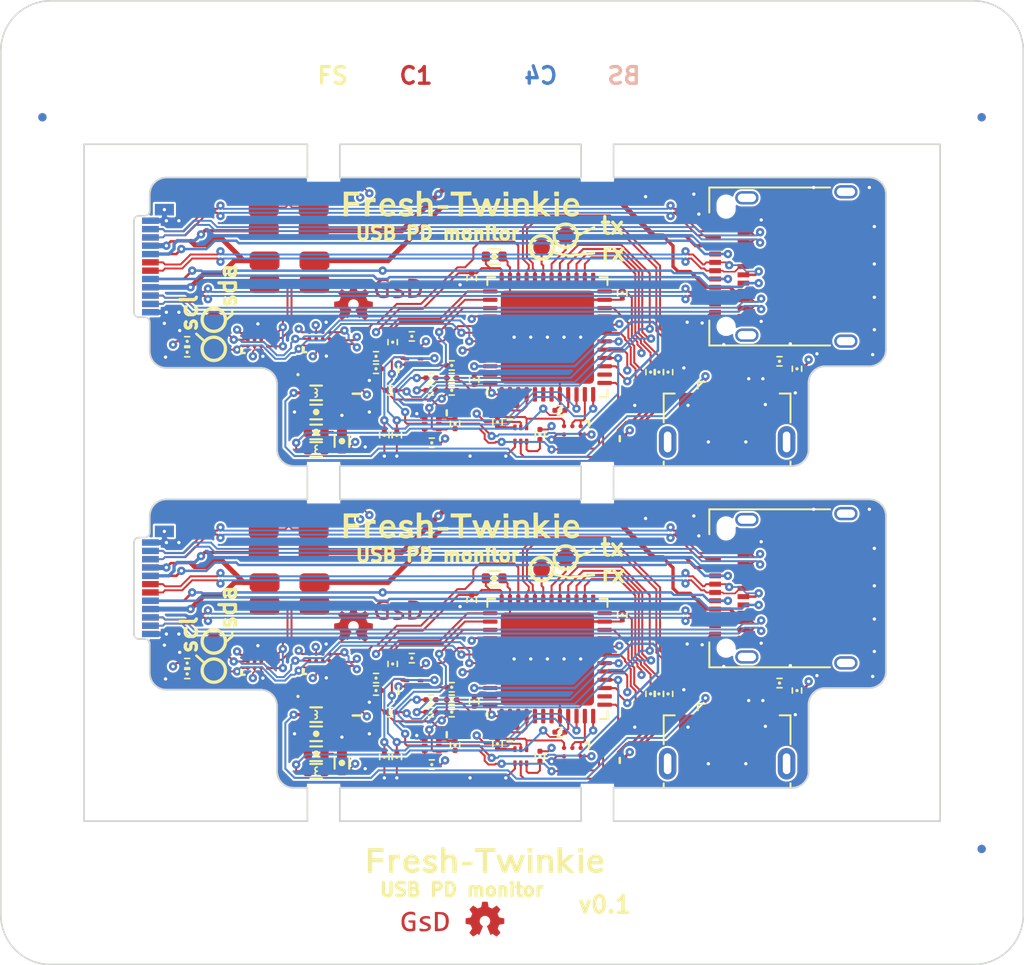
<source format=kicad_pcb>
(kicad_pcb (version 20221018) (generator pcbnew)
  (title_block (date "sam. 04 avril 2015"))
  (layers (0 "F.Cu" signal) (1 "In1.Cu" signal) (2 "In2.Cu" signal) (31 "B.Cu" signal) (34 "B.Paste" user) (35 "F.Paste" user) (36 "B.SilkS" user "B.Silkscreen") (37 "F.SilkS" user "F.Silkscreen") (38 "B.Mask" user) (39 "F.Mask" user) (44 "Edge.Cuts" user))
  (net 0 "")
  (net 1 "GND")
  (net 2 "+3V3")
  (net 3 "Net-(D2-Pad2)")
  (net 4 "Net-(C1-Pad1)")
  (net 5 "Net-(D1-Pad1)")
  (net 6 "/USB_B_D_P")
  (net 7 "/USB_B_D_N")
  (net 8 "/USB_C_SSRX1_P")
  (net 9 "/USB_C_SSRX1_N")
  (net 10 "Net-(J2-PadA4)")
  (net 11 "/USB_C_SBU2")
  (net 12 "/USB_C_D_N")
  (net 13 "/USB_C_D_P")
  (net 14 "/USB_C_SSTX2_N")
  (net 15 "/USB_C_SSTX2_P")
  (net 16 "/USB_C_SSRX2_P")
  (net 17 "/USB_C_SBU1")
  (net 18 "/USB_C_SSRX2_N")
  (net 19 "/USB_C_CC1")
  (net 20 "/USB_C_SSTX1_N")
  (net 21 "/USB_C_SSTX1_P")
  (net 22 "Net-(P1-PadA4)")
  (net 23 "Net-(P1-PadB5)")
  (net 24 "/CC2_EN")
  (net 25 "Net-(Q1-Pad4)")
  (net 26 "Net-(Q1-Pad1)")
  (net 27 "/CC1_EN")
  (net 28 "/USB_C_CC2")
  (net 29 "Net-(Q2-Pad6)")
  (net 30 "/CC1_TX_EN")
  (net 31 "/CC1_TX_DATA")
  (net 32 "Net-(Q2-Pad3)")
  (net 33 "Net-(Q3-Pad6)")
  (net 34 "/CC2_TX_EN")
  (net 35 "/CC2_TX_DATA")
  (net 36 "Net-(Q3-Pad3)")
  (net 37 "/BOOT")
  (net 38 "/USB_B_ID")
  (net 39 "/USB_C_VBUS_N")
  (net 40 "/USB_C_VBUS_P")
  (net 41 "/USB_C_CC2_N")
  (net 42 "/USB_C_CC2_P")
  (net 43 "/CC1_RP3A0")
  (net 44 "/CC2_RP3A0")
  (net 45 "/CC1_RA")
  (net 46 "/CC2_RA")
  (net 47 "/CC1_RP1A5")
  (net 48 "/CC2_RP1A5")
  (net 49 "/CC1_RD")
  (net 50 "/CC2_RD")
  (net 51 "/CC1_RPUSB")
  (net 52 "/CC2_RPUSB")
  (net 53 "/USB_B_VBUS")
  (net 54 "/VBUS_ALERT_L")
  (net 55 "Net-(U1-PadC2)")
  (net 56 "Net-(U1-PadB2)")
  (net 57 "/SDA")
  (net 58 "/SCL")
  (net 59 "/CC2_ALERT_L")
  (net 60 "Net-(U2-PadC2)")
  (net 61 "Net-(U2-PadB2)")
  (net 62 "/CC2_BUF")
  (net 63 "/CC1_BUF")
  (net 64 "/TX_CLKOUT")
  (net 65 "/UART_RX")
  (net 66 "/UART_TX")
  (net 67 "/LED_B_L")
  (net 68 "/LED_R_L")
  (net 69 "Net-(U5-Pad25)")
  (net 70 "/LED_G_L")
  (net 71 "Net-(U5-Pad21)")
  (net 72 "/TX_CLKIN")
  (net 73 "/DAC")
  (net 74 "/NRST")
  (net 75 "/OSC_OUT")
  (net 76 "/OSC_IN")
  (net 77 "Net-(U5-Pad2)")
  (net 78 "Net-(D2-Pad3)")
  (net 79 "Net-(D2-Pad4)")
  (net 80 "Net-(C5-Pad1)")
  (footprint "Diode_SMD:D_0402_1005Metric" (layer "F.Cu") (at 133.65 102.4)
    (fp_text reference "D1" hide)
    (fp_text value "5.6V" hide)
  )
  (footprint "pkl_dipol:L_0402" (layer "F.Cu") (at 133.65 103.5 180)
    (fp_text reference "FB1" hide)
    (fp_text value "600R" hide)
  )
  (footprint "Connector_USB:USB_Micro-B_GCT_USB3076-30-A" (layer "F.Cu") (at 158.35 105.25)
    (fp_text reference "J1" hide)
    (fp_text value "USB_B_Micro" hide)
  )
  (footprint "Connector_USB:USB_C_Receptacle_Amphenol_12401610E4-2A" (layer "F.Cu") (at 162.65 95.9 90)
    (fp_text reference "J2" hide)
    (fp_text value "USB_C_Receptacle" hide)
  )
  (footprint "Connector_USB:USB_C_Plug_Molex_105444" (layer "F.Cu") (at 123.65 95.9 90)
    (fp_text reference "P1" hide)
    (fp_text value "USB_C_Plug" hide)
  )
  (footprint "gkl_housings_qfn:MOSFET_1.0x0.6mm" (layer "F.Cu") (at 161.49 102.445 -90)
    (fp_text reference "Q4" hide)
    (fp_text value "Q_NMOS_DGS" hide)
  )
  (footprint "gkl_dipol:4W_R_1206" (layer "F.Cu") (at 132.05 96.25 180)
    (fp_text reference "R1" hide)
    (fp_text value "0.015" hide)
  )
  (footprint "gkl_dipol:4W_R_1206" (layer "F.Cu") (at 132 93.05)
    (fp_text reference "R2" hide)
    (fp_text value "0.015" hide)
  )
  (footprint "gkl_dipol:R_0201" (layer "F.Cu") (at 161.5 101.6 180)
    (fp_text reference "R19" hide)
    (fp_text value "51.1K" hide)
  )
  (footprint "gkl_dipol:R_0201" (layer "F.Cu") (at 162.55 102.05 -90)
    (fp_text reference "R20" hide)
    (fp_text value "51.1K" hide)
  )
  (footprint "gkl_housings_bga:DSBGA-12_1.56x1.39mm_Layout3x4_P0.4mm" (layer "F.Cu") (at 130.15 100.3 90)
    (fp_text reference "U1" hide)
    (fp_text value "INA231" hide)
  )
  (footprint "gkl_housings_bga:DSBGA-12_1.56x1.39mm_Layout3x4_P0.4mm" (layer "F.Cu") (at 133.85 100.25 90)
    (fp_text reference "U2" hide)
    (fp_text value "INA231" hide)
  )
  (footprint "Package_DFN_QFN:QFN-48-1EP_7x7mm_P0.5mm_EP5.6x5.6mm" (layer "F.Cu") (at 147.55 100.15 90)
    (fp_text reference "U5" hide)
    (fp_text value "STM32F072CBUx" hide)
  )
  (footprint "gkl_dipol:R_0201" (layer "F.Cu") (at 141.8 102.6 180)
    (fp_text reference "R10" hide)
    (fp_text value "12.1K" hide)
  )
  (footprint "gkl_dipol:R_0201" (layer "F.Cu") (at 138.5 106.05 -90)
    (fp_text reference "R3" hide)
    (fp_text value "381K" hide)
  )
  (footprint "gkl_dipol:R_0201" (layer "F.Cu") (at 141.8 103.35 180)
    (fp_text reference "R6" hide)
    (fp_text value "4.75K" hide)
  )
  (footprint "gkl_dipol:R_0201" (layer "F.Cu") (at 140.55 103.35)
    (fp_text reference "R14" hide)
    (fp_text value "35.7K" hide)
  )
  (footprint "gkl_dipol:R_0201" (layer "F.Cu") (at 142 105.35 90)
    (fp_text reference "R18" hide)
    (fp_text value "100R" hide)
  )
  (footprint "gkl_dipol:R_0201" (layer "F.Cu") (at 140.6 106.5 180)
    (fp_text reference "R17" hide)
    (fp_text value "200R" hide)
  )
  (footprint "gkl_dipol:R_0201" (layer "F.Cu") (at 137.75 106.05 -90)
    (fp_text reference "R4" hide)
    (fp_text value "381K" hide)
  )
  (footprint "gkl_dipol:R_0201" (layer "F.Cu") (at 141.8 101.85 180)
    (fp_text reference "R12" hide)
    (fp_text value "5.11K" hide)
  )
  (footprint "gkl_housings_bga:WLCSP-8 3X3_0.5" (layer "F.Cu") (at 149.05 106 -90)
    (fp_text reference "U4" hide)
    (fp_text value "AD8606ACB" hide)
  )
  (footprint "gkl_dipol:R_0201" (layer "F.Cu") (at 144.55 105.25 -90)
    (fp_text reference "R16" hide)
    (fp_text value "100R" hide)
  )
  (footprint "gkl_dipol:R_0201" (layer "F.Cu") (at 140.55 102.6)
    (fp_text reference "R8" hide)
    (fp_text value "1K" hide)
  )
  (footprint "gkl_housings_qfn:DFN1010B-6 (SOT1216)" (layer "F.Cu") (at 145.95 106)
    (fp_text reference "Q2" hide)
    (fp_text value "PMDXB600UNE" hide)
  )
  (footprint "gkl_housings_qfn:DFN1010B-6 (SOT1216)" (layer "F.Cu") (at 140.6 105.35 -90)
    (fp_text reference "Q3" hide)
    (fp_text value "PMDXB600UNE" hide)
  )
  (footprint "gkl_dipol:R_0201" (layer "F.Cu") (at 147.1 106 -90)
    (fp_text reference "R15" hide)
    (fp_text value "200R" hide)
  )
  (footprint "gkl_housings_qfn:DFN1010B-6 (SOT1216)" (layer "F.Cu") (at 139.5 101.45 90)
    (fp_text reference "Q1" hide)
    (fp_text value "PMDXB600UNE" hide)
  )
  (footprint "gkl_led:0404LED_RGB" (layer "F.Cu") (at 152.6 106.7)
    (fp_text reference "D2" hide)
    (fp_text value "LED_ARGB" hide)
  )
  (footprint "gkl_dipol:R_0201" (layer "F.Cu") (at 154.25 102.25 90)
    (fp_text reference "R21" hide)
    (fp_text value "576R" hide)
  )
  (footprint "gkl_dipol:R_0201" (layer "F.Cu") (at 154.8 102.25 90)
    (fp_text reference "R23" hide)
    (fp_text value "604R" hide)
  )
  (footprint "gkl_dipol:R_0201" (layer "F.Cu") (at 153.75 102.25 90)
    (fp_text reference "R25" hide)
    (fp_text value "806R" hide)
  )
  (footprint "gkl_dipol:R_0201" (layer "F.Cu") (at 138.25 100.45 -90)
    (fp_text reference "R5" hide)
    (fp_text value "4.75K" hide)
  )
  (footprint "gkl_dipol:R_0201" (layer "F.Cu") (at 138.1 103.35 180)
    (fp_text reference "R7" hide)
    (fp_text value "1K" hide)
  )
  (footprint "gkl_dipol:R_0201" (layer "F.Cu") (at 137.25 102.05)
    (fp_text reference "R13" hide)
    (fp_text value "35.7K" hide)
  )
  (footprint "gkl_dipol:R_0201" (layer "F.Cu") (at 139.4 100.1 180)
    (fp_text reference "R11" hide)
    (fp_text value "5.11K" hide)
  )
  (footprint "gkl_dipol:R_0201" (layer "F.Cu") (at 137.25 101.3)
    (fp_text reference "R9" hide)
    (fp_text value "12.1K" hide)
  )
  (footprint "gkl_logos:gsd_logo_small" (layer "F.Cu") (at 138.6 97.3)
    (fp_text reference "G***" hide)
    (fp_text value "LOGO" hide)
  )
  (footprint "gkl_logos:oshw_small" (layer "F.Cu") (at 135.9 98.1)
    (fp_text reference "G***" hide)
    (fp_text value "LOGO" hide)
  )
  (footprint "TestPoint:TestPoint_Pad_D1.0mm" (layer "F.Cu") (at 148.65 94.05)
    (fp_text reference "REF**" hide)
    (fp_text value "TestPoint_Pad_D1.0mm" hide)
  )
  (footprint "gkl_housings_son:X2SON_4_1.0x1.0mm" (layer "F.Cu") (at 135.6 103 180)
    (fp_text reference "U3" hide)
    (fp_text value "NCP167" hide)
  )
  (footprint "pkl_dipol:C_0402" (layer "F.Cu") (at 133.65 104.65 180)
    (fp_text reference "C1" hide)
    (fp_text value "1uF" hide)
  )
  (footprint "pkl_dipol:C_0201" (layer "F.Cu") (at 143.15 102.7 90)
    (fp_text reference "C2" hide)
    (fp_text value "100nF" hide)
  )
  (footprint "pkl_dipol:C_0201" (layer "F.Cu") (at 143 96.6 -90)
    (fp_text reference "C3" hide)
    (fp_text value "100nF" hide)
  )
  (footprint "pkl_dipol:C_0402" (layer "F.Cu") (at 135.2 106.4 90)
    (fp_text reference "C4" hide)
    (fp_text value "4.7uF" hide)
  )
  (footprint "pkl_dipol:C_0201" (layer "F.Cu") (at 148.3 104.55 180)
    (fp_text reference "C5" hide)
    (fp_text value "10nF" hide)
  )
  (footprint "pkl_dipol:C_0402" (layer "F.Cu") (at 144.35 95.3)
    (fp_text reference "C7" hide)
    (fp_text value "4.7uF" hide)
  )
  (footprint "pkl_dipol:C_0201" (layer "F.Cu") (at 152.05 97.5 -90)
    (fp_text reference "C8" hide)
    (fp_text value "100nF" hide)
  )
  (footprint "pkl_dipol:L_0402" (layer "F.Cu") (at 133.65 106.9)
    (fp_text reference "FB2" hide)
    (fp_text value "600R" hide)
  )
  (footprint "pkl_dipol:C_0402" (layer "F.Cu") (at 133.65 105.85)
    (fp_text reference "C6" hide)
    (fp_text value "1uF" hide)
  )
  (footprint "TestPoint:TestPoint_Pad_D1.0mm" (layer "F.Cu") (at 147.2 94.75)
    (fp_text reference "REF**" hide)
    (fp_text value "TestPoint_Pad_D1.0mm" hide)
  )
  (footprint "gkl_dipol:R_0201" (layer "F.Cu") (at 125.9 101.05)
    (fp_text reference "R22" hide)
    (fp_text value "2.12K" hide)
  )
  (footprint "gkl_dipol:R_0201" (layer "F.Cu") (at 125.9 100.4)
    (fp_text reference "R24" hide)
    (fp_text value "2.12K" hide)
  )
  (footprint "TestPoint:TestPoint_Pad_D1.0mm" (layer "F.Cu") (at 127.5 99.1)
    (fp_text reference "REF**" hide)
    (fp_text value "TestPoint_Pad_D1.0mm" hide)
  )
  (footprint "TestPoint:TestPoint_Pad_D1.0mm" (layer "F.Cu") (at 127.5 100.85)
    (fp_text reference "REF**" hide)
    (fp_text value "TestPoint_Pad_D1.0mm" hide)
  )
  (footprint "MountingHole:MountingHole_2.1mm" (layer "F.Cu") (at 117.7 82.925)
    (fp_text reference "REF**" hide)
    (fp_text value "MountingHole_2.1mm" hide)
  )
  (footprint "MountingHole:MountingHole_2.1mm" (layer "F.Cu") (at 117.7 134.925)
    (fp_text reference "REF**" hide)
    (fp_text value "MountingHole_2.1mm" hide)
  )
  (footprint "MountingHole:MountingHole_2.1mm" (layer "F.Cu") (at 173.15 134.925)
    (fp_text reference "REF**" hide)
    (fp_text value "MountingHole_2.1mm" hide)
  )
  (footprint "MountingHole:MountingHole_2.1mm" (layer "F.Cu") (at 173.15 82.925)
    (fp_text reference "REF**" hide)
    (fp_text value "MountingHole_2.1mm" hide)
  )
  (footprint "MountingHole:MountingHole_2.1mm" (layer "F.Cu") (at 133.425 90.2)
    (fp_text reference "REF**" hide)
    (fp_text value "tab" hide)
  )
  (footprint "MountingHole:MountingHole_2.1mm" (layer "F.Cu") (at 133.875 90.2)
    (fp_text reference "REF**" hide)
    (fp_text value "tab" hide)
  )
  (footprint "MountingHole:MountingHole_2.1mm" (layer "F.Cu") (at 134.375 90.2)
    (fp_text reference "REF**" hide)
    (fp_text value "tab" hide)
  )
  (footprint "MountingHole:MountingHole_2.1mm" (layer "F.Cu") (at 134.775 90.2)
    (fp_text reference "REF**" hide)
    (fp_text value "tab" hide)
  )
  (footprint "MountingHole:MountingHole_2.1mm" (layer "F.Cu") (at 134.375 88.95)
    (fp_text reference "REF**" hide)
    (fp_text value "tab" hide)
  )
  (footprint "MountingHole:MountingHole_2.1mm" (layer "F.Cu") (at 133.875 88.95)
    (fp_text reference "REF**" hide)
    (fp_text value "tab" hide)
  )
  (footprint "MountingHole:MountingHole_2.1mm" (layer "F.Cu") (at 134.775 88.95)
    (fp_text reference "REF**" hide)
    (fp_text value "tab" hide)
  )
  (footprint "MountingHole:MountingHole_2.1mm" (layer "F.Cu") (at 133.425 88.95)
    (fp_text reference "REF**" hide)
    (fp_text value "tab" hide)
  )
  (footprint "MountingHole:MountingHole_2.1mm" (layer "F.Cu") (at 150.825 90.2)
    (fp_text reference "REF**" hide)
    (fp_text value "tab" hide)
  )
  (footprint "MountingHole:MountingHole_2.1mm" (layer "F.Cu") (at 149.875 88.95)
    (fp_text reference "REF**" hide)
    (fp_text value "tab" hide)
  )
  (footprint "MountingHole:MountingHole_2.1mm" (layer "F.Cu") (at 151.225 88.95)
    (fp_text reference "REF**" hide)
    (fp_text value "tab" hide)
  )
  (footprint "MountingHole:MountingHole_2.1mm" (layer "F.Cu") (at 150.325 90.2)
    (fp_text reference "REF**" hide)
    (fp_text value "tab" hide)
  )
  (footprint "MountingHole:MountingHole_2.1mm" (layer "F.Cu") (at 151.225 90.2)
    (fp_text reference "REF**" hide)
    (fp_text value "tab" hide)
  )
  (footprint "MountingHole:MountingHole_2.1mm" (layer "F.Cu") (at 150.825 88.95)
    (fp_text reference "REF**" hide)
    (fp_text value "tab" hide)
  )
  (footprint "MountingHole:MountingHole_2.1mm" (layer "F.Cu") (at 150.325 88.95)
    (fp_text reference "REF**" hide)
    (fp_text value "tab" hide)
  )
  (footprint "MountingHole:MountingHole_2.1mm" (layer "F.Cu") (at 149.875 90.2)
    (fp_text reference "REF**" hide)
    (fp_text value "tab" hide)
  )
  (footprint "Fiducial:Fiducial_0.5mm_Mask1.5mm" (layer "F.Cu") (at 117.2 86.925)
    (fp_text reference "REF**" hide)
    (fp_text value "Fiducial_0.5mm_Mask1.5mm" hide)
  )
  (footprint "Fiducial:Fiducial_0.5mm_Mask1.5mm" (layer "F.Cu") (at 173.65 86.925)
    (fp_text reference "REF**" hide)
    (fp_text value "Fiducial_0.5mm_Mask1.5mm" hide)
  )
  (footprint "Fiducial:Fiducial_0.5mm_Mask1.5mm" (layer "F.Cu") (at 173.65 130.925)
    (fp_text reference "REF**" hide)
    (fp_text value "Fiducial_0.5mm_Mask1.5mm" hide)
  )
  (footprint "logo" (layer "F.Cu") (at 142.35 94.3)
    (fp_text reference "G***" hide)
    (fp_text value "LOGO" hide)
  )
  (footprint "Package_DFN_QFN:QFN-48-1EP_7x7mm_P0.5mm_EP5.6x5.6mm" (layer "F.Cu") (at 147.55 119.5 90)
    (fp_text reference "U5" hide)
    (fp_text value "STM32F072CBUx" hide)
  )
  (footprint "MountingHole:MountingHole_2.1mm" (layer "F.Cu") (at 149.875 108.3)
    (fp_text reference "REF**" hide)
    (fp_text value "tab" hide)
  )
  (footprint "gkl_dipol:R_0201" (layer "F.Cu") (at 140.55 122.7)
    (fp_text reference "R14" hide)
    (fp_text value "35.7K" hide)
  )
  (footprint "MountingHole:MountingHole_2.1mm" (layer "F.Cu") (at 149.875 109.55)
    (fp_text reference "REF**" hide)
    (fp_text value "tab" hide)
  )
  (footprint "MountingHole:MountingHole_2.1mm" (layer "F.Cu") (at 134.775 109.55)
    (fp_text reference "REF**" hide)
    (fp_text value "tab" hide)
  )
  (footprint "MountingHole:MountingHole_2.1mm" (layer "F.Cu") (at 151.225 108.3)
    (fp_text reference "REF**" hide)
    (fp_text value "tab" hide)
  )
  (footprint "gkl_housings_qfn:DFN1010B-6 (SOT1216)" (layer "F.Cu") (at 145.95 125.35)
    (fp_text reference "Q2" hide)
    (fp_text value "PMDXB600UNE" hide)
  )
  (footprint "gkl_housings_bga:DSBGA-12_1.56x1.39mm_Layout3x4_P0.4mm" (layer "F.Cu") (at 130.15 119.65 90)
    (fp_text reference "U1" hide)
    (fp_text value "INA231" hide)
  )
  (footprint "gkl_housings_qfn:DFN1010B-6 (SOT1216)" (layer "F.Cu") (at 139.5 120.8 90)
    (fp_text reference "Q1" hide)
    (fp_text value "PMDXB600UNE" hide)
  )
  (footprint "pkl_dipol:C_0402" (layer "F.Cu") (at 135.2 125.75 90)
    (fp_text reference "C4" hide)
    (fp_text value "4.7uF" hide)
  )
  (footprint "TestPoint:TestPoint_Pad_D1.0mm" (layer "F.Cu") (at 148.65 113.4)
    (fp_text reference "REF**" hide)
    (fp_text value "TestPoint_Pad_D1.0mm" hide)
  )
  (footprint "Diode_SMD:D_0402_1005Metric" (layer "F.Cu") (at 133.65 121.75)
    (fp_text reference "D1" hide)
    (fp_text value "5.6V" hide)
  )
  (footprint "pkl_dipol:C_0402" (layer "F.Cu") (at 133.65 124 180)
    (fp_text reference "C1" hide)
    (fp_text value "1uF" hide)
  )
  (footprint "gkl_dipol:R_0201" (layer "F.Cu") (at 142 124.7 90)
    (fp_text reference "R18" hide)
    (fp_text value "100R" hide)
  )
  (footprint "Connector_USB:USB_Micro-B_GCT_USB3076-30-A" (layer "F.Cu") (at 158.35 124.6)
    (fp_text reference "J1" hide)
    (fp_text value "USB_B_Micro" hide)
  )
  (footprint "gkl_dipol:R_0201" (layer "F.Cu") (at 138.25 119.8 -90)
    (fp_text reference "R5" hide)
    (fp_text value "4.75K" hide)
  )
  (footprint "gkl_dipol:R_0201" (layer "F.Cu") (at 161.5 120.95 180)
    (fp_text reference "R19" hide)
    (fp_text value "51.1K" hide)
  )
  (footprint "gkl_led:0404LED_RGB" (layer "F.Cu") (at 152.6 126.05)
    (fp_text reference "D2" hide)
    (fp_text value "LED_ARGB" hide)
  )
  (footprint "gkl_dipol:R_0201" (layer "F.Cu") (at 144.55 124.6 -90)
    (fp_text reference "R16" hide)
    (fp_text value "100R" hide)
  )
  (footprint "gkl_dipol:R_0201" (layer "F.Cu") (at 140.6 125.85 180)
    (fp_text reference "R17" hide)
    (fp_text value "200R" hide)
  )
  (footprint "TestPoint:TestPoint_Pad_D1.0mm" (layer "F.Cu") (at 127.5 118.45)
    (fp_text reference "REF**" hide)
    (fp_text value "TestPoint_Pad_D1.0mm" hide)
  )
  (footprint "gkl_dipol:R_0201" (layer "F.Cu") (at 154.25 121.6 90)
    (fp_text reference "R21" hide)
    (fp_text value "576R" hide)
  )
  (footprint "pkl_dipol:L_0402" (layer "F.Cu") (at 133.65 126.25)
    (fp_text reference "FB2" hide)
    (fp_text value "600R" hide)
  )
  (footprint "gkl_logos:oshw_small" (layer "F.Cu") (at 135.9 117.45)
    (fp_text reference "G***" hide)
    (fp_text value "LOGO" hide)
  )
  (footprint "gkl_dipol:R_0201" (layer "F.Cu") (at 137.25 120.65)
    (fp_text reference "R9" hide)
    (fp_text value "12.1K" hide)
  )
  (footprint "gkl_dipol:R_0201" (layer "F.Cu") (at 153.75 121.6 90)
    (fp_text reference "R25" hide)
    (fp_text value "806R" hide)
  )
  (footprint "pkl_dipol:C_0402" (layer "F.Cu") (at 133.65 125.2)
    (fp_text reference "C6" hide)
    (fp_text value "1uF" hide)
  )
  (footprint "gkl_dipol:R_0201" (layer "F.Cu") (at 141.8 121.95 180)
    (fp_text reference "R10" hide)
    (fp_text value "12.1K" hide)
  )
  (footprint "pkl_dipol:C_0201" (layer "F.Cu") (at 148.3 123.9 180)
    (fp_text reference "C5" hide)
    (fp_text value "10nF" hide)
  )
  (footprint "gkl_dipol:R_0201" (layer "F.Cu") (at 125.9 119.75)
    (fp_text reference "R24" hide)
    (fp_text value "2.12K" hide)
  )
  (footprint "TestPoint:TestPoint_Pad_D1.0mm" (layer "F.Cu") (at 147.2 114.1)
    (fp_text reference "REF**" hide)
    (fp_text value "TestPoint_Pad_D1.0mm" hide)
  )
  (footprint "gkl_housings_son:X2SON_4_1.0x1.0mm" (layer "F.Cu") (at 135.6 122.35 180)
    (fp_text reference "U3" hide)
    (fp_text value "NCP167" hide)
  )
  (footprint "gkl_dipol:R_0201" (layer "F.Cu") (at 138.5 125.4 -90)
    (fp_text reference "R3" hide)
    (fp_text value "381K" hide)
  )
  (footprint "gkl_housings_bga:DSBGA-12_1.56x1.39mm_Layout3x4_P0.4mm" (layer "F.Cu") (at 133.85 119.6 90)
    (fp_text reference "U2" hide)
    (fp_text value "INA231" hide)
  )
  (footprint "gkl_dipol:R_0201" (layer "F.Cu") (at 138.1 122.7 180)
    (fp_text reference "R7" hide)
    (fp_text value "1K" hide)
  )
  (footprint "gkl_housings_qfn:DFN1010B-6 (SOT1216)" (layer "F.Cu") (at 140.6 124.7 -90)
    (fp_text reference "Q3" hide)
    (fp_text value "PMDXB600UNE" hide)
  )
  (footprint "gkl_dipol:R_0201" (layer "F.Cu") (at 139.4 119.45 180)
    (fp_text reference "R11" hide)
    (fp_text value "5.11K" hide)
  )
  (footprint "gkl_dipol:R_0201" (layer "F.Cu") (at 140.55 121.95)
    (fp_text reference "R8" hide)
    (fp_text value "1K" hide)
  )
  (footprint "pkl_dipol:C_0201" (layer "F.Cu") (at 143.15 122.05 90)
    (fp_text reference "C2" hide)
    (fp_text value "100nF" hide)
  )
  (footprint "gkl_dipol:R_0201" (layer "F.Cu") (at 154.8 121.6 90)
    (fp_text reference "R23" hide)
    (fp_text value "604R" hide)
  )
  (footprint "gkl_dipol:R_0201" (layer "F.Cu") (at 162.55 121.4 -90)
    (fp_text reference "R20" hide)
    (fp_text value "51.1K" hide)
  )
  (footprint "gkl_dipol:4W_R_1206" (layer "F.Cu") (at 132 112.4)
    (fp_text reference "R2" hide)
    (fp_text value "0.015" hide)
  )
  (footprint "pkl_dipol:C_0201" (layer "F.Cu") (at 152.05 116.85 -90)
    (fp_text reference "C8" hide)
    (fp_text value "100nF" hide)
  )
  (footprint "pkl_dipol:C_0402" (layer "F.Cu") (at 144.35 114.65)
    (fp_text reference "C7" hide)
    (fp_text value "4.7uF" hide)
  )
  (footprint "gkl_dipol:R_0201" (layer "F.Cu") (at 141.8 121.2 180)
    (fp_text reference "R12" hide)
    (fp_text value "5.11K" hide)
  )
  (footprint "pkl_dipol:L_0402" (layer "F.Cu") (at 133.65 122.85 180)
    (fp_text reference "FB1" hide)
    (fp_text value "600R" hide)
  )
  (footprint "pkl_dipol:C_0201" (layer "F.Cu") (at 143 115.95 -90)
    (fp_text reference "C3" hide)
    (fp_text value "100nF" hide)
  )
  (footprint "gkl_housings_bga:WLCSP-8 3X3_0.5" (layer "F.Cu") (at 149.05 125.35 -90)
    (fp_text reference "U4" hide)
    (fp_text value "AD8606ACB" hide)
  )
  (footprint "gkl_logos:gsd_logo_small" (layer "F.Cu") (at 138.6 116.65)
    (fp_text reference "G***" hide)
    (fp_text value "LOGO" hide)
  )
  (footprint "Connector_USB:USB_C_Receptacle_Amphenol_12401610E4-2A" (layer "F.Cu") (at 162.65 115.25 90)
    (fp_text reference "J2" hide)
    (fp_text value "USB_C_Receptacle" hide)
  )
  (footprint "Connector_USB:USB_C_Plug_Molex_105444" (layer "F.Cu") (at 123.65 115.25 90)
    (fp_text reference "P1" hide)
    (fp_text value "USB_C_Plug" hide)
  )
  (footprint "gkl_dipol:R_0201" (layer "F.Cu") (at 125.9 120.4)
    (fp_text reference "R22" hide)
    (fp_text value "2.12K" hide)
  )
  (footprint "gkl_dipol:R_0201" (layer "F.Cu") (at 137.25 121.4)
    (fp_text reference "R13" hide)
    (fp_text value "35.7K" hide)
  )
  (footprint "TestPoint:TestPoint_Pad_D1.0mm" (layer "F.Cu") (at 127.5 120.2)
    (fp_text reference "REF**" hide)
    (fp_text value "TestPoint_Pad_D1.0mm" hide)
  )
  (footprint "gkl_housings_qfn:MOSFET_1.0x0.6mm" (layer "F.Cu") (at 161.49 121.795 -90)
    (fp_text reference "Q4" hide)
    (fp_text value "Q_NMOS_DGS" hide)
  )
  (footprint "gkl_dipol:R_0201" (layer "F.Cu") (at 137.75 125.4 -90)
    (fp_text reference "R4" hide)
    (fp_text value "381K" hide)
  )
  (footprint "gkl_dipol:R_0201" (layer "F.Cu") (at 141.8 122.7 180)
    (fp_text reference "R6" hide)
    (fp_text value "4.75K" hide)
  )
  (footprint "gkl_dipol:R_0201" (layer "F.Cu") (at 147.1 125.35 -90)
    (fp_text reference "R15" hide)
    (fp_text value "200R" hide)
  )
  (footprint "gkl_dipol:4W_R_1206" (layer "F.Cu") (at 132.05 115.6 180)
    (fp_text reference "R1" hide)
    (fp_text value "0.015" hide)
  )
  (footprint "logo" (layer "F.Cu") (at 142.35 113.65)
    (fp_text reference "G***" hide)
    (fp_text value "LOGO" hide)
  )
  (footprint "MountingHole:MountingHole_2.1mm" (layer "F.Cu") (at 150.825 108.3)
    (fp_text reference "REF**" hide)
    (fp_text value "tab" hide)
  )
  (footprint "MountingHole:MountingHole_2.1mm" (layer "F.Cu") (at 150.825 109.55)
    (fp_text reference "REF**" hide)
    (fp_text value "tab" hide)
  )
  (footprint "MountingHole:MountingHole_2.1mm" (layer "F.Cu") (at 134.375 109.55)
    (fp_text reference "REF**" hide)
    (fp_text value "tab" hide)
  )
  (footprint "MountingHole:MountingHole_2.1mm" (layer "F.Cu") (at 133.425 108.3)
    (fp_text reference "REF**" hide)
    (fp_text value "tab" hide)
  )
  (footprint "MountingHole:MountingHole_2.1mm" (layer "F.Cu") (at 134.375 108.3)
    (fp_text reference "REF**" hide)
    (fp_text value "tab" hide)
  )
  (footprint "MountingHole:MountingHole_2.1mm" (layer "F.Cu") (at 150.325 108.3)
    (fp_text reference "REF**" hide)
    (fp_text value "tab" hide)
  )
  (footprint "MountingHole:MountingHole_2.1mm" (layer "F.Cu") (at 150.325 109.55)
    (fp_text reference "REF**" hide)
    (fp_text value "tab" hide)
  )
  (footprint "MountingHole:MountingHole_2.1mm" (layer "F.Cu") (at 133.875 108.3)
    (fp_text reference "REF**" hide)
    (fp_text value "tab" hide)
  )
  (footprint "MountingHole:MountingHole_2.1mm" (layer "F.Cu") (at 134.775 108.3)
    (fp_text reference "REF**" hide)
    (fp_text value "tab" hide)
  )
  (footprint "MountingHole:MountingHole_2.1mm" (layer "F.Cu") (at 133.425 109.55)
    (fp_text reference "REF**" hide)
    (fp_text value "tab" hide)
  )
  (footprint "MountingHole:MountingHole_2.1mm" (layer "F.Cu") (at 151.225 109.55)
    (fp_text reference "REF**" hide)
    (fp_text value "tab" hide)
  )
  (footprint "MountingHole:MountingHole_2.1mm" (layer "F.Cu") (at 133.875 109.55)
    (fp_text reference "REF**" hide)
    (fp_text value "tab" hide)
  )
  (footprint "MountingHole:MountingHole_2.1mm" (layer "F.Cu") (at 134.775 128.9)
    (fp_text reference "REF**" hide)
    (fp_text value "tab" hide)
  )
  (footprint "MountingHole:MountingHole_2.1mm" (layer "F.Cu") (at 150.825 128.9)
    (fp_text reference "REF**" hide)
    (fp_text value "tab" hide)
  )
  (footprint "MountingHole:MountingHole_2.1mm" (layer "F.Cu") (at 133.425 128.9)
    (fp_text reference "REF**" hide)
    (fp_text value "tab" hide)
  )
  (footprint "MountingHole:MountingHole_2.1mm" (layer "F.Cu") (at 133.875 127.65)
    (fp_text reference "REF**" hide)
    (fp_text value "tab" hide)
  )
  (footprint "MountingHole:MountingHole_2.1mm" (layer "F.Cu") (at 133.875 128.9)
    (fp_text reference "REF**" hide)
    (fp_text value "tab" hide)
  )
  (footprint "MountingHole:MountingHole_2.1mm" (layer "F.Cu") (at 134.375 128.9)
    (fp_text reference "REF**" hide)
    (fp_text value "tab" hide)
  )
  (footprint "MountingHole:MountingHole_2.1mm" (layer "F.Cu") (at 149.875 128.9)
    (fp_text reference "REF**" hide)
    (fp_text value "tab" hide)
  )
  (footprint "MountingHole:MountingHole_2.1mm" (layer "F.Cu") (at 150.325 128.9)
    (fp_text reference "REF**" hide)
    (fp_text value "tab" hide)
  )
  (footprint "MountingHole:MountingHole_2.1mm" (layer "F.Cu") (at 133.425 127.65)
    (fp_text reference "REF**" hide)
    (fp_text value "tab" hide)
  )
  (footprint "MountingHole:MountingHole_2.1mm" (layer "F.Cu") (at 149.875 127.65)
    (fp_text reference "REF**" hide)
    (fp_text value "tab" hide)
  )
  (footprint "MountingHole:MountingHole_2.1mm" (layer "F.Cu") (at 150.825 127.65)
    (fp_text reference "REF**" hide)
    (fp_text value "tab" hide)
  )
  (footprint "MountingHole:MountingHole_2.1mm" (layer "F.Cu") (at 150.325 127.65)
    (fp_text reference "REF**" hide)
    (fp_text value "tab" hide)
  )
  (footprint "MountingHole:MountingHole_2.1mm" (layer "F.Cu") (at 134.375 127.65)
    (fp_text reference "REF**" hide)
    (fp_text value "tab" hide)
  )
  (footprint "MountingHole:MountingHole_2.1mm" (layer "F.Cu") (at 151.225 128.9)
    (fp_text reference "REF**" hide)
    (fp_text value "tab" hide)
  )
  (footprint "MountingHole:MountingHole_2.1mm" (layer "F.Cu") (at 151.225 127.65)
    (fp_text reference "REF**" hide)
    (fp_text value "tab" hide)
  )
  (footprint "MountingHole:MountingHole_2.1mm" (layer "F.Cu") (at 134.775 127.65)
    (fp_text reference "REF**" hide)
    (fp_text value "tab" hide)
  )
  (footprint "logo" (layer "F.Cu") (at 143.8 133.775)
    (fp_text reference "G***" hide)
    (fp_text value "LOGO" hide)
  )
  (footprint "gkl_logos:oshw_small" (layer "F.Cu") (at 143.8 135.175)
    (fp_text reference "G***" hide)
    (fp_text value "LOGO" hide)
  )
  (footprint "gkl_logos:gsd_logo_small" (layer "F.Cu") (at 140.2 135.375)
    (fp_text reference "G***" hide)
    (fp_text value "LOGO" hide)
  )
  (footprint "NetTie:NetTie-2_SMD_Pad0.5mm" (layer "B.Cu") (at 144.15 101.9 180)
    (fp_text reference "NT1" hide)
    (fp_text value "Net-Tie_2" hide)
  )
  (footprint "Fiducial:Fiducial_0.5mm_Mask1.5mm" (layer "B.Cu") (at 173.65 130.925 180)
    (fp_text reference "REF**" hide)
    (fp_text value "Fiducial_0.5mm_Mask1.5mm" hide)
  )
  (footprint "Fiducial:Fiducial_0.5mm_Mask1.5mm" (layer "B.Cu") (at 117.2 86.925 180)
    (fp_text reference "REF**" hide)
    (fp_text value "Fiducial_0.5mm_Mask1.5mm" hide)
  )
  (footprint "Fiducial:Fiducial_0.5mm_Mask1.5mm" (layer "B.Cu") (at 173.65 86.925 180)
    (fp_text reference "REF**" hide)
    (fp_text value "Fiducial_0.5mm_Mask1.5mm" hide)
  )
  (footprint "NetTie:NetTie-2_SMD_Pad0.5mm" (layer "B.Cu") (at 144.15 121.25 180)
    (fp_text reference "NT1" hide)
    (fp_text value "Net-Tie_2" hide)
  )
  (gr_line (start 147.85 114.4) (end 148.8 114.6) (stroke (width 0.15)) (layer "F.SilkS"))
  (gr_line (start 149.35 113.4) (end 150.35 112.9) (stroke (width 0.15)) (layer "F.SilkS"))
  (gr_line (start 148.8 114.6) (end 150.35 114.45) (stroke (width 0.15)) (layer "F.SilkS"))
  (gr_line (start 126.95 119.75) (end 126.45 119.3) (stroke (width 0.15)) (layer "F.SilkS"))
  (gr_line (start 128.6 118.15) (end 128.6 117.9) (stroke (width 0.15)) (layer "F.SilkS"))
  (gr_line (start 128.25 118.45) (end 128.6 118.15) (stroke (width 0.15)) (layer "F.SilkS"))
  (gr_line (start 128.25 99.1) (end 128.6 98.8) (stroke (width 0.15)) (layer "F.SilkS"))
  (gr_line (start 126.95 100.4) (end 126.45 99.95) (stroke (width 0.15)) (layer "F.SilkS"))
  (gr_line (start 128.6 98.8) (end 128.6 98.55) (stroke (width 0.15)) (layer "F.SilkS"))
  (gr_line (start 147.85 95.05) (end 148.8 95.25) (stroke (width 0.15)) (layer "F.SilkS"))
  (gr_line (start 149.35 94.05) (end 150.35 93.55) (stroke (width 0.15)) (layer "F.SilkS"))
  (gr_line (start 148.8 95.25) (end 150.35 95.1) (stroke (width 0.15)) (layer "F.SilkS"))
  (gr_arc (start 122.7 93.15) (mid 122.787868 92.937868) (end 123 92.85) (stroke (width 0.1)) (layer "Edge.Cuts"))
  (gr_line (start 123 92.85) (end 123.35 92.85) (stroke (width 0.1)) (layer "Edge.Cuts"))
  (gr_arc (start 123 98.95) (mid 122.787868 98.862132) (end 122.7 98.65) (stroke (width 0.1)) (layer "Edge.Cuts"))
  (gr_arc (start 123.35 98.95) (mid 123.562132 99.037868) (end 123.65 99.25) (stroke (width 0.1)) (layer "Edge.Cuts"))
  (gr_arc (start 124.65 102) (mid 123.942893 101.707107) (end 123.65 101) (stroke (width 0.1)) (layer "Edge.Cuts"))
  (gr_line (start 123.65 101) (end 123.65 99.25) (stroke (width 0.1)) (layer "Edge.Cuts"))
  (gr_line (start 123 98.95) (end 123.35 98.95) (stroke (width 0.1)) (layer "Edge.Cuts"))
  (gr_line (start 122.7 98.65) (end 122.7 93.15) (stroke (width 0.1)) (layer "Edge.Cuts"))
  (gr_line (start 131.3 106.9) (end 131.3 103) (stroke (width 0.1)) (layer "Edge.Cuts"))
  (gr_line (start 130.3 102) (end 124.65 102) (stroke (width 0.1)) (layer "Edge.Cuts"))
  (gr_arc (start 130.3 102) (mid 131.007107 102.292893) (end 131.3 103) (stroke (width 0.1)) (layer "Edge.Cuts"))
  (gr_arc (start 132.3 107.9) (mid 131.592893 107.607107) (end 131.3 106.9) (stroke (width 0.1)) (layer "Edge.Cuts"))
  (gr_arc (start 163.25 106.9) (mid 162.957107 107.607107) (end 162.25 107.9) (stroke (width 0.1)) (layer "Edge.Cuts"))
  (gr_arc (start 166.9 90.55) (mid 167.607107 90.842893) (end 167.9 91.55) (stroke (width 0.1)) (layer "Edge.Cuts"))
  (gr_arc (start 123.65 91.55) (mid 123.942893 90.842893) (end 124.65 90.55) (stroke (width 0.1)) (layer "Edge.Cuts"))
  (gr_arc (start 163.25 102.9) (mid 163.542893 102.192893) (end 164.25 101.9) (stroke (width 0.1)) (layer "Edge.Cuts"))
  (gr_arc (start 167.9 100.9) (mid 167.607107 101.607107) (end 166.9 101.9) (stroke (width 0.1)) (layer "Edge.Cuts"))
  (gr_line (start 164.25 101.9) (end 166.9 101.9) (stroke (width 0.1)) (layer "Edge.Cuts"))
  (gr_line (start 163.25 106.9) (end 163.25 102.9) (stroke (width 0.1)) (layer "Edge.Cuts"))
  (gr_line (start 119.7 129.25) (end 119.7 88.55) (stroke (width 0.1)) (layer "Edge.Cuts"))
  (gr_line (start 117.7 79.925) (end 173.15 79.925) (stroke (width 0.1)) (layer "Edge.Cuts"))
  (gr_line (start 176.15 82.925) (end 176.15 134.875) (stroke (width 0.1)) (layer "Edge.Cuts"))
  (gr_line (start 173.1494 137.875) (end 117.7 137.875) (stroke (width 0.1)) (layer "Edge.Cuts"))
  (gr_line (start 114.7 134.8744) (end 114.7006 82.86501) (stroke (width 0.1)) (layer "Edge.Cuts"))
  (gr_arc (start 173.15 79.9244) (mid 175.271532 80.803292) (end 176.15 82.925) (stroke (width 0.1)) (layer "Edge.Cuts"))
  (gr_arc (start 176.15 134.875) (mid 175.271108 136.996532) (end 173.1494 137.875) (stroke (width 0.1)) (layer "Edge.Cuts"))
  (gr_arc (start 117.7 137.875) (mid 115.578468 136.996108) (end 114.7 134.8744) (stroke (width 0.1)) (layer "Edge.Cuts"))
  (gr_line (start 135.075 90.55) (end 135.075 88.55) (stroke (width 0.1)) (layer "Edge.Cuts"))
  (gr_line (start 151.525 90.55) (end 151.525 88.55) (stroke (width 0.1)) (layer "Edge.Cuts"))
  (gr_line (start 149.575 90.55) (end 149.575 88.55) (stroke (width 0.1)) (layer "Edge.Cuts"))
  (gr_line (start 119.7 88.55) (end 133.125 88.55) (stroke (width 0.1)) (layer "Edge.Cuts"))
  (gr_line (start 135.075 88.55) (end 149.575 88.55) (stroke (width 0.1)) (layer "Edge.Cuts"))
  (gr_line (start 151.525 88.55) (end 171.15 88.55) (stroke (width 0.1)) (layer "Edge.Cuts"))
  (gr_line (start 119.7 129.25) (end 133.125 129.25) (stroke (width 0.1)) (layer "Edge.Cuts"))
  (gr_line (start 151.525 129.25) (end 171.15 129.25) (stroke (width 0.1)) (layer "Edge.Cuts"))
  (gr_line (start 135.075 90.55) (end 149.575 90.55) (stroke (width 0.1)) (layer "Edge.Cuts"))
  (gr_line (start 151.525 90.55) (end 166.9 90.55) (stroke (width 0.1)) (layer "Edge.Cuts"))
  (gr_line (start 151.525 109.9) (end 166.9 109.9) (stroke (width 0.1)) (layer "Edge.Cuts"))
  (gr_line (start 135.075 107.9) (end 149.575 107.9) (stroke (width 0.1)) (layer "Edge.Cuts"))
  (gr_line (start 149.575 109.9) (end 149.575 107.9) (stroke (width 0.1)) (layer "Edge.Cuts"))
  (gr_line (start 151.525 109.9) (end 151.525 107.9) (stroke (width 0.1)) (layer "Edge.Cuts"))
  (gr_line (start 135.075 109.9) (end 135.075 107.9) (stroke (width 0.1)) (layer "Edge.Cuts"))
  (gr_line (start 133.125 109.9) (end 133.125 107.9) (stroke (width 0.1)) (layer "Edge.Cuts"))
  (gr_line (start 131.3 126.25) (end 131.3 122.35) (stroke (width 0.1)) (layer "Edge.Cuts"))
  (gr_arc (start 167.9 120.25) (mid 167.607107 120.957107) (end 166.9 121.25) (stroke (width 0.1)) (layer "Edge.Cuts"))
  (gr_arc (start 124.65 121.35) (mid 123.942893 121.057107) (end 123.65 120.35) (stroke (width 0.1)) (layer "Edge.Cuts"))
  (gr_line (start 164.25 121.25) (end 166.9 121.25) (stroke (width 0.1)) (layer "Edge.Cuts"))
  (gr_arc (start 132.3 127.25) (mid 131.592893 126.957107) (end 131.3 126.25) (stroke (width 0.1)) (layer "Edge.Cuts"))
  (gr_arc (start 163.25 122.25) (mid 163.542893 121.542893) (end 164.25 121.25) (stroke (width 0.1)) (layer "Edge.Cuts"))
  (gr_arc (start 123.65 110.9) (mid 123.942893 110.192893) (end 124.65 109.9) (stroke (width 0.1)) (layer "Edge.Cuts"))
  (gr_line (start 163.25 126.25) (end 163.25 122.25) (stroke (width 0.1)) (layer "Edge.Cuts"))
  (gr_line (start 122.7 118) (end 122.7 112.5) (stroke (width 0.1)) (layer "Edge.Cuts"))
  (gr_arc (start 122.7 112.5) (mid 122.787868 112.287868) (end 123 112.2) (stroke (width 0.1)) (layer "Edge.Cuts"))
  (gr_arc (start 123.65 111.9) (mid 123.562132 112.112132) (end 123.35 112.2) (stroke (width 0.1)) (layer "Edge.Cuts"))
  (gr_arc (start 123.35 118.3) (mid 123.562132 118.387868) (end 123.65 118.6) (stroke (width 0.1)) (layer "Edge.Cuts"))
  (gr_line (start 123.65 110.9) (end 123.65 111.9) (stroke (width 0.1)) (layer "Edge.Cuts"))
  (gr_line (start 167.9 110.9) (end 167.9 120.25) (stroke (width 0.1)) (layer "Edge.Cuts"))
  (gr_line (start 123.65 120.35) (end 123.65 118.6) (stroke (width 0.1)) (layer "Edge.Cuts"))
  (gr_arc (start 130.3 121.35) (mid 131.007107 121.642893) (end 131.3 122.35) (stroke (width 0.1)) (layer "Edge.Cuts"))
  (gr_arc (start 163.25 126.25) (mid 162.957107 126.957107) (end 162.25 127.25) (stroke (width 0.1)) (layer "Edge.Cuts"))
  (gr_line (start 130.3 121.35) (end 124.65 121.35) (stroke (width 0.1)) (layer "Edge.Cuts"))
  (gr_line (start 123 112.2) (end 123.35 112.2) (stroke (width 0.1)) (layer "Edge.Cuts"))
  (gr_arc (start 166.9 109.9) (mid 167.607107 110.192893) (end 167.9 110.9) (stroke (width 0.1)) (layer "Edge.Cuts"))
  (gr_line (start 124.65 109.9) (end 133.125 109.9) (stroke (width 0.1)) (layer "Edge.Cuts"))
  (gr_line (start 123 118.3) (end 123.35 118.3) (stroke (width 0.1)) (layer "Edge.Cuts"))
  (gr_arc (start 123 118.3) (mid 122.787868 118.212132) (end 122.7 118) (stroke (width 0.1)) (layer "Edge.Cuts"))
  (gr_line (start 135.075 109.9) (end 149.575 109.9) (stroke (width 0.1)) (layer "Edge.Cuts"))
  (gr_line (start 135.075 129.25) (end 149.575 129.25) (stroke (width 0.1)) (layer "Edge.Cuts"))
  (gr_line (start 149.575 129.25) (end 149.575 127.25) (stroke (width 0.1)) (layer "Edge.Cuts"))
  (gr_line (start 151.525 129.25) (end 151.525 127.25) (stroke (width 0.1)) (layer "Edge.Cuts"))
  (gr_line (start 135.075 129.25) (end 135.075 127.25) (stroke (width 0.1)) (layer "Edge.Cuts"))
  (gr_line (start 133.125 129.25) (end 133.125 127.25) (stroke (width 0.1)) (layer "Edge.Cuts"))
  (gr_line (start 135.075 127.25) (end 149.575 127.25) (stroke (width 0.1)) (layer "Edge.Cuts"))
  (gr_line (start 151.525 127.25) (end 162.25 127.25) (stroke (width 0.1)) (layer "Edge.Cuts"))
  (gr_line (start 132.3 127.25) (end 133.125 127.25) (stroke (width 0.1)) (layer "Edge.Cuts"))
  (gr_line (start 162.25 107.9) (end 151.525 107.9) (stroke (width 0.1)) (layer "Edge.Cuts"))
  (gr_line (start 124.65 90.55) (end 133.125 90.55) (stroke (width 0.1)) (layer "Edge.Cuts"))
  (gr_arc (start 123.65 92.55) (mid 123.562132 92.762132) (end 123.35 92.85) (stroke (width 0.1)) (layer "Edge.Cuts"))
  (gr_line (start 123.65 91.55) (end 123.65 92.55) (stroke (width 0.1)) (layer "Edge.Cuts"))
  (gr_arc (start 114.7006 82.86501) (mid 115.599997 80.782575) (end 117.7 79.925) (stroke (width 0.1)) (layer "Edge.Cuts"))
  (gr_line (start 167.9 91.55) (end 167.9 100.9) (stroke (width 0.1)) (layer "Edge.Cuts"))
  (gr_line (start 133.125 107.9) (end 132.3 107.9) (stroke (width 0.1)) (layer "Edge.Cuts"))
  (gr_line (start 171.15 88.55) (end 171.15 129.25) (stroke (width 0.1)) (layer "Edge.Cuts"))
  (gr_line (start 133.125 90.55) (end 133.125 88.55) (stroke (width 0.1)) (layer "Edge.Cuts"))
  (gr_text "C1" (at 139.65 84.425) (layer "F.Cu") (effects (font (size 1 1) (thickness 0.2))))
  (gr_text "C4" (at 147.15 84.425) (layer "B.Cu") (effects (font (size 1 1) (thickness 0.2)) (justify mirror)))
  (gr_text "BS" (at 152.15 84.425) (layer "B.SilkS") (effects (font (size 1 1) (thickness 0.2)) (justify mirror)))
  (gr_text "tx" (at 151.45 93.45) (layer "F.SilkS") (effects (font (size 1 1) (thickness 0.2))))
  (gr_text "scl" (at 126 98.7 90) (layer "F.SilkS") (effects (font (size 1 1) (thickness 0.2))))
  (gr_text "sda\n" (at 128.35 97.05 90) (layer "F.SilkS") (effects (font (size 1 1) (thickness 0.2))))
  (gr_text "\n" (at 152.25 85.125) (layer "F.SilkS") (effects (font (size 0.8 0.8) (thickness 0.18))))
  (gr_text "v0.1" (at 151 134.275) (layer "F.SilkS") (effects (font (size 1 1) (thickness 0.21))))
  (gr_text "tx" (at 151.45 112.8) (layer "F.SilkS") (effects (font (size 1 1) (thickness 0.2))))
  (gr_text "sda\n" (at 128.35 116.4 90) (layer "F.SilkS") (effects (font (size 1 1) (thickness 0.2))))
  (gr_text "rx" (at 151.5 114.4) (layer "F.SilkS") (effects (font (size 1 1) (thickness 0.2))))
  (gr_text "USB PD monitor" (at 140.95 113.25) (layer "F.SilkS") (effects (font (size 0.8 0.8) (thickness 0.2))))
  (gr_text "scl" (at 126 118.05 90) (layer "F.SilkS") (effects (font (size 1 1) (thickness 0.2))))
  (gr_text "USB PD monitor" (at 142.4 133.375) (layer "F.SilkS") (effects (font (size 0.8 0.8) (thickness 0.2))))
  (gr_text "FS" (at 134.65 84.425) (layer "F.SilkS") (effects (font (size 1 1) (thickness 0.2))))
  (gr_text "USB PD monitor" (at 140.95 93.9) (layer "F.SilkS") (effects (font (size 0.8 0.8) (thickness 0.2))))
  (gr_text "rx" (at 151.5 95.05) (layer "F.SilkS") (effects (font (size 1 1) (thickness 0.2))))
  (segment (start 124.53 99.32) (end 124.53 98.77) (width 0.3) (layer "F.Cu") (net 1))
  (segment (start 123.69 112.5) (end 124.65 112.5) (width 0.12) (layer "F.Cu") (net 1))
  (segment (start 157.63 118) (end 157.43 118) (width 0.15) (layer "F.Cu") (net 1))
  (segment (start 134.135 120.765) (end 134.2625 120.6375) (width 0.2) (layer "F.Cu") (net 1))
  (segment (start 134.05 118.8) (end 134.25 118.6) (width 0.089) (layer "F.Cu") (net 1))
  (segment (start 134.05 120.425) (end 134.2625 120.6375) (width 0.089) (layer "F.Cu") (net 1))
  (segment (start 157.43 118) (end 156.85 118.58) (width 0.15) (layer "F.Cu") (net 1))
  (segment (start 156.85 118.58) (end 156.85 118.649998) (width 0.15) (layer "F.Cu") (net 1))
  (segment (start 160.53 121.97) (end 160.5 122) (width 0.15) (layer "F.Cu") (net 1))
  (segment (start 160.1 118.25) (end 160.4 118.55) (width 0.15) (layer "F.Cu") (net 1))
  (segment (start 138.5 125.7) (end 138.5 126.65) (width 0.12) (layer "F.Cu") (net 1))
  (segment (start 150.9875 117.25) (end 151.95 117.25) (width 0.12) (layer "F.Cu") (net 1))
  (segment (start 148.3 120.25) (end 148.3 122.9375) (width 0.12) (layer "F.Cu") (net 1))
  (segment (start 133.15 124) (end 132.35 124) (width 0.2) (layer "F.Cu") (net 1))
  (segment (start 145.155457 115.155457) (end 145.3 115.3) (width 0.12) (layer "F.Cu") (net 1))
  (segment (start 124.65 118) (end 125.4 118) (width 0.12) (layer "F.Cu") (net 1))
  (segment (start 136.35 121.6) (end 136.85 122.1) (width 0.12) (layer "F.Cu") (net 1))
  (segment (start 145.3 121.75) (end 144.1125 121.75) (width 0.12) (layer "F.Cu") (net 1))
  (segment (start 129.95 119.25) (end 129.95 118.9) (width 0.089) (layer "F.Cu") (net 1))
  (segment (start 137.75 125.7) (end 137.75 126.65) (width 0.12) (layer "F.Cu") (net 1))
  (segment (start 148.55 125.35) (end 148.110987 125.35) (width 0.12) (layer "F.Cu") (net 1))
  (segment (start 135.2 125.25) (end 134.7 125.25) (width 0.12) (layer "F.Cu") (net 1))
  (segment (start 150.9875 117.25) (end 149.8 117.25) (width 0.15) (layer "F.Cu") (net 1))
  (segment (start 135.6 122.35) (end 135.6 121.7) (width 0.12) (layer "F.Cu") (net 1))
  (segment (start 130.149996 118.700004) (end 130.15 118.700004) (width 0.089) (layer "F.Cu") (net 1))
  (segment (start 159.33 112.75) (end 160.1 112.75) (width 0.15) (layer "F.Cu") (net 1))
  (segment (start 151.95 117.25) (end 152.05 117.15) (width 0.12) (layer "F.Cu") (net 1))
  (segment (start 124.53 118.12) (end 124.65 118) (width 0.3) (layer "F.Cu") (net 1))
  (segment (start 147.55 119.5) (end 145.3 121.75) (width 0.12) (layer "F.Cu") (net 1))
  (segment (start 148.049999 125.410988) (end 147.8 125.660987) (width 0.12) (layer "F.Cu") (net 1))
  (segment (start 134.2 125.25) (end 134.15 125.2) (width 0.2) (layer "F.Cu") (net 1))
  (segment (start 148.3 122.9375) (end 148.3 123.6) (width 0.12) (layer "F.Cu") (net 1))
  (segment (start 145.299999 126.401981) (end 145.05 126.65198) (width 0.12) (layer "F.Cu") (net 1))
  (segment (start 161.165 121.97) (end 160.53 121.97) (width 0.15) (layer "F.Cu") (net 1))
  (segment (start 130.35 118.900004) (end 130.15 118.700004) (width 0.089) (layer "F.Cu") (net 1))
  (segment (start 145.6 125.775) (end 145.6 126.10198) (width 0.12) (layer "F.Cu") (net 1))
  (segment (start 159.65 123.15) (end 159.65 122) (width 0.12) (layer "F.Cu") (net 1))
  (segment (start 145.3 116.0625) (end 145.3 115.3) (width 0.12) (layer "F.Cu") (net 1))
  (segment (start 130.35 120.05) (end 130.35 120.2) (width 0.089) (layer "F.Cu") (net 1))
  (segment (start 134.135 121.75) (end 134.135 120.765) (width 0.2) (layer "F.Cu") (net 1))
  (segment (start 124.65 112.5) (end 125.4 112.5) (width 0.12) (layer "F.Cu") (net 1))
  (segment (start 145.155457 114.955457) (end 145.155457 115.155457) (width 0.12) (layer "F.Cu") (net 1))
  (segment (start 130.35 119.25) (end 130.35 118.900004) (width 0.089) (layer "F.Cu") (net 1))
  (segment (start 142.4 116.25) (end 142.3 116.35) (width 0.12) (layer "F.Cu") (net 1))
  (segment (start 125.4 118) (end 123.69 118) (width 0.3) (layer "F.Cu") (net 1))
  (segment (start 135.7 121.6) (end 136.35 121.6) (width 0.12) (layer "F.Cu") (net 1))
  (segment (start 134.05 119.2) (end 134.05 118.8) (width 0.089) (layer "F.Cu") (net 1))
  (segment (start 124.53 118.67) (end 124.53 118.12) (width 0.3) (layer "F.Cu") (net 1))
  (segment (start 130.45 120.296447) (end 130.353553 120.2) (width 0.089) (layer "F.Cu") (net 1))
  (segment (start 144.85 114.65) (end 145.155457 114.955457) (width 0.12) (layer "F.Cu") (net 1))
  (segment (start 148.110987 125.35) (end 148.049999 125.410988) (width 0.12) (layer "F.Cu") (net 1))
  (segment (start 134.15 125.2) (end 134.65 125.2) (width 0.12) (layer "F.Cu") (net 1))
  (segment (start 136.775 122.025) (end 136.85 122.1) (width 0.12) (layer "F.Cu") (net 1))
  (segment (start 144.1125 121.75) (end 143.15 121.75) (width 0.12) (layer "F.Cu") (net 1))
  (segment (start 134.05 120) (end 134.05 120.425) (width 0.089) (layer "F.Cu") (net 1))
  (segment (start 140.175 124.35) (end 139.949 124.35) (width 0.12) (layer "F.Cu") (net 1))
  (segment (start 134.7 125.25) (end 134.65 125.2) (width 0.12) (layer "F.Cu") (net 1))
  (segment (start 135.2 125.25) (end 135.2 124.2) (width 0.12) (layer "F.Cu") (net 1))
  (segment (start 157.05 112.5) (end 156.65 112.1) (width 0.15) (layer "F.Cu") (net 1))
  (segment (start 125.4 112.5) (end 123.69 112.5) (width 0.3) (layer "F.Cu") (net 1))
  (segment (start 143 116.25) (end 142.4 116.25) (width 0.12) (layer "F.Cu") (net 1))
  (segment (start 124.53 118.67) (end 124.53 118.67) (width 0.3) (layer "F.Cu") (net 1))
  (segment (start 149.8 117.25) (end 147.55 119.5) (width 0.15) (layer "F.Cu") (net 1))
  (segment (start 123.69 118) (end 124.65 118) (width 0.12) (layer "F.Cu") (net 1))
  (segment (start 136.1 122.025) (end 136.775 122.025) (width 0.12) (layer "F.Cu") (net 1))
  (segment (start 129.95 118.9) (end 130.149996 118.700004) (width 0.089) (layer "F.Cu") (net 1))
  (segment (start 145.3 117.25) (end 147.55 119.5) (width 0.12) (layer "F.Cu") (net 1))
  (segment (start 130.353553 120.2) (end 130.35 120.2) (width 0.089) (layer "F.Cu") (net 1))
  (segment (start 135.6 121.7) (end 135.7 121.6) (width 0.12) (layer "F.Cu") (net 1))
  (segment (start 160.1 112.75) (end 160.4 112.45) (width 0.15) (layer "F.Cu") (net 1))
  (segment (start 139.949 124.35) (end 139.7 124.101) (width 0.12) (layer "F.Cu") (net 1))
  (segment (start 130.45 120.65) (end 130.45 120.296447) (width 0.089) (layer "F.Cu") (net 1))
  (segment (start 148.3 123.6) (end 148 123.9) (width 0.12) (layer "F.Cu") (net 1))
  (segment (start 145.3 116.0625) (end 145.3 117.25) (width 0.12) (layer "F.Cu") (net 1))
  (segment (start 157.63 112.5) (end 157.05 112.5) (width 0.15) (layer "F.Cu") (net 1))
  (segment (start 159.33 118.25) (end 160.1 118.25) (width 0.15) (layer "F.Cu") (net 1))
  (segment (start 145.6 126.10198) (end 145.299999 126.401981) (width 0.12) (layer "F.Cu") (net 1))
  (segment (start 145.155457 95.805457) (end 145.3 95.95) (width 0.12) (layer "F.Cu") (net 1))
  (segment (start 135.2 105.9) (end 135.2 104.85) (width 0.12) (layer "F.Cu") (net 1))
  (segment (start 144.85 95.3) (end 145.155457 95.605457) (width 0.12) (layer "F.Cu") (net 1))
  (segment (start 145.155457 95.605457) (end 145.155457 95.805457) (width 0.12) (layer "F.Cu") (net 1))
  (segment (start 124.53 99.32) (end 124.53 99.32) (width 0.3) (layer "F.Cu") (net 1))
  (segment (start 130.149996 99.350004) (end 130.15 99.350004) (width 0.089) (layer "F.Cu") (net 1))
  (segment (start 130.353553 100.85) (end 130.35 100.85) (width 0.089) (layer "F.Cu") (net 1))
  (segment (start 123.69 93.15) (end 124.65 93.15) (width 0.12) (layer "F.Cu") (net 1))
  (segment (start 148.049999 106.060988) (end 147.8 106.310987) (width 0.12) (layer "F.Cu") (net 1))
  (segment (start 156.85 99.23) (end 156.85 99.299998) (width 0.15) (layer "F.Cu") (net 1))
  (segment (start 130.35 99.550004) (end 130.15 99.350004) (width 0.089) (layer "F.Cu") (net 1))
  (segment (start 135.7 102.25) (end 136.35 102.25) (width 0.12) (layer "F.Cu") (net 1))
  (segment (start 145.299999 107.051981) (end 145.05 107.30198) (width 0.12) (layer "F.Cu") (net 1))
  (segment (start 145.3 102.4) (end 144.1125 102.4) (width 0.12) (layer "F.Cu") (net 1))
  (segment (start 134.15 105.85) (end 134.65 105.85) (width 0.12) (layer "F.Cu") (net 1))
  (segment (start 142.4 96.9) (end 142.3 97) (width 0.12) (layer "F.Cu") (net 1))
  (segment (start 159.33 93.4) (end 160.1 93.4) (width 0.15) (layer "F.Cu") (net 1))
  (segment (start 134.05 101.075) (end 134.2625 101.2875) (width 0.089) (layer "F.Cu") (net 1))
  (segment (start 134.135 102.4) (end 134.135 101.415) (width 0.2) (layer "F.Cu") (net 1))
  (segment (start 129.95 99.9) (end 129.95 99.55) (width 0.089) (layer "F.Cu") (net 1))
  (segment (start 134.05 99.85) (end 134.05 99.45) (width 0.089) (layer "F.Cu") (net 1))
  (segment (start 138.5 106.35) (end 138.5 107.3) (width 0.12) (layer "F.Cu") (net 1))
  (segment (start 124.53 98.77) (end 124.65 98.65) (width 0.3) (layer "F.Cu") (net 1))
  (segment (start 135.6 103) (end 135.6 102.35) (width 0.12) (layer "F.Cu") (net 1))
  (segment (start 125.4 98.65) (end 123.69 98.65) (width 0.3) (layer "F.Cu") (net 1))
  (segment (start 136.1 102.675) (end 136.775 102.675) (width 0.12) (layer "F.Cu") (net 1))
  (segment (start 134.2 105.9) (end 134.15 105.85) (width 0.2) (layer "F.Cu") (net 1))
  (segment (start 157.43 98.65) (end 156.85 99.23) (width 0.15) (layer "F.Cu") (net 1))
  (segment (start 149.8 97.9) (end 147.55 100.15) (width 0.15) (layer "F.Cu") (net 1))
  (segment (start 147.55 100.15) (end 145.3 102.4) (width 0.12) (layer "F.Cu") (net 1))
  (segment (start 137.75 106.35) (end 137.75 107.3) (width 0.12) (layer "F.Cu") (net 1))
  (segment (start 145.3 96.7125) (end 145.3 97.9) (width 0.12) (layer "F.Cu") (net 1))
  (segment (start 129.95 99.55) (end 130.149996 99.350004) (width 0.089) (layer "F.Cu") (net 1))
  (segment (start 135.2 105.9) (end 134.7 105.9) (width 0.12) (layer "F.Cu") (net 1))
  (segment (start 140.175 105) (end 139.949 105) (width 0.12) (layer "F.Cu") (net 1))
  (segment (start 136.775 102.675) (end 136.85 102.75) (width 0.12) (layer "F.Cu") (net 1))
  (segment (start 150.9875 97.9) (end 149.8 97.9) (width 0.15) (layer "F.Cu") (net 1))
  (segment (start 133.15 104.65) (end 132.35 104.65) (width 0.2) (layer "F.Cu") (net 1))
  (segment (start 145.6 106.75198) (end 145.299999 107.051981) (width 0.12) (layer "F.Cu") (net 1))
  (segment (start 160.1 98.9) (end 160.4 99.2) (width 0.15) (layer "F.Cu") (net 1))
  (segment (start 124.65 93.15) (end 125.4 93.15) (width 0.12) (layer "F.Cu") (net 1))
  (segment (start 160.1 93.4) (end 160.4 93.1) (width 0.15) (layer "F.Cu") (net 1))
  (segment (start 148.3 103.5875) (end 148.3 104.25) (width 0.12) (layer "F.Cu") (net 1))
  (segment (start 157.63 98.65) (end 157.43 98.65) (width 0.15) (layer "F.Cu") (net 1))
  (segment (start 139.949 105) (end 139.7 104.751) (width 0.12) (layer "F.Cu") (net 1))
  (segment (start 157.05 93.15) (end 156.65 92.75) (width 0.15) (layer "F.Cu") (net 1))
  (segment (start 151.95 97.9) (end 152.05 97.8) (width 0.12) (layer "F.Cu") (net 1))
  (segment (start 123.69 98.65) (end 124.65 98.65) (width 0.12) (layer "F.Cu") (net 1))
  (segment (start 136.35 102.25) (end 136.85 102.75) (width 0.12) (layer "F.Cu") (net 1))
  (segment (start 124.65 98.65) (end 125.4 98.65) (width 0.12) (layer "F.Cu") (net 1))
  (segment (start 135.6 102.35) (end 135.7 102.25) (width 0.12) (layer "F.Cu") (net 1))
  (segment (start 134.05 100.65) (end 134.05 101.075) (width 0.089) (layer "F.Cu") (net 1))
  (segment (start 148.3 104.25) (end 148 104.55) (width 0.12) (layer "F.Cu") (net 1))
  (segment (start 145.6 106.425) (end 145.6 106.75198) (width 0.12) (layer "F.Cu") (net 1))
  (segment (start 130.45 101.3) (end 130.45 100.946447) (width 0.089) (layer "F.Cu") (net 1))
  (segment (start 148.55 106) (end 148.110987 106) (width 0.12) (layer "F.Cu") (net 1))
  (segment (start 134.05 99.45) (end 134.25 99.25) (width 0.089) (layer "F.Cu") (net 1))
  (segment (start 148.3 100.9) (end 148.3 103.5875) (width 0.12) (layer "F.Cu") (net 1))
  (segment (start 125.4 93.15) (end 123.69 93.15) (width 0.3) (layer "F.Cu") (net 1))
  (segment (start 145.3 96.7125) (end 145.3 95.95) (width 0.12) (layer "F.Cu") (net 1))
  (segment (start 134.135 101.415) (end 134.2625 101.2875) (width 0.2) (layer "F.Cu") (net 1))
  (segment (start 144.1125 102.4) (end 143.15 102.4) (width 0.12) (layer "F.Cu") (net 1))
  (segment (start 148.110987 106) (end 148.049999 106.060988) (width 0.12) (layer "F.Cu") (net 1))
  (segment (start 145.3 97.9) (end 147.55 100.15) (width 0.12) (layer "F.Cu") (net 1))
  (segment (start 143 96.9) (end 142.4 96.9) (width 0.12) (layer "F.Cu") (net 1))
  (segment (start 150.9875 97.9) (end 151.95 97.9) (width 0.12) (layer "F.Cu") (net 1))
  (segment (start 159.33 98.9) (end 160.1 98.9) (width 0.15) (layer "F.Cu") (net 1))
  (segment (start 134.7 105.9) (end 134.65 105.85) (width 0.12) (layer "F.Cu") (net 1))
  (segment (start 130.35 99.9) (end 130.35 99.550004) (width 0.089) (layer "F.Cu") (net 1))
  (segment (start 157.63 93.15) (end 157.05 93.15) (width 0.15) (layer "F.Cu") (net 1))
  (segment (start 161.165 102.62) (end 160.53 102.62) (width 0.15) (layer "F.Cu") (net 1))
  (segment (start 159.65 103.8) (end 159.65 102.65) (width 0.12) (layer "F.Cu") (net 1))
  (segment (start 130.45 100.946447) (end 130.353553 100.85) (width 0.089) (layer "F.Cu") (net 1))
  (segment (start 130.35 100.7) (end 130.35 100.85) (width 0.089) (layer "F.Cu") (net 1))
  (segment (start 160.53 102.62) (end 160.5 102.65) (width 0.15) (layer "F.Cu") (net 1))
  (via (at 136.85 102.75) (size 0.5) (drill 0.2) (layers "F.Cu" "B.Cu") (net 1))
  (via (at 135.2 104.85) (size 0.5) (drill 0.2) (layers "F.Cu" "B.Cu") (net 1))
  (via (at 136.85 104.65) (size 0.5) (drill 0.2) (layers "F.Cu" "B.Cu") (net 1))
  (via (at 136.6 106.75) (size 0.5) (drill 0.2) (layers "F.Cu" "B.Cu") (net 1))
  (via (at 152.8 104.25) (size 0.5) (drill 0.2) (layers "F.Cu" "B.Cu") (net 1))
  (via (at 155.75 102) (size 0.5) (drill 0.2) (layers "F.Cu" "B.Cu") (net 1))
  (via (at 155.95 99.25) (size 0.5) (drill 0.2) (layers "F.Cu" "B.Cu") (net 1))
  (via (at 158.15 100.6) (size 0.5) (drill 0.2) (layers "F.Cu" "B.Cu") (net 1))
  (via (at 162.15 100.55) (size 0.5) (drill 0.2) (layers "F.Cu" "B.Cu") (net 1))
  (via (at 167.2 99.7) (size 0.5) (drill 0.2) (layers "F.Cu" "B.Cu") (net 1))
  (via (at 167.2 97.75) (size 0.5) (drill 0.2) (layers "F.Cu" "B.Cu") (net 1))
  (via (at 167.2 95.75) (size 0.5) (drill 0.2) (layers "F.Cu" "B.Cu") (net 1))
  (via (at 167.2 93.5) (size 0.5) (drill 0.2) (layers "F.Cu" "B.Cu") (net 1))
  (via (at 166.9 91.15) (size 0.5) (drill 0.2) (layers "F.Cu" "B.Cu") (net 1))
  (via (at 163.55 91.15) (size 0.5) (drill 0.2) (layers "F.Cu" "B.Cu") (net 1))
  (via (at 156.35 91.55) (size 0.5) (drill 0.2) (layers "F.Cu" "B.Cu") (net 1))
  (via (at 153.45 91.7) (size 0.5) (drill 0.2) (layers "F.Cu" "B.Cu") (net 1))
  (via (at 163.75 101.15) (size 0.5) (drill 0.2) (layers "F.Cu" "B.Cu") (net 1))
  (via (at 149.55 100.15) (size 0.5) (drill 0.2) (layers "F.Cu" "B.Cu") (net 1))
  (via (at 148.55 100.15) (size 0.5) (drill 0.2) (layers "F.Cu" "B.Cu") (net 1))
  (via (at 160.5 122) (size 0.5) (drill 0.2) (layers "F.Cu" "B.Cu") (net 1))
  (via (at 155.75 121.35) (size 0.5) (drill 0.2) (layers "F.Cu" "B.Cu") (net 1))
  (via (at 158.15 119.95) (size 0.5) (drill 0.2) (layers "F.Cu" "B.Cu") (net 1))
  (via (at 124.65 112.5) (size 0.5) (drill 0.2) (layers "F.Cu" "B.Cu") (net 1))
  (via (at 167.2 112.85) (size 0.5) (drill 0.2) (layers "F.Cu" "B.Cu") (net 1))
  (via (at 159.475 125.8) (size 0.5) (drill 0.2) (layers "F.Cu" "B.Cu") (net 1))
  (via (at 152.8 123.6) (size 0.5) (drill 0.2) (layers "F.Cu" "B.Cu") (net 1))
  (via (at 156.65 112.1) (size 0.5) (drill 0.2) (layers "F.Cu" "B.Cu") (net 1))
  (via (at 125.4 112.5) (size 0.5) (drill 0.2) (layers "F.Cu" "B.Cu") (net 1))
  (via (at 130.45 120.65) (size 0.5) (drill 0.2) (layers "F.Cu" "B.Cu") (net 1))
  (via (at 159.65 122) (size 0.5) (drill 0.2) (layers "F.Cu" "B.Cu") (net 1))
  (via (at 163.55 110.5) (size 0.5) (drill 0.2) (layers "F.Cu" "B.Cu") (net 1))
  (via (at 124.53 111.83) (size 0.5) (drill 0.2) (layers "F.Cu" "B.Cu") (net 1))
  (via (at 139.7 124.101) (size 0.5) (drill 0.2) (layers "F.Cu" "B.Cu") (net 1))
  (via (at 124.53 118.67) (size 0.5) (drill 0.2) (layers "F.Cu" "B.Cu") (net 1))
  (via (at 167.2 115.1) (size 0.5) (drill 0.2) (layers "F.Cu" "B.Cu") (net 1))
  (via (at 147.8 125.660987) (size 0.5) (drill 0.2) (layers "F.Cu" "B.Cu") (net 1))
  (via (at 124.65 118) (size 0.5) (drill 0.2) (layers "F.Cu" "B.Cu") (net 1))
  (via (at 162.15 119.9) (size 0.5) (drill 0.2) (layers "F.Cu" "B.Cu") (net 1))
  (via (at 167.2 117.1) (size 0.5) (drill 0.2) (layers "F.Cu" "B.Cu") (net 1))
  (via (at 125.45 119.1) (size 0.5) (drill 0.2) (layers "F.Cu" "B.Cu") (net 1))
  (via (at 135.2 124.2) (size 0.5) (drill 0.2) (layers "F.Cu" "B.Cu") (net 1))
  (via (at 125.4 118) (size 0.5) (drill 0.2) (layers "F.Cu" "B.Cu") (net 1))
  (via (at 153.45 111.05) (size 0.5) (drill 0.2) (layers "F.Cu" "B.Cu") (net 1))
  (via (at 134.25 118.6) (size 0.5) (drill 0.2) (layers "F.Cu" "B.Cu") (net 1))
  (via (at 136.6 126.1) (size 0.5) (drill 0.2) (layers "F.Cu" "B.Cu") (net 1))
  (via (at 167.1 120.55) (size 0.5) (drill 0.2) (layers "F.Cu" "B.Cu") (net 1))
  (via (at 138.5 126.65) (size 0.5) (drill 0.2) (layers "F.Cu" "B.Cu") (net 1))
  (via (at 124.6 120.7) (size 0.5) (drill 0.2) (layers "F.Cu" "B.Cu") (net 1))
  (via (at 155.95 118.6) (size 0.5) (drill 0.2) (layers "F.Cu" "B.Cu") (net 1))
  (via (at 136.85 122.1) (size 0.5) (drill 0.2) (layers "F.Cu" "B.Cu") (net 1))
  (via (at 157.225 125.8) (size 0.5) (drill 0.2) (layers "F.Cu" "B.Cu") (net 1))
  (via (at 160.4 112.45) (size 0.5) (drill 0.2) (layers "F.Cu" "B.Cu") (net 1))
  (via (at 136.85 124) (size 0.5) (drill 0.2) (layers "F.Cu" "B.Cu") (net 1))
  (via (at 132.35 124) (size 0.5) (drill 0.2) (layers "F.Cu" "B.Cu") (net 1))
  (via (at 160.65 123.55) (size 0.5) (drill 0.2) (layers "F.Cu" "B.Cu") (net 1))
  (via (at 166.9 110.5) (size 0.5) (drill 0.2) (layers "F.Cu" "B.Cu") (net 1))
  (via (at 145.05 126.65198) (size 0.5) (drill 0.2) (layers "F.Cu" "B.Cu") (net 1))
  (via (at 160.4 118.55) (size 0.5) (drill 0.2) (layers "F.Cu" "B.Cu") (net 1))
  (via (at 163.75 120.5) (size 0.5) (drill 0.2) (layers "F.Cu" "B.Cu") (net 1))
  (via (at 167.2 119.05) (size 0.5) (drill 0.2) (layers "F.Cu" "B.Cu") (net 1))
  (via (at 149.55 119.5) (size 0.5) (drill 0.2) (layers "F.Cu" "B.Cu") (net 1))
  (via (at 142.9 126.65) (size 0.5) (drill 0.2) (layers "F.Cu" "B.Cu") (net 1))
  (via (at 156.35 110.9) (size 0.5) (drill 0.2) (layers "F.Cu" "B.Cu") (net 1))
  (via (at 134.2625 120.6375) (size 0.5) (drill 0.2) (layers "F.Cu" "B.Cu") (net 1))
  (via (at 130.15 118.700004) (size 0.5) (drill 0.2) (layers "F.Cu" "B.Cu") (net 1))
  (via (at 162.45 122.85) (size 0.5) (drill 0.2) (layers "F.Cu" "B.Cu") (net 1))
  (via (at 142.3 116.35) (size 0.5) (drill 0.2) (layers "F.Cu" "B.Cu") (net 1))
  (via (at 156 123.6) (size 0.5) (drill 0.2) (layers "F.Cu" "B.Cu") (net 1))
  (via (at 147.55 119.5) (size 0.5) (drill 0.2) (layers "F.Cu" "B.Cu") (net 1))
  (via (at 137.75 126.65) (size 0.5) (drill 0.2) (layers "F.Cu" "B.Cu") (net 1))
  (via (at 148.55 119.5) (size 0.5) (drill 0.2) (layers "F.Cu" "B.Cu") (net 1))
  (via (at 146.55 119.5) (size 0.5) (drill 0.2) (layers "F.Cu" "B.Cu") (net 1))
  (via (at 156.85 118.649998) (size 0.5) (drill 0.2) (layers "F.Cu" "B.Cu") (net 1))
  (via (at 145.55 119.5) (size 0.5) (drill 0.2) (layers "F.Cu" "B.Cu") (net 1))
  (via (at 130.15 99.350004) (size 0.5) (drill 0.2) (layers "F.Cu" "B.Cu") (net 1))
  (via (at 156.85 99.299998) (size 0.5) (drill 0.2) (layers "F.Cu" "B.Cu") (net 1))
  (via (at 124.53 99.32) (size 0.5) (drill 0.2) (layers "F.Cu" "B.Cu") (net 1))
  (via (at 160.65 104.2) (size 0.5) (drill 0.2) (layers "F.Cu" "B.Cu") (net 1))
  (via (at 157.225 106.45) (size 0.5) (drill 0.2) (layers "F.Cu" "B.Cu") (net 1))
  (via (at 156.65 92.75) (size 0.5) (drill 0.2) (layers "F.Cu" "B.Cu") (net 1))
  (via (at 139.7 104.751) (size 0.5) (drill 0.2) (layers "F.Cu" "B.Cu") (net 1))
  (via (at 167.1 101.2) (size 0.5) (drill 0.2) (layers "F.Cu" "B.Cu") (net 1))
  (via (at 130.45 101.3) (size 0.5) (drill 0.2) (layers "F.Cu" "B.Cu") (net 1))
  (via (at 138.5 107.3) (size 0.5) (drill 0.2) (layers "F.Cu" "B.Cu") (net 1))
  (via (at 134.25 99.25) (size 0.5) (drill 0.2) (layers "F.Cu" "B.Cu") (net 1))
  (via (at 125.4 98.65) (size 0.5) (drill 0.2) (layers "F.Cu" "B.Cu") (net 1))
  (via (at 160.4 99.2) (size 0.5) (drill 0.2) (layers "F.Cu" "B.Cu") (net 1))
  (via (at 147.55 100.15) (size 0.5) (drill 0.2) (layers "F.Cu" "B.Cu") (net 1))
  (via (at 125.45 99.75) (size 0.5) (drill 0.2) (layers "F.Cu" "B.Cu") (net 1))
  (via (at 134.2625 101.2875) (size 0.5) (drill 0.2) (layers "F.Cu" "B.Cu") (net 1))
  (via (at 159.475 106.45) (size 0.5) (drill 0.2) (layers "F.Cu" "B.Cu") (net 1))
  (via (at 146.55 100.15) (size 0.5) (drill 0.2) (layers "F.Cu" "B.Cu") (net 1))
  (via (at 124.53 92.48) (size 0.5) (drill 0.2) (layers "F.Cu" "B.Cu") (net 1))
  (via (at 124.65 93.15) (size 0.5) (drill 0.2) (layers "F.Cu" "B.Cu") (net 1))
  (via (at 132.35 104.65) (size 0.5) (drill 0.2) (layers "F.Cu" "B.Cu") (net 1))
  (via (at 124.65 98.65) (size 0.5) (drill 0.2) (layers "F.Cu" "B.Cu") (net 1))
  (via (at 124.6 101.35) (size 0.5) (drill 0.2) (layers "F.Cu" "B.Cu") (net 1))
  (via (at 147.8 106.310987) (size 0.5) (drill 0.2) (layers "F.Cu" "B.Cu") (net 1))
  (via (at 145.05 107.30198) (size 0.5) (drill 0.2) (layers "F.Cu" "B.Cu") (net 1))
  (via (at 145.55 100.15) (size 0.5) (drill 0.2) (layers "F.Cu" "B.Cu") (net 1))
  (via (at 142.3 97) (size 0.5) (drill 0.2) (layers "F.Cu" "B.Cu") (net 1))
  (via (at 142.9 107.3) (size 0.5) (drill 0.2) (layers "F.Cu" "B.Cu") (net 1))
  (via (at 162.45 103.5) (size 0.5) (drill 0.2) (layers "F.Cu" "B.Cu") (net 1))
  (via (at 156 104.25) (size 0.5) (drill 0.2) (layers "F.Cu" "B.Cu") (net 1))
  (via (at 160.4 93.1) (size 0.5) (drill 0.2) (layers "F.Cu" "B.Cu") (net 1))
  (via (at 125.4 93.15) (size 0.5) (drill 0.2) (layers "F.Cu" "B.Cu") (net 1))
  (via (at 160.5 102.65) (size 0.5) (drill 0.2) (layers "F.Cu" "B.Cu") (net 1))
  (via (at 159.65 102.65) (size 0.5) (drill 0.2) (layers "F.Cu" "B.Cu") (net 1))
  (via (at 137.75 107.3) (size 0.5) (drill 0.2) (layers "F.Cu" "B.Cu") (net 1))
  (segment (start 124.53 92.48) (end 124.53 93.03) (width 0.3) (layer "B.Cu") (net 1))
  (segment (start 125.4 118) (end 123.69 118) (width 0.3) (layer "B.Cu") (net 1))
  (segment (start 124.53 111.83) (end 124.53 111.83) (width 0.3) (layer "B.Cu") (net 1))
  (segment (start 123.69 112.5) (end 124.65 112.5) (width 0.12) (layer "B.Cu") (net 1))
  (segment (start 125.4 112.5) (end 123.69 112.5) (width 0.3) (layer "B.Cu") (net 1))
  (segment (start 124.53 111.83) (end 124.53 112.38) (width 0.3) (layer "B.Cu") (net 1))
  (segment (start 124.53 112.38) (end 124.65 112.5) (width 0.3) (layer "B.Cu") (net 1))
  (segment (start 123.69 118) (end 124.65 118) (width 0.12) (layer "B.Cu") (net 1))
  (segment (start 124.53 93.03) (end 124.65 93.15) (width 0.3) (layer "B.Cu") (net 1))
  (segment (start 125.4 98.65) (end 123.69 98.65) (width 0.3) (layer "B.Cu") (net 1))
  (segment (start 124.53 92.48) (end 124.53 92.48) (width 0.3) (layer "B.Cu") (net 1))
  (segment (start 125.4 93.15) (end 123.69 93.15) (width 0.3) (layer "B.Cu") (net 1))
  (segment (start 123.69 93.15) (end 124.65 93.15) (width 0.12) (layer "B.Cu") (net 1))
  (segment (start 123.69 98.65) (end 124.65 98.65) (width 0.12) (layer "B.Cu") (net 1))
  (segment (start 135.55 126.25) (end 136 125.8) (width 0.1) (layer "F.Cu") (net 2))
  (segment (start 140.9 125.85) (end 141.15 125.85) (width 0.12) (layer "F.Cu") (net 2))
  (segment (start 147.6 125.05) (end 147.8 124.85) (width 0.12) (layer "F.Cu") (net 2))
  (segment (start 152.623965 119.451247) (end 152.960802 119.788084) (width 0.12) (layer "F.Cu") (net 2))
  (segment (start 133.65 118.800004) (end 133.624998 118.775002) (width 0.089) (layer "F.Cu") (net 2))
  (segment (start 141.15 125.85) (end 141.4 125.6) (width 0.12) (layer "F.Cu") (net 2))
  (segment (start 152.05 116.55) (end 152.623965 117.123965) (width 0.12) (layer "F.Cu") (net 2))
  (segment (start 138.65 117.8) (end 137.25 119.2) (width 0.12) (layer "F.Cu") (net 2))
  (segment (start 143 115.65) (end 142.2 115.65) (width 0.12) (layer "F.Cu") (net 2))
  (segment (start 125.6 120.4) (end 125.6 119.75) (width 0.12) (layer "F.Cu") (net 2))
  (segment (start 125.25 119.75) (end 125.05 119.95) (width 0.12) (layer "F.Cu") (net 2))
  (segment (start 142.2 115.65) (end 140.05 117.8) (width 0.12) (layer "F.Cu") (net 2))
  (segment (start 140.05 117.8) (end 138.65 117.8) (width 0.12) (layer "F.Cu") (net 2))
  (segment (start 125.6 119.75) (end 125.25 119.75) (width 0.12) (layer "F.Cu") (net 2))
  (segment (start 135.2 126.25) (end 134.15 126.25) (width 0.2) (layer "F.Cu") (net 2))
  (segment (start 144.7 115.35) (end 144.1 115.35) (width 0.12) (layer "F.Cu") (net 2))
  (segment (start 150.9875 116.75) (end 151.85 116.75) (width 0.12) (layer "F.Cu") (net 2))
  (segment (start 149.55 125.35) (end 150.2 125.35) (width 0.12) (layer "F.Cu") (net 2))
  (segment (start 133.65 120.45) (end 133.45 120.65) (width 0.089) (layer "F.Cu") (net 2))
  (segment (start 143.6 115.35) (end 143.3 115.65) (width 0.12) (layer "F.Cu") (net 2))
  (segment (start 144.8 116.0625) (end 144.8 115.45) (width 0.12) (layer "F.Cu") (net 2))
  (segment (start 144.1125 122.25) (end 144.1125 122.7625) (width 0.12) (layer "F.Cu") (net 2))
  (segment (start 136.425 122.675) (end 136.7 122.95) (width 0.12) (layer "F.Cu") (net 2))
  (segment (start 144.1 115.35) (end 143.6 115.35) (width 0.12) (layer "F.Cu") (net 2))
  (segment (start 144.2875 122.9375) (end 144.2 122.85) (width 0.12) (layer "F.Cu") (net 2))
  (segment (start 144.1125 122.25) (end 143.35 122.25) (width 0.12) (layer "F.Cu") (net 2))
  (segment (start 143.25 122.35) (end 143.35 122.25) (width 0.12) (layer "F.Cu") (net 2))
  (segment (start 144.8 122.9375) (end 144.2875 122.9375) (width 0.12) (layer "F.Cu") (net 2))
  (segment (start 136.12 122.675) (end 136.425 122.675) (width 0.12) (layer "F.Cu") (net 2))
  (segment (start 133.65 120) (end 133.65 120.45) (width 0.089) (layer "F.Cu") (net 2))
  (segment (start 144.1 115.35) (end 143.85 115.1) (width 0.12) (layer "F.Cu") (net 2))
  (segment (start 144.8 115.45) (end 144.7 115.35) (width 0.12) (layer "F.Cu") (net 2))
  (segment (start 144.1125 122.7625) (end 144.2 122.85) (width 0.12) (layer "F.Cu") (net 2))
  (segment (start 135.2 126.25) (end 135.55 126.25) (width 0.1) (layer "F.Cu") (net 2))
  (segment (start 147.1 125.05) (end 147.6 125.05) (width 0.12) (layer "F.Cu") (net 2))
  (segment (start 129.849984 120.350016) (end 129.95 120.25) (width 0.089) (layer "F.Cu") (net 2))
  (segment (start 129.849984 120.65) (end 129.849984 120.350016) (width 0.089) (layer "F.Cu") (net 2))
  (segment (start 133.65 119.2) (end 133.65 118.800004) (width 0.089) (layer "F.Cu") (net 2))
  (segment (start 129.95 120.25) (end 129.95 120.05) (width 0.089) (layer "F.Cu") (net 2))
  (segment (start 152.623965 117.123965) (end 152.623965 119.451247) (width 0.12) (layer "F.Cu") (net 2))
  (segment (start 151.85 116.75) (end 152.05 116.55) (width 0.12) (layer "F.Cu") (net 2))
  (segment (start 152.275 125.325) (end 152.5 125.1) (width 0.15) (layer "F.Cu") (net 2))
  (segment (start 152.960802 119.939647) (end 153.206747 120.185592) (width 0.12) (layer "F.Cu") (net 2))
  (segment (start 152.960802 119.788084) (end 152.960802 119.939647) (width 0.12) (layer "F.Cu") (net 2))
  (segment (start 153.206747 120.185592) (end 153.206747 120.454292) (width 0.12) (layer "F.Cu") (net 2))
  (segment (start 143.85 115.1) (end 143.85 114.65) (width 0.12) (layer "F.Cu") (net 2))
  (segment (start 143.3 115.65) (end 143 115.65) (width 0.12) (layer "F.Cu") (net 2))
  (segment (start 152.275 125.725) (end 152.275 125.325) (width 0.15) (layer "F.Cu") (net 2))
  (segment (start 143.15 122.35) (end 143.25 122.35) (width 0.12) (layer "F.Cu") (net 2))
  (segment (start 144.1125 102.9) (end 144.1125 103.4125) (width 0.12) (layer "F.Cu") (net 2))
  (segment (start 136.12 103.325) (end 136.425 103.325) (width 0.12) (layer "F.Cu") (net 2))
  (segment (start 144.7 96) (end 144.1 96) (width 0.12) (layer "F.Cu") (net 2))
  (segment (start 144.1125 103.4125) (end 144.2 103.5) (width 0.12) (layer "F.Cu") (net 2))
  (segment (start 152.623965 100.101247) (end 152.960802 100.438084) (width 0.12) (layer "F.Cu") (net 2))
  (segment (start 143.6 96) (end 143.3 96.3) (width 0.12) (layer "F.Cu") (net 2))
  (segment (start 143 96.3) (end 142.2 96.3) (width 0.12) (layer "F.Cu") (net 2))
  (segment (start 141.15 106.5) (end 141.4 106.25) (width 0.12) (layer "F.Cu") (net 2))
  (segment (start 129.95 100.9) (end 129.95 100.7) (width 0.089) (layer "F.Cu") (net 2))
  (segment (start 143.3 96.3) (end 143 96.3) (width 0.12) (layer "F.Cu") (net 2))
  (segment (start 152.960802 100.438084) (end 152.960802 100.589647) (width 0.12) (layer "F.Cu") (net 2))
  (segment (start 140.05 98.45) (end 138.65 98.45) (width 0.12) (layer "F.Cu") (net 2))
  (segment (start 135.55 106.9) (end 136 106.45) (width 0.1) (layer "F.Cu") (net 2))
  (segment (start 133.65 99.450004) (end 133.624998 99.425002) (width 0.089) (layer "F.Cu") (net 2))
  (segment (start 144.8 96.1) (end 144.7 96) (width 0.12) (layer "F.Cu") (net 2))
  (segment (start 152.05 97.2) (end 152.623965 97.773965) (width 0.12) (layer "F.Cu") (net 2))
  (segment (start 125.6 101.05) (end 125.6 100.4) (width 0.12) (layer "F.Cu") (net 2))
  (segment (start 144.8 103.5875) (end 144.2875 103.5875) (width 0.12) (layer "F.Cu") (net 2))
  (segment (start 133.65 100.65) (end 133.65 101.1) (width 0.089) (layer "F.Cu") (net 2))
  (segment (start 144.1125 102.9) (end 143.35 102.9) (width 0.12) (layer "F.Cu") (net 2))
  (segment (start 147.1 105.7) (end 147.6 105.7) (width 0.12) (layer "F.Cu") (net 2))
  (segment (start 129.849984 101.000016) (end 129.95 100.9) (width 0.089) (layer "F.Cu") (net 2))
  (segment (start 144.2875 103.5875) (end 144.2 103.5) (width 0.12) (layer "F.Cu") (net 2))
  (segment (start 142.2 96.3) (end 140.05 98.45) (width 0.12) (layer "F.Cu") (net 2))
  (segment (start 133.65 99.85) (end 133.65 99.450004) (width 0.089) (layer "F.Cu") (net 2))
  (segment (start 149.55 106) (end 150.2 106) (width 0.12) (layer "F.Cu") (net 2))
  (segment (start 125.25 100.4) (end 125.05 100.6) (width 0.12) (layer "F.Cu") (net 2))
  (segment (start 153.206747 100.835592) (end 153.206747 101.104292) (width 0.12) (layer "F.Cu") (net 2))
  (segment (start 144.1 96) (end 143.6 96) (width 0.12) (layer "F.Cu") (net 2))
  (segment (start 152.623965 97.773965) (end 152.623965 100.101247) (width 0.12) (layer "F.Cu") (net 2))
  (segment (start 144.8 96.7125) (end 144.8 96.1) (width 0.12) (layer "F.Cu") (net 2))
  (segment (start 152.275 105.975) (end 152.5 105.75) (width 0.15) (layer "F.Cu") (net 2))
  (segment (start 140.9 106.5) (end 141.15 106.5) (width 0.12) (layer "F.Cu") (net 2))
  (segment (start 144.1 96) (end 143.85 95.75) (width 0.12) (layer "F.Cu") (net 2))
  (segment (start 143.25 103) (end 143.35 102.9) (width 0.12) (layer "F.Cu") (net 2))
  (segment (start 129.849984 101.3) (end 129.849984 101.000016) (width 0.089) (layer "F.Cu") (net 2))
  (segment (start 147.6 105.7) (end 147.8 105.5) (width 0.12) (layer "F.Cu") (net 2))
  (segment (start 138.65 98.45) (end 137.25 99.85) (width 0.12) (layer "F.Cu") (net 2))
  (segment (start 143.15 103) (end 143.25 103) (width 0.12) (layer "F.Cu") (net 2))
  (segment (start 150.9875 97.4) (end 151.85 97.4) (width 0.12) (layer "F.Cu") (net 2))
  (segment (start 151.85 97.4) (end 152.05 97.2) (width 0.12) (layer "F.Cu") (net 2))
  (segment (start 152.960802 100.589647) (end 153.206747 100.835592) (width 0.12) (layer "F.Cu") (net 2))
  (segment (start 143.85 95.75) (end 143.85 95.3) (width 0.12) (layer "F.Cu") (net 2))
  (segment (start 135.2 106.9) (end 135.55 106.9) (width 0.1) (layer "F.Cu") (net 2))
  (segment (start 136.425 103.325) (end 136.7 103.6) (width 0.12) (layer "F.Cu") (net 2))
  (segment (start 133.65 101.1) (end 133.45 101.3) (width 0.089) (layer "F.Cu") (net 2))
  (segment (start 152.275 106.375) (end 152.275 105.975) (width 0.15) (layer "F.Cu") (net 2))
  (segment (start 125.6 100.4) (end 125.25 100.4) (width 0.12) (layer "F.Cu") (net 2))
  (segment (start 135.2 106.9) (end 134.15 106.9) (width 0.2) (layer "F.Cu") (net 2))
  (via (at 153.206747 120.454292) (size 0.5) (drill 0.2) (layers "F.Cu" "B.Cu") (net 2))
  (via (at 133.45 120.65) (size 0.5) (drill 0.2) (layers "F.Cu" "B.Cu") (net 2))
  (via (at 144.2 122.85) (size 0.5) (drill 0.2) (layers "F.Cu" "B.Cu") (net 2))
  (via (at 141.4 125.6) (size 0.5) (drill 0.2) (layers "F.Cu" "B.Cu") (net 2))
  (via (at 133.624998 118.775002) (size 0.5) (drill 0.2) (layers "F.Cu" "B.Cu") (net 2))
  (via (at 136 125.8) (size 0.5) (drill 0.2) (layers "F.Cu" "B.Cu") (net 2))
  (via (at 147.8 124.85) (size 0.5) (drill 0.2) (layers "F.Cu" "B.Cu") (net 2))
  (via (at 152.5 125.1) (size 0.5) (drill 0.2) (layers "F.Cu" "B.Cu") (net 2))
  (via (at 150.2 125.35) (size 0.5) (drill 0.2) (layers "F.Cu" "B.Cu") (net 2))
  (via (at 129.849984 120.65) (size 0.5) (drill 0.2) (layers "F.Cu" "B.Cu") (net 2))
  (via (at 125.05 119.95) (size 0.5) (drill 0.2) (layers "F.Cu" "B.Cu") (net 2))
  (via (at 136.7 122.95) (size 0.5) (drill 0.2) (layers "F.Cu" "B.Cu") (net 2))
  (via (at 137.25 119.2) (size 0.5) (drill 0.2) (layers "F.Cu" "B.Cu") (net 2))
  (via (at 125.05 100.6) (size 0.5) (drill 0.2) (layers "F.Cu" "B.Cu") (net 2))
  (via (at 129.849984 101.3) (size 0.5) (drill 0.2) (layers "F.Cu" "B.Cu") (net 2))
  (via (at 137.25 99.85) (size 0.5) (drill 0.2) (layers "F.Cu" "B.Cu") (net 2))
  (via (at 133.45 101.3) (size 0.5) (drill 0.2) (layers "F.Cu" "B.Cu") (net 2))
  (via (at 147.8 105.5) (size 0.5) (drill 0.2) (layers "F.Cu" "B.Cu") (net 2))
  (via (at 152.5 105.75) (size 0.5) (drill 0.2) (layers "F.Cu" "B.Cu") (net 2))
  (via (at 136.7 103.6) (size 0.5) (drill 0.2) (layers "F.Cu" "B.Cu") (net 2))
  (via (at 133.624998 99.425002) (size 0.5) (drill 0.2) (layers "F.Cu" "B.Cu") (net 2))
  (via (at 136 106.45) (size 0.5) (drill 0.2) (layers "F.Cu" "B.Cu") (net 2))
  (via (at 150.2 106) (size 0.5) (drill 0.2) (layers "F.Cu" "B.Cu") (net 2))
  (via (at 144.2 103.5) (size 0.5) (drill 0.2) (layers "F.Cu" "B.Cu") (net 2))
  (via (at 153.206747 101.104292) (size 0.5) (drill 0.2) (layers "F.Cu" "B.Cu") (net 2))
  (via (at 141.4 106.25) (size 0.5) (drill 0.2) (layers "F.Cu" "B.Cu") (net 2))
  (segment (start 151.975 126.375) (end 151.8 126.2) (width 0.15) (layer "F.Cu") (net 3))
  (segment (start 152.275 126.375) (end 151.975 126.375) (width 0.15) (layer "F.Cu") (net 3))
  (segment (start 151.8 126.2) (end 151.8 125.1) (width 0.15) (layer "F.Cu") (net 3))
  (segment (start 151.8 125.1) (end 152.3 124.6) (width 0.15) (layer "F.Cu") (net 3))
  (segment (start 152.6 124.6) (end 153.75 123.45) (width 0.15) (layer "F.Cu") (net 3))
  (segment (start 152.3 124.6) (end 152.6 124.6) (width 0.15) (layer "F.Cu") (net 3))
  (segment (start 153.75 123.45) (end 153.75 121.9) (width 0.15) (layer "F.Cu") (net 3))
  (segment (start 153.75 104.1) (end 153.75 102.55) (width 0.15) (layer "F.Cu") (net 3))
  (segment (start 152.6 105.25) (end 153.75 104.1) (width 0.15) (layer "F.Cu") (net 3))
  (segment (start 152.275 107.025) (end 151.975 107.025) (width 0.15) (layer "F.Cu") (net 3))
  (segment (start 151.8 106.85) (end 151.8 105.75) (width 0.15) (layer "F.Cu") (net 3))
  (segment (start 151.8 105.75) (end 152.3 105.25) (width 0.15) (layer "F.Cu") (net 3))
  (segment (start 151.975 107.025) (end 151.8 106.85) (width 0.15) (layer "F.Cu") (net 3))
  (segment (start 152.3 105.25) (end 152.6 105.25) (width 0.15) (layer "F.Cu") (net 3))
  (segment (start 134.75 122.65) (end 134.775 122.675) (width 0.1) (layer "F.Cu") (net 4))
  (segment (start 134.775 122.675) (end 134.6 122.85) (width 0.12) (layer "F.Cu") (net 4))
  (segment (start 134.75 122.165) (end 134.75 122.65) (width 0.1) (layer "F.Cu") (net 4))
  (segment (start 134.89 122.025) (end 134.75 122.165) (width 0.1) (layer "F.Cu") (net 4))
  (segment (start 135.1 122.675) (end 134.775 122.675) (width 0.12) (layer "F.Cu") (net 4))
  (segment (start 135.08 122.025) (end 134.89 122.025) (width 0.1) (layer "F.Cu") (net 4))
  (segment (start 134.6 122.85) (end 134.15 122.85) (width 0.12) (layer "F.Cu") (net 4))
  (segment (start 134.15 124) (end 134.15 122.85) (width 0.2) (layer "F.Cu") (net 4))
  (segment (start 134.89 102.675) (end 134.75 102.815) (width 0.1) (layer "F.Cu") (net 4))
  (segment (start 134.15 104.65) (end 134.15 103.5) (width 0.2) (layer "F.Cu") (net 4))
  (segment (start 135.1 103.325) (end 134.775 103.325) (width 0.12) (layer "F.Cu") (net 4))
  (segment (start 134.75 103.3) (end 134.775 103.325) (width 0.1) (layer "F.Cu") (net 4))
  (segment (start 134.6 103.5) (end 134.15 103.5) (width 0.12) (layer "F.Cu") (net 4))
  (segment (start 134.75 102.815) (end 134.75 103.3) (width 0.1) (layer "F.Cu") (net 4))
  (segment (start 134.775 103.325) (end 134.6 103.5) (width 0.12) (layer "F.Cu") (net 4))
  (segment (start 135.08 102.675) (end 134.89 102.675) (width 0.1) (layer "F.Cu") (net 4))
  (segment (start 157.05 123.15) (end 157.05 121.85) (width 0.12) (layer "F.Cu") (net 5))
  (segment (start 133.165 121.75) (end 133.165 122.835) (width 0.2) (layer "F.Cu") (net 5))
  (segment (start 133.15 122.85) (end 132.3 122.85) (width 0.2) (layer "F.Cu") (net 5))
  (segment (start 133.165 122.835) (end 133.15 122.85) (width 0.2) (layer "F.Cu") (net 5))
  (segment (start 133.165 102.4) (end 133.165 103.485) (width 0.2) (layer "F.Cu") (net 5))
  (segment (start 157.05 103.8) (end 157.05 102.5) (width 0.12) (layer "F.Cu") (net 5))
  (segment (start 133.165 103.485) (end 133.15 103.5) (width 0.2) (layer "F.Cu") (net 5))
  (segment (start 133.15 103.5) (end 132.3 103.5) (width 0.2) (layer "F.Cu") (net 5))
  (via (at 157.05 121.85) (size 0.5) (drill 0.2) (layers "F.Cu" "B.Cu") (net 5))
  (via (at 132.3 122.85) (size 0.5) (drill 0.2) (layers "F.Cu" "B.Cu") (net 5))
  (via (at 132.3 103.5) (size 0.5) (drill 0.2) (layers "F.Cu" "B.Cu") (net 5))
  (via (at 157.05 102.5) (size 0.5) (drill 0.2) (layers "F.Cu" "B.Cu") (net 5))
  (segment (start 152.35 124.25) (end 149.9 126.7) (width 0.12) (layer "B.Cu") (net 5))
  (segment (start 136.950999 126.649001) (end 132.349001 126.649001) (width 0.12) (layer "B.Cu") (net 5))
  (segment (start 145.187543 126.199001) (end 137.400999 126.199001) (width 0.12) (layer "B.Cu") (net 5))
  (segment (start 145.688542 126.7) (end 145.187543 126.199001) (width 0.12) (layer "B.Cu") (net 5))
  (segment (start 131.8 126.1) (end 131.8 123.35) (width 0.12) (layer "B.Cu") (net 5))
  (segment (start 157.05 121.85) (end 154.65 124.25) (width 0.12) (layer "B.Cu") (net 5))
  (segment (start 137.400999 126.199001) (end 136.950999 126.649001) (width 0.12) (layer "B.Cu") (net 5))
  (segment (start 132.349001 126.649001) (end 131.8 126.1) (width 0.12) (layer "B.Cu") (net 5))
  (segment (start 131.8 123.35) (end 132.3 122.85) (width 0.12) (layer "B.Cu") (net 5))
  (segment (start 149.9 126.7) (end 145.688542 126.7) (width 0.12) (layer "B.Cu") (net 5))
  (segment (start 154.65 124.25) (end 152.35 124.25) (width 0.12) (layer "B.Cu") (net 5))
  (segment (start 154.65 104.9) (end 152.35 104.9) (width 0.12) (layer "B.Cu") (net 5))
  (segment (start 131.8 106.75) (end 131.8 104) (width 0.12) (layer "B.Cu") (net 5))
  (segment (start 157.05 102.5) (end 154.65 104.9) (width 0.12) (layer "B.Cu") (net 5))
  (segment (start 131.8 104) (end 132.3 103.5) (width 0.12) (layer "B.Cu") (net 5))
  (segment (start 149.9 107.35) (end 145.688542 107.35) (width 0.12) (layer "B.Cu") (net 5))
  (segment (start 136.950999 107.299001) (end 132.349001 107.299001) (width 0.12) (layer "B.Cu") (net 5))
  (segment (start 152.35 104.9) (end 149.9 107.35) (width 0.12) (layer "B.Cu") (net 5))
  (segment (start 137.400999 106.849001) (end 136.950999 107.299001) (width 0.12) (layer "B.Cu") (net 5))
  (segment (start 145.688542 107.35) (end 145.187543 106.849001) (width 0.12) (layer "B.Cu") (net 5))
  (segment (start 145.187543 106.849001) (end 137.400999 106.849001) (width 0.12) (layer "B.Cu") (net 5))
  (segment (start 132.349001 107.299001) (end 131.8 106.75) (width 0.12) (layer "B.Cu") (net 5))
  (segment (start 156.75012 120.229) (end 158.146 121.62488) (width 0.115) (layer "F.Cu") (net 6))
  (segment (start 154.321 115.19988) (end 154.321 118.99988) (width 0.115) (layer "F.Cu") (net 6))
  (segment (start 146.429 115.371) (end 146.429 115.15012) (width 0.115) (layer "F.Cu") (net 6))
  (segment (start 151.30012 112.179) (end 154.321 115.19988) (width 0.115) (layer "F.Cu") (net 6))
  (segment (start 146.079 114.80012) (end 146.079 112.89988) (width 0.115) (layer "F.Cu") (net 6))
  (segment (start 146.079 112.89988) (end 146.79988 112.179) (width 0.115) (layer "F.Cu") (net 6))
  (segment (start 146.429 115.15012) (end 146.079 114.80012) (width 0.115) (layer "F.Cu") (net 6))
  (segment (start 158.146 121.895999) (end 158.35 122.099999) (width 0.115) (layer "F.Cu") (net 6))
  (segment (start 146.79988 112.179) (end 151.30012 112.179) (width 0.115) (layer "F.Cu") (net 6))
  (segment (start 146.3 116.0625) (end 146.3 115.5) (width 0.12) (layer "F.Cu") (net 6))
  (segment (start 155.55012 120.229) (end 156.75012 120.229) (width 0.115) (layer "F.Cu") (net 6))
  (segment (start 158.146 121.62488) (end 158.146 121.895999) (width 0.115) (layer "F.Cu") (net 6))
  (segment (start 158.35 122.099999) (end 158.35 123.15) (width 0.115) (layer "F.Cu") (net 6))
  (segment (start 154.321 118.99988) (end 155.55012 120.229) (width 0.115) (layer "F.Cu") (net 6))
  (segment (start 146.3 115.5) (end 146.429 115.371) (width 0.12) (layer "F.Cu") (net 6))
  (segment (start 146.429 95.80012) (end 146.079 95.45012) (width 0.115) (layer "F.Cu") (net 6))
  (segment (start 146.429 96.021) (end 146.429 95.80012) (width 0.115) (layer "F.Cu") (net 6))
  (segment (start 146.3 96.7125) (end 146.3 96.15) (width 0.12) (layer "F.Cu") (net 6))
  (segment (start 158.146 102.545999) (end 158.35 102.749999) (width 0.115) (layer "F.Cu") (net 6))
  (segment (start 154.321 99.64988) (end 155.55012 100.879) (width 0.115) (layer "F.Cu") (net 6))
  (segment (start 155.55012 100.879) (end 156.75012 100.879) (width 0.115) (layer "F.Cu") (net 6))
  (segment (start 158.35 102.749999) (end 158.35 103.8) (width 0.115) (layer "F.Cu") (net 6))
  (segment (start 156.75012 100.879) (end 158.146 102.27488) (width 0.115) (layer "F.Cu") (net 6))
  (segment (start 146.079 95.45012) (end 146.079 93.54988) (width 0.115) (layer "F.Cu") (net 6))
  (segment (start 151.30012 92.829) (end 154.321 95.84988) (width 0.115) (layer "F.Cu") (net 6))
  (segment (start 146.079 93.54988) (end 146.79988 92.829) (width 0.115) (layer "F.Cu") (net 6))
  (segment (start 158.146 102.27488) (end 158.146 102.545999) (width 0.115) (layer "F.Cu") (net 6))
  (segment (start 146.79988 92.829) (end 151.30012 92.829) (width 0.115) (layer "F.Cu") (net 6))
  (segment (start 146.3 96.15) (end 146.429 96.021) (width 0.12) (layer "F.Cu") (net 6))
  (segment (start 154.321 95.84988) (end 154.321 99.64988) (width 0.115) (layer "F.Cu") (net 6))
  (segment (start 146.321 113.00012) (end 146.90012 112.421) (width 0.115) (layer "F.Cu") (net 7))
  (segment (start 146.8 116.0625) (end 146.8 115.508) (width 0.12) (layer "F.Cu") (net 7))
  (segment (start 146.321 114.69988) (end 146.321 113.00012) (width 0.115) (layer "F.Cu") (net 7))
  (segment (start 157.7 122.099999) (end 157.7 122.335) (width 0.115) (layer "F.Cu") (net 7))
  (segment (start 157.7 122.335) (end 157.7 123.15) (width 0.115) (layer "F.Cu") (net 7))
  (segment (start 157.904 121.895999) (end 157.7 122.099999) (width 0.115) (layer "F.Cu") (net 7))
  (segment (start 151.19988 112.421) (end 154.096502 115.317622) (width 0.115) (layer "F.Cu") (net 7))
  (segment (start 156.64988 120.471) (end 157.904 121.72512) (width 0.115) (layer "F.Cu") (net 7))
  (segment (start 146.8 115.508) (end 146.671 115.379) (width 0.12) (layer "F.Cu") (net 7))
  (segment (start 146.90012 112.421) (end 151.19988 112.421) (width 0.115) (layer "F.Cu") (net 7))
  (segment (start 157.904 121.72512) (end 157.904 121.895999) (width 0.115) (layer "F.Cu") (net 7))
  (segment (start 154.096502 119.117622) (end 155.44988 120.471) (width 0.115) (layer "F.Cu") (net 7))
  (segment (start 155.44988 120.471) (end 156.64988 120.471) (width 0.115) (layer "F.Cu") (net 7))
  (segment (start 154.096502 115.317622) (end 154.096502 119.117622) (width 0.115) (layer "F.Cu") (net 7))
  (segment (start 146.671 115.379) (end 146.671 115.04988) (width 0.115) (layer "F.Cu") (net 7))
  (segment (start 146.671 115.04988) (end 146.321 114.69988) (width 0.115) (layer "F.Cu") (net 7))
  (segment (start 146.321 93.65012) (end 146.90012 93.071) (width 0.115) (layer "F.Cu") (net 7))
  (segment (start 157.904 102.545999) (end 157.7 102.749999) (width 0.115) (layer "F.Cu") (net 7))
  (segment (start 151.19988 93.071) (end 154.096502 95.967622) (width 0.115) (layer "F.Cu") (net 7))
  (segment (start 146.321 95.34988) (end 146.321 93.65012) (width 0.115) (layer "F.Cu") (net 7))
  (segment (start 157.7 102.749999) (end 157.7 102.985) (width 0.115) (layer "F.Cu") (net 7))
  (segment (start 154.096502 99.767622) (end 155.44988 101.121) (width 0.115) (layer "F.Cu") (net 7))
  (segment (start 146.8 96.7125) (end 146.8 96.158) (width 0.12) (layer "F.Cu") (net 7))
  (segment (start 146.90012 93.071) (end 151.19988 93.071) (width 0.115) (layer "F.Cu") (net 7))
  (segment (start 154.096502 95.967622) (end 154.096502 99.767622) (width 0.115) (layer "F.Cu") (net 7))
  (segment (start 155.44988 101.121) (end 156.64988 101.121) (width 0.115) (layer "F.Cu") (net 7))
  (segment (start 146.8 96.158) (end 146.671 96.029) (width 0.12) (layer "F.Cu") (net 7))
  (segment (start 157.904 102.37512) (end 157.904 102.545999) (width 0.115) (layer "F.Cu") (net 7))
  (segment (start 156.64988 101.121) (end 157.904 102.37512) (width 0.115) (layer "F.Cu") (net 7))
  (segment (start 146.671 95.69988) (end 146.321 95.34988) (width 0.115) (layer "F.Cu") (net 7))
  (segment (start 157.7 102.985) (end 157.7 103.8) (width 0.115) (layer "F.Cu") (net 7))
  (segment (start 146.671 96.029) (end 146.671 95.69988) (width 0.115) (layer "F.Cu") (net 7))
  (segment (start 159.984001 117.621) (end 159.855001 117.75) (width 0.115) (layer "F.Cu") (net 8))
  (segment (start 159.855001 117.75) (end 159.33 117.75) (width 0.115) (layer "F.Cu") (net 8))
  (segment (start 160.4 117.8135) (end 160.2075 117.621) (width 0.115) (layer "F.Cu") (net 8))
  (segment (start 160.2075 117.621) (end 159.984001 117.621) (width 0.115) (layer "F.Cu") (net 8))
  (segment (start 160.2075 98.271) (end 159.984001 98.271) (width 0.115) (layer "F.Cu") (net 8))
  (segment (start 159.984001 98.271) (end 159.855001 98.4) (width 0.115) (layer "F.Cu") (net 8))
  (segment (start 160.4 98.4635) (end 160.2075 98.271) (width 0.115) (layer "F.Cu") (net 8))
  (segment (start 159.855001 98.4) (end 159.33 98.4) (width 0.115) (layer "F.Cu") (net 8))
  (via (at 160.4 117.8135) (size 0.5) (drill 0.2) (layers "F.Cu" "B.Cu") (net 8))
  (via (at 160.4 98.4635) (size 0.5) (drill 0.2) (layers "F.Cu" "B.Cu") (net 8))
  (segment (start 125.59988 117.371) (end 126.19988 117.971) (width 0.115) (layer "B.Cu") (net 8))
  (segment (start 159.05012 117.971) (end 159.40012 117.621) (width 0.115) (layer "B.Cu") (net 8))
  (segment (start 123.69 117.5) (end 124.440001 117.5) (width 0.115) (layer "B.Cu") (net 8))
  (segment (start 126.19988 117.971) (end 159.05012 117.971) (width 0.115) (layer "B.Cu") (net 8))
  (segment (start 159.40012 117.621) (end 160.2075 117.621) (width 0.115) (layer "B.Cu") (net 8))
  (segment (start 124.569001 117.371) (end 125.59988 117.371) (width 0.115) (layer "B.Cu") (net 8))
  (segment (start 160.2075 117.621) (end 160.4 117.8135) (width 0.115) (layer "B.Cu") (net 8))
  (segment (start 124.440001 117.5) (end 124.569001 117.371) (width 0.115) (layer "B.Cu") (net 8))
  (segment (start 159.40012 98.271) (end 160.2075 98.271) (width 0.115) (layer "B.Cu") (net 8))
  (segment (start 124.569001 98.021) (end 125.59988 98.021) (width 0.115) (layer "B.Cu") (net 8))
  (segment (start 160.2075 98.271) (end 160.4 98.4635) (width 0.115) (layer "B.Cu") (net 8))
  (segment (start 126.19988 98.621) (end 159.05012 98.621) (width 0.115) (layer "B.Cu") (net 8))
  (segment (start 123.69 98.15) (end 124.440001 98.15) (width 0.115) (layer "B.Cu") (net 8))
  (segment (start 125.59988 98.021) (end 126.19988 98.621) (width 0.115) (layer "B.Cu") (net 8))
  (segment (start 124.440001 98.15) (end 124.569001 98.021) (width 0.115) (layer "B.Cu") (net 8))
  (segment (start 159.05012 98.621) (end 159.40012 98.271) (width 0.115) (layer "B.Cu") (net 8))
  (segment (start 160.2075 117.379) (end 159.984001 117.379) (width 0.115) (layer "F.Cu") (net 9))
  (segment (start 159.855001 117.25) (end 159.33 117.25) (width 0.115) (layer "F.Cu") (net 9))
  (segment (start 159.984001 117.379) (end 159.855001 117.25) (width 0.115) (layer "F.Cu") (net 9))
  (segment (start 160.4 117.1865) (end 160.2075 117.379) (width 0.115) (layer "F.Cu") (net 9))
  (segment (start 159.984001 98.029) (end 159.855001 97.9) (width 0.115) (layer "F.Cu") (net 9))
  (segment (start 160.2075 98.029) (end 159.984001 98.029) (width 0.115) (layer "F.Cu") (net 9))
  (segment (start 160.4 97.8365) (end 160.2075 98.029) (width 0.115) (layer "F.Cu") (net 9))
  (segment (start 159.855001 97.9) (end 159.33 97.9) (width 0.115) (layer "F.Cu") (net 9))
  (via (at 160.4 117.1865) (size 0.5) (drill 0.2) (layers "F.Cu" "B.Cu") (net 9))
  (via (at 160.4 97.8365) (size 0.5) (drill 0.2) (layers "F.Cu" "B.Cu") (net 9))
  (segment (start 126.30012 117.729) (end 158.94988 117.729) (width 0.115) (layer "B.Cu") (net 9))
  (segment (start 123.69 117) (end 124.440001 117) (width 0.115) (layer "B.Cu") (net 9))
  (segment (start 125.70012 117.129) (end 126.30012 117.729) (width 0.115) (layer "B.Cu") (net 9))
  (segment (start 124.569001 117.129) (end 125.70012 117.129) (width 0.115) (layer "B.Cu") (net 9))
  (segment (start 124.440001 117) (end 124.569001 117.129) (width 0.115) (layer "B.Cu") (net 9))
  (segment (start 159.29988 117.379) (end 160.2075 117.379) (width 0.115) (layer "B.Cu") (net 9))
  (segment (start 158.94988 117.729) (end 159.29988 117.379) (width 0.115) (layer "B.Cu") (net 9))
  (segment (start 160.2075 117.379) (end 160.4 117.1865) (width 0.115) (layer "B.Cu") (net 9))
  (segment (start 123.69 97.65) (end 124.440001 97.65) (width 0.115) (layer "B.Cu") (net 9))
  (segment (start 126.30012 98.379) (end 158.94988 98.379) (width 0.115) (layer "B.Cu") (net 9))
  (segment (start 158.94988 98.379) (end 159.29988 98.029) (width 0.115) (layer "B.Cu") (net 9))
  (segment (start 124.440001 97.65) (end 124.569001 97.779) (width 0.115) (layer "B.Cu") (net 9))
  (segment (start 124.569001 97.779) (end 125.70012 97.779) (width 0.115) (layer "B.Cu") (net 9))
  (segment (start 125.70012 97.779) (end 126.30012 98.379) (width 0.115) (layer "B.Cu") (net 9))
  (segment (start 159.29988 98.029) (end 160.2075 98.029) (width 0.115) (layer "B.Cu") (net 9))
  (segment (start 160.2075 98.029) (end 160.4 97.8365) (width 0.115) (layer "B.Cu") (net 9))
  (segment (start 157.08 116.5) (end 156.13 115.55) (width 0.2) (layer "F.Cu") (net 10))
  (segment (start 158.53 116.5) (end 158.18 116.5) (width 0.2) (layer "F.Cu") (net 10))
  (segment (start 137.973724 114.9) (end 141.823724 111.05) (width 0.3) (layer "F.Cu") (net 10))
  (segment (start 155.4 115.55) (end 155.1 115.25) (width 0.2) (layer "F.Cu") (net 10))
  (segment (start 158.18 116.5) (end 157.63 116.5) (width 0.2) (layer "F.Cu") (net 10))
  (segment (start 159.33 116.75) (end 158.78 116.75) (width 0.2) (layer "F.Cu") (net 10))
  (segment (start 153.957976 113.407976) (end 154.492024 113.407976) (width 0.3) (layer "F.Cu") (net 10))
  (segment (start 133.55 114.9) (end 137.973724 114.9) (width 0.3) (layer "F.Cu") (net 10))
  (segment (start 151.6 111.05) (end 153.957976 113.407976) (width 0.3) (layer "F.Cu") (net 10))
  (segment (start 157.63 114) (end 156.452745 114) (width 0.2) (layer "F.Cu") (net 10))
  (segment (start 157.63 116.5) (end 157.08 116.5) (width 0.2) (layer "F.Cu") (net 10))
  (segment (start 155.1 114.015952) (end 154.492024 113.407976) (width 0.2) (layer "F.Cu") (net 10))
  (segment (start 158.9 114.25) (end 158.65 114) (width 0.2) (layer "F.Cu") (net 10))
  (segment (start 159.33 114.25) (end 158.9 114.25) (width 0.2) (layer "F.Cu") (net 10))
  (segment (start 158.18 114) (end 157.63 114) (width 0.2) (layer "F.Cu") (net 10))
  (segment (start 156.13 115.55) (end 155.4 115.55) (width 0.2) (layer "F.Cu") (net 10))
  (segment (start 155.860721 113.407976) (end 154.492024 113.407976) (width 0.2) (layer "F.Cu") (net 10))
  (segment (start 155.1 115.25) (end 155.1 114.015952) (width 0.2) (layer "F.Cu") (net 10))
  (segment (start 156.452745 114) (end 155.860721 113.407976) (width 0.2) (layer "F.Cu") (net 10))
  (segment (start 158.65 114) (end 158.18 114) (width 0.2) (layer "F.Cu") (net 10))
  (segment (start 141.823724 111.05) (end 151.6 111.05) (width 0.3) (layer "F.Cu") (net 10))
  (segment (start 158.78 116.75) (end 158.53 116.5) (width 0.2) (layer "F.Cu") (net 10))
  (segment (start 151.6 91.7) (end 153.957976 94.057976) (width 0.3) (layer "F.Cu") (net 10))
  (segment (start 158.18 97.15) (end 157.63 97.15) (width 0.2) (layer "F.Cu") (net 10))
  (segment (start 157.63 97.15) (end 157.08 97.15) (width 0.2) (layer "F.Cu") (net 10))
  (segment (start 133.55 95.55) (end 137.973724 95.55) (width 0.3) (layer "F.Cu") (net 10))
  (segment (start 155.4 96.2) (end 155.1 95.9) (width 0.2) (layer "F.Cu") (net 10))
  (segment (start 159.33 94.9) (end 158.9 94.9) (width 0.2) (layer "F.Cu") (net 10))
  (segment (start 158.65 94.65) (end 158.18 94.65) (width 0.2) (layer "F.Cu") (net 10))
  (segment (start 157.63 94.65) (end 156.452745 94.65) (width 0.2) (layer "F.Cu") (net 10))
  (segment (start 155.1 95.9) (end 155.1 94.665952) (width 0.2) (layer "F.Cu") (net 10))
  (segment (start 155.860721 94.057976) (end 154.492024 94.057976) (width 0.2) (layer "F.Cu") (net 10))
  (segment (start 158.9 94.9) (end 158.65 94.65) (width 0.2) (layer "F.Cu") (net 10))
  (segment (start 158.78 97.4) (end 158.53 97.15) (width 0.2) (layer "F.Cu") (net 10))
  (segment (start 157.08 97.15) (end 156.13 96.2) (width 0.2) (layer "F.Cu") (net 10))
  (segment (start 158.53 97.15) (end 158.18 97.15) (width 0.2) (layer "F.Cu") (net 10))
  (segment (start 137.973724 95.55) (end 141.823724 91.7) (width 0.3) (layer "F.Cu") (net 10))
  (segment (start 156.452745 94.65) (end 155.860721 94.057976) (width 0.2) (layer "F.Cu") (net 10))
  (segment (start 153.957976 94.057976) (end 154.492024 94.057976) (width 0.3) (layer "F.Cu") (net 10))
  (segment (start 156.13 96.2) (end 155.4 96.2) (width 0.2) (layer "F.Cu") (net 10))
  (segment (start 158.18 94.65) (end 157.63 94.65) (width 0.2) (layer "F.Cu") (net 10))
  (segment (start 159.33 97.4) (end 158.78 97.4) (width 0.2) (layer "F.Cu") (net 10))
  (segment (start 141.823724 91.7) (end 151.6 91.7) (width 0.3) (layer "F.Cu") (net 10))
  (segment (start 155.1 94.665952) (end 154.492024 94.057976) (width 0.2) (layer "F.Cu") (net 10))
  (segment (start 160.25 116.25) (end 159.33 116.25) (width 0.15) (layer "F.Cu") (net 11))
  (segment (start 160.25 96.9) (end 159.33 96.9) (width 0.15) (layer "F.Cu") (net 11))
  (via (at 160.25 116.25) (size 0.5) (drill 0.2) (layers "F.Cu" "B.Cu") (net 11))
  (via (at 160.25 96.9) (size 0.5) (drill 0.2) (layers "F.Cu" "B.Cu") (net 11))
  (segment (start 137.3 116) (end 137.1 115.8) (width 0.15) (layer "B.Cu") (net 11))
  (segment (start 159.45 116.25) (end 159.225 116.475) (width 0.15) (layer "B.Cu") (net 11))
  (segment (start 159.225 116.475) (end 157.225 116.475) (width 0.15) (layer "B.Cu") (net 11))
  (segment (start 126.65 115.8) (end 126.45 116) (width 0.15) (layer "B.Cu") (net 11))
  (segment (start 138.06099 115.88901) (end 137.95 116) (width 0.15) (layer "B.Cu") (net 11))
  (segment (start 137.1 115.8) (end 126.65 115.8) (width 0.15) (layer "B.Cu") (net 11))
  (segment (start 126.45 116) (end 123.69 116) (width 0.15) (layer "B.Cu") (net 11))
  (segment (start 157.225 116.475) (end 156.63901 115.88901) (width 0.15) (layer "B.Cu") (net 11))
  (segment (start 156.63901 115.88901) (end 138.06099 115.88901) (width 0.15) (layer "B.Cu") (net 11))
  (segment (start 160.25 116.25) (end 159.45 116.25) (width 0.15) (layer "B.Cu") (net 11))
  (segment (start 137.95 116) (end 137.3 116) (width 0.15) (layer "B.Cu") (net 11))
  (segment (start 137.1 96.45) (end 126.65 96.45) (width 0.15) (layer "B.Cu") (net 11))
  (segment (start 157.225 97.125) (end 156.63901 96.53901) (width 0.15) (layer "B.Cu") (net 11))
  (segment (start 159.45 96.9) (end 159.225 97.125) (width 0.15) (layer "B.Cu") (net 11))
  (segment (start 156.63901 96.53901) (end 138.06099 96.53901) (width 0.15) (layer "B.Cu") (net 11))
  (segment (start 160.25 96.9) (end 159.45 96.9) (width 0.15) (layer "B.Cu") (net 11))
  (segment (start 137.3 96.65) (end 137.1 96.45) (width 0.15) (layer "B.Cu") (net 11))
  (segment (start 159.225 97.125) (end 157.225 97.125) (width 0.15) (layer "B.Cu") (net 11))
  (segment (start 137.95 96.65) (end 137.3 96.65) (width 0.15) (layer "B.Cu") (net 11))
  (segment (start 126.65 96.45) (end 126.45 96.65) (width 0.15) (layer "B.Cu") (net 11))
  (segment (start 126.45 96.65) (end 123.69 96.65) (width 0.15) (layer "B.Cu") (net 11))
  (segment (start 138.06099 96.53901) (end 137.95 96.65) (width 0.15) (layer "B.Cu") (net 11))
  (segment (start 157.104999 115) (end 156.975999 115.129) (width 0.115) (layer "F.Cu") (net 12))
  (segment (start 160.05 115.75) (end 159.33 115.75) (width 0.15) (layer "F.Cu") (net 12))
  (segment (start 156.30012 114.529) (end 156.0425 114.529) (width 0.115) (layer "F.Cu") (net 12))
  (segment (start 156.975999 115.129) (end 156.90012 115.129) (width 0.115) (layer "F.Cu") (net 12))
  (segment (start 125.49988 115.129) (end 124.569001 115.129) (width 0.115) (layer "F.Cu") (net 12))
  (segment (start 156.0425 114.529) (end 155.85 114.3365) (width 0.115) (layer "F.Cu") (net 12))
  (segment (start 124.440001 115) (end 123.69 115) (width 0.115) (layer "F.Cu") (net 12))
  (segment (start 160.25 115.55) (end 160.05 115.75) (width 0.15) (layer "F.Cu") (net 12))
  (segment (start 126.09988 114.529) (end 125.49988 115.129) (width 0.115) (layer "F.Cu") (net 12))
  (segment (start 157.63 115) (end 158.300983 115) (width 0.1) (layer "F.Cu") (net 12))
  (segment (start 158.300983 115) (end 158.472972 115.171989) (width 0.1) (layer "F.Cu") (net 12))
  (segment (start 127.7075 114.529) (end 126.09988 114.529) (width 0.115) (layer "F.Cu") (net 12))
  (segment (start 124.569001 115.129) (end 124.440001 115) (width 0.115) (layer "F.Cu") (net 12))
  (segment (start 127.9 114.3365) (end 127.7075 114.529) (width 0.115) (layer "F.Cu") (net 12))
  (segment (start 157.63 115) (end 157.104999 115) (width 0.115) (layer "F.Cu") (net 12))
  (segment (start 156.90012 115.129) (end 156.30012 114.529) (width 0.115) (layer "F.Cu") (net 12))
  (segment (start 157.63 95.65) (end 158.300983 95.65) (width 0.1) (layer "F.Cu") (net 12))
  (segment (start 156.0425 95.179) (end 155.85 94.9865) (width 0.115) (layer "F.Cu") (net 12))
  (segment (start 127.9 94.9865) (end 127.7075 95.179) (width 0.115) (layer "F.Cu") (net 12))
  (segment (start 158.300983 95.65) (end 158.472972 95.821989) (width 0.1) (layer "F.Cu") (net 12))
  (segment (start 160.25 96.2) (end 160.05 96.4) (width 0.15) (layer "F.Cu") (net 12))
  (segment (start 156.30012 95.179) (end 156.0425 95.179) (width 0.115) (layer "F.Cu") (net 12))
  (segment (start 156.90012 95.779) (end 156.30012 95.179) (width 0.115) (layer "F.Cu") (net 12))
  (segment (start 160.05 96.4) (end 159.33 96.4) (width 0.15) (layer "F.Cu") (net 12))
  (segment (start 156.975999 95.779) (end 156.90012 95.779) (width 0.115) (layer "F.Cu") (net 12))
  (segment (start 126.09988 95.179) (end 125.49988 95.779) (width 0.115) (layer "F.Cu") (net 12))
  (segment (start 157.104999 95.65) (end 156.975999 95.779) (width 0.115) (layer "F.Cu") (net 12))
  (segment (start 124.569001 95.779) (end 124.440001 95.65) (width 0.115) (layer "F.Cu") (net 12))
  (segment (start 127.7075 95.179) (end 126.09988 95.179) (width 0.115) (layer "F.Cu") (net 12))
  (segment (start 125.49988 95.779) (end 124.569001 95.779) (width 0.115) (layer "F.Cu") (net 12))
  (segment (start 157.63 95.65) (end 157.104999 95.65) (width 0.115) (layer "F.Cu") (net 12))
  (segment (start 124.440001 95.65) (end 123.69 95.65) (width 0.115) (layer "F.Cu") (net 12))
  (via (at 160.25 115.55) (size 0.5) (drill 0.2) (layers "F.Cu" "B.Cu") (net 12))
  (via (at 155.85 114.3365) (size 0.5) (drill 0.2) (layers "F.Cu" "B.Cu") (net 12))
  (via (at 158.472972 115.171989) (size 0.5) (drill 0.2) (layers "F.Cu" "B.Cu") (net 12))
  (via (at 127.9 114.3365) (size 0.5) (drill 0.2) (layers "F.Cu" "B.Cu") (net 12))
  (via (at 160.25 96.2) (size 0.5) (drill 0.2) (layers "F.Cu" "B.Cu") (net 12))
  (via (at 127.9 94.9865) (size 0.5) (drill 0.2) (layers "F.Cu" "B.Cu") (net 12))
  (via (at 155.85 94.9865) (size 0.5) (drill 0.2) (layers "F.Cu" "B.Cu") (net 12))
  (via (at 158.472972 95.821989) (size 0.5) (drill 0.2) (layers "F.Cu" "B.Cu") (net 12))
  (segment (start 155.6575 114.529) (end 128.0925 114.529) (width 0.115) (layer "B.Cu") (net 12))
  (segment (start 155.85 114.3365) (end 155.6575 114.529) (width 0.115) (layer "B.Cu") (net 12))
  (segment (start 160.25 115.55) (end 159.5 115.55) (width 0.1) (layer "B.Cu") (net 12))
  (segment (start 159.121989 115.171989) (end 158.472972 115.171989) (width 0.1) (layer "B.Cu") (net 12))
  (segment (start 159.5 115.55) (end 159.121989 115.171989) (width 0.1) (layer "B.Cu") (net 12))
  (segment (start 128.0925 114.529) (end 127.9 114.3365) (width 0.115) (layer "B.Cu") (net 12))
  (segment (start 160.25 96.2) (end 159.5 96.2) (width 0.1) (layer "B.Cu") (net 12))
  (segment (start 159.121989 95.821989) (end 158.472972 95.821989) (width 0.1) (layer "B.Cu") (net 12))
  (segment (start 155.6575 95.179) (end 128.0925 95.179) (width 0.115) (layer "B.Cu") (net 12))
  (segment (start 159.5 96.2) (end 159.121989 95.821989) (width 0.1) (layer "B.Cu") (net 12))
  (segment (start 128.0925 95.179) (end 127.9 94.9865) (width 0.115) (layer "B.Cu") (net 12))
  (segment (start 155.85 94.9865) (end 155.6575 95.179) (width 0.115) (layer "B.Cu") (net 12))
  (segment (start 157.63 115.5) (end 157.104999 115.5) (width 0.115) (layer "F.Cu") (net 13))
  (segment (start 156.0425 114.771) (end 155.85 114.9635) (width 0.115) (layer "F.Cu") (net 13))
  (segment (start 159.13 115.25) (end 159.33 115.25) (width 0.1) (layer "F.Cu") (net 13))
  (segment (start 126.20012 114.771) (end 125.60012 115.371) (width 0.115) (layer "F.Cu") (net 13))
  (segment (start 127.7075 114.771) (end 126.20012 114.771) (width 0.115) (layer "F.Cu") (net 13))
  (segment (start 125.60012 115.371) (end 124.569001 115.371) (width 0.115) (layer "F.Cu") (net 13))
  (segment (start 156.79988 115.371) (end 156.19988 114.771) (width 0.115) (layer "F.Cu") (net 13))
  (segment (start 124.569001 115.371) (end 124.440001 115.5) (width 0.115) (layer "F.Cu") (net 13))
  (segment (start 156.19988 114.771) (end 156.0425 114.771) (width 0.115) (layer "F.Cu") (net 13))
  (segment (start 157.104999 115.5) (end 156.975999 115.371) (width 0.115) (layer "F.Cu") (net 13))
  (segment (start 156.975999 115.371) (end 156.79988 115.371) (width 0.115) (layer "F.Cu") (net 13))
  (segment (start 157.63 115.5) (end 158.08 115.5) (width 0.1) (layer "F.Cu") (net 13))
  (segment (start 124.440001 115.5) (end 123.69 115.5) (width 0.115) (layer "F.Cu") (net 13))
  (segment (start 127.9 114.9635) (end 127.7075 114.771) (width 0.115) (layer "F.Cu") (net 13))
  (segment (start 158.14099 115.56099) (end 158.81901 115.56099) (width 0.1) (layer "F.Cu") (net 13))
  (segment (start 158.81901 115.56099) (end 159.13 115.25) (width 0.1) (layer "F.Cu") (net 13))
  (segment (start 158.08 115.5) (end 158.14099 115.56099) (width 0.1) (layer "F.Cu") (net 13))
  (segment (start 157.63 96.15) (end 158.08 96.15) (width 0.1) (layer "F.Cu") (net 13))
  (segment (start 159.13 95.9) (end 159.33 95.9) (width 0.1) (layer "F.Cu") (net 13))
  (segment (start 157.104999 96.15) (end 156.975999 96.021) (width 0.115) (layer "F.Cu") (net 13))
  (segment (start 156.0425 95.421) (end 155.85 95.6135) (width 0.115) (layer "F.Cu") (net 13))
  (segment (start 127.7075 95.421) (end 126.20012 95.421) (width 0.115) (layer "F.Cu") (net 13))
  (segment (start 158.81901 96.21099) (end 159.13 95.9) (width 0.1) (layer "F.Cu") (net 13))
  (segment (start 126.20012 95.421) (end 125.60012 96.021) (width 0.115) (layer "F.Cu") (net 13))
  (segment (start 158.14099 96.21099) (end 158.81901 96.21099) (width 0.1) (layer "F.Cu") (net 13))
  (segment (start 125.60012 96.021) (end 124.569001 96.021) (width 0.115) (layer "F.Cu") (net 13))
  (segment (start 156.975999 96.021) (end 156.79988 96.021) (width 0.115) (layer "F.Cu") (net 13))
  (segment (start 156.79988 96.021) (end 156.19988 95.421) (width 0.115) (layer "F.Cu") (net 13))
  (segment (start 124.569001 96.021) (end 124.440001 96.15) (width 0.115) (layer "F.Cu") (net 13))
  (segment (start 124.440001 96.15) (end 123.69 96.15) (width 0.115) (layer "F.Cu") (net 13))
  (segment (start 156.19988 95.421) (end 156.0425 95.421) (width 0.115) (layer "F.Cu") (net 13))
  (segment (start 157.63 96.15) (end 157.104999 96.15) (width 0.115) (layer "F.Cu") (net 13))
  (segment (start 158.08 96.15) (end 158.14099 96.21099) (width 0.1) (layer "F.Cu") (net 13))
  (segment (start 127.9 95.6135) (end 127.7075 95.421) (width 0.115) (layer "F.Cu") (net 13))
  (via (at 127.9 114.9635) (size 0.5) (drill 0.2) (layers "F.Cu" "B.Cu") (net 13))
  (via (at 155.85 114.9635) (size 0.5) (drill 0.2) (layers "F.Cu" "B.Cu") (net 13))
  (via (at 155.85 95.6135) (size 0.5) (drill 0.2) (layers "F.Cu" "B.Cu") (net 13))
  (via (at 127.9 95.6135) (size 0.5) (drill 0.2) (layers "F.Cu" "B.Cu") (net 13))
  (segment (start 155.6575 114.771) (end 128.0925 114.771) (width 0.115) (layer "B.Cu") (net 13))
  (segment (start 155.85 114.9635) (end 155.6575 114.771) (width 0.115) (layer "B.Cu") (net 13))
  (segment (start 128.0925 114.771) (end 127.9 114.9635) (width 0.115) (layer "B.Cu") (net 13))
  (segment (start 155.85 95.6135) (end 155.6575 95.421) (width 0.115) (layer "B.Cu") (net 13))
  (segment (start 128.0925 95.421) (end 127.9 95.6135) (width 0.115) (layer "B.Cu") (net 13))
  (segment (start 155.6575 95.421) (end 128.0925 95.421) (width 0.115) (layer "B.Cu") (net 13))
  (segment (start 159.33 113.75) (end 159.855001 113.75) (width 0.115) (layer "F.Cu") (net 14))
  (segment (start 159.984001 113.621) (end 160.14 113.621) (width 0.115) (layer "F.Cu") (net 14))
  (segment (start 160.14 113.621) (end 160.3325 113.8135) (width 0.115) (layer "F.Cu") (net 14))
  (segment (start 159.855001 113.75) (end 159.984001 113.621) (width 0.115) (layer "F.Cu") (net 14))
  (segment (start 159.855001 94.4) (end 159.984001 94.271) (width 0.115) (layer "F.Cu") (net 14))
  (segment (start 159.33 94.4) (end 159.855001 94.4) (width 0.115) (layer "F.Cu") (net 14))
  (segment (start 160.14 94.271) (end 160.3325 94.4635) (width 0.115) (layer "F.Cu") (net 14))
  (segment (start 159.984001 94.271) (end 160.14 94.271) (width 0.115) (layer "F.Cu") (net 14))
  (via (at 160.3325 113.8135) (size 0.5) (drill 0.2) (layers "F.Cu" "B.Cu") (net 14))
  (via (at 160.3325 94.4635) (size 0.5) (drill 0.2) (layers "F.Cu" "B.Cu") (net 14))
  (segment (start 126.37112 112.75) (end 125.75012 113.371) (width 0.115) (layer "B.Cu") (net 14))
  (segment (start 125.75012 113.371) (end 124.569001 113.371) (width 0.115) (layer "B.Cu") (net 14))
  (segment (start 124.440001 113.5) (end 123.69 113.5) (width 0.115) (layer "B.Cu") (net 14))
  (segment (start 160.14 113.621) (end 156.821 113.621) (width 0.115) (layer "B.Cu") (net 14))
  (segment (start 156.321 113.121) (end 127.59988 113.121) (width 0.115) (layer "B.Cu") (net 14))
  (segment (start 127.22888 112.75) (end 126.37112 112.75) (width 0.115) (layer "B.Cu") (net 14))
  (segment (start 156.821 113.621) (end 156.321 113.121) (width 0.115) (layer "B.Cu") (net 14))
  (segment (start 124.569001 113.371) (end 124.440001 113.5) (width 0.115) (layer "B.Cu") (net 14))
  (segment (start 160.3325 113.8135) (end 160.14 113.621) (width 0.115) (layer "B.Cu") (net 14))
  (segment (start 127.59988 113.121) (end 127.22888 112.75) (width 0.115) (layer "B.Cu") (net 14))
  (segment (start 156.821 94.271) (end 156.321 93.771) (width 0.115) (layer "B.Cu") (net 14))
  (segment (start 127.59988 93.771) (end 127.22888 93.4) (width 0.115) (layer "B.Cu") (net 14))
  (segment (start 124.440001 94.15) (end 123.69 94.15) (width 0.115) (layer "B.Cu") (net 14))
  (segment (start 125.75012 94.021) (end 124.569001 94.021) (width 0.115) (layer "B.Cu") (net 14))
  (segment (start 160.3325 94.4635) (end 160.14 94.271) (width 0.115) (layer "B.Cu") (net 14))
  (segment (start 126.37112 93.4) (end 125.75012 94.021) (width 0.115) (layer "B.Cu") (net 14))
  (segment (start 124.569001 94.021) (end 124.440001 94.15) (width 0.115) (layer "B.Cu") (net 14))
  (segment (start 156.321 93.771) (end 127.59988 93.771) (width 0.115) (layer "B.Cu") (net 14))
  (segment (start 160.14 94.271) (end 156.821 94.271) (width 0.115) (layer "B.Cu") (net 14))
  (segment (start 127.22888 93.4) (end 126.37112 93.4) (width 0.115) (layer "B.Cu") (net 14))
  (segment (start 159.984001 113.379) (end 160.14 113.379) (width 0.115) (layer "F.Cu") (net 15))
  (segment (start 159.33 113.25) (end 159.855001 113.25) (width 0.115) (layer "F.Cu") (net 15))
  (segment (start 159.855001 113.25) (end 159.984001 113.379) (width 0.115) (layer "F.Cu") (net 15))
  (segment (start 160.14 113.379) (end 160.3325 113.1865) (width 0.115) (layer "F.Cu") (net 15))
  (segment (start 159.33 93.9) (end 159.855001 93.9) (width 0.115) (layer "F.Cu") (net 15))
  (segment (start 159.855001 93.9) (end 159.984001 94.029) (width 0.115) (layer "F.Cu") (net 15))
  (segment (start 159.984001 94.029) (end 160.14 94.029) (width 0.115) (layer "F.Cu") (net 15))
  (segment (start 160.14 94.029) (end 160.3325 93.8365) (width 0.115) (layer "F.Cu") (net 15))
  (via (at 160.3325 113.1865) (size 0.5) (drill 0.2) (layers "F.Cu" "B.Cu") (net 15))
  (via (at 160.3325 93.8365) (size 0.5) (drill 0.2) (layers "F.Cu" "B.Cu") (net 15))
  (segment (start 127.32112 112.5) (end 126.27888 112.5) (width 0.115) (layer "B.Cu") (net 15))
  (segment (start 124.569001 113.129) (end 124.440001 113) (width 0.115) (layer "B.Cu") (net 15))
  (segment (start 127.70012 112.879) (end 127.32112 112.5) (width 0.115) (layer "B.Cu") (net 15))
  (segment (start 156.929 113.379) (end 156.429 112.879) (width 0.115) (layer "B.Cu") (net 15))
  (segment (start 160.14 113.379) (end 156.929 113.379) (width 0.115) (layer "B.Cu") (net 15))
  (segment (start 156.429 112.879) (end 127.70012 112.879) (width 0.115) (layer "B.Cu") (net 15))
  (segment (start 126.27888 112.5) (end 125.64988 113.129) (width 0.115) (layer "B.Cu") (net 15))
  (segment (start 160.3325 113.1865) (end 160.14 113.379) (width 0.115) (layer "B.Cu") (net 15))
  (segment (start 125.64988 113.129) (end 124.569001 113.129) (width 0.115) (layer "B.Cu") (net 15))
  (segment (start 124.440001 113) (end 123.69 113) (width 0.115) (layer "B.Cu") (net 15))
  (segment (start 127.32112 93.15) (end 126.27888 93.15) (width 0.115) (layer "B.Cu") (net 15))
  (segment (start 127.70012 93.529) (end 127.32112 93.15) (width 0.115) (layer "B.Cu") (net 15))
  (segment (start 160.14 94.029) (end 156.929 94.029) (width 0.115) (layer "B.Cu") (net 15))
  (segment (start 124.569001 93.779) (end 124.440001 93.65) (width 0.115) (layer "B.Cu") (net 15))
  (segment (start 156.929 94.029) (end 156.429 93.529) (width 0.115) (layer "B.Cu") (net 15))
  (segment (start 160.3325 93.8365) (end 160.14 94.029) (width 0.115) (layer "B.Cu") (net 15))
  (segment (start 156.429 93.529) (end 127.70012 93.529) (width 0.115) (layer "B.Cu") (net 15))
  (segment (start 126.27888 93.15) (end 125.64988 93.779) (width 0.115) (layer "B.Cu") (net 15))
  (segment (start 124.440001 93.65) (end 123.69 93.65) (width 0.115) (layer "B.Cu") (net 15))
  (segment (start 125.64988 93.779) (end 124.569001 93.779) (width 0.115) (layer "B.Cu") (net 15))
  (segment (start 127.04988 111.779) (end 127.7075 111.779) (width 0.115) (layer "F.Cu") (net 16))
  (segment (start 125.69988 113.129) (end 127.04988 111.779) (width 0.115) (layer "F.Cu") (net 16))
  (segment (start 155.1425 111.779) (end 155.30012 111.779) (width 0.115) (layer "F.Cu") (net 16))
  (segment (start 157.104999 113) (end 157.63 113) (width 0.115) (layer "F.Cu") (net 16))
  (segment (start 123.69 113) (end 124.440001 113) (width 0.115) (layer "F.Cu") (net 16))
  (segment (start 156.975999 113.129) (end 157.104999 113) (width 0.115) (layer "F.Cu") (net 16))
  (segment (start 155.30012 111.779) (end 156.65012 113.129) (width 0.115) (layer "F.Cu") (net 16))
  (segment (start 127.7075 111.779) (end 127.9 111.5865) (width 0.115) (layer "F.Cu") (net 16))
  (segment (start 124.569001 113.129) (end 125.69988 113.129) (width 0.115) (layer "F.Cu") (net 16))
  (segment (start 156.65012 113.129) (end 156.975999 113.129) (width 0.115) (layer "F.Cu") (net 16))
  (segment (start 154.95 111.5865) (end 155.1425 111.779) (width 0.115) (layer "F.Cu") (net 16))
  (segment (start 124.440001 113) (end 124.569001 113.129) (width 0.115) (layer "F.Cu") (net 16))
  (segment (start 154.95 92.2365) (end 155.1425 92.429) (width 0.115) (layer "F.Cu") (net 16))
  (segment (start 123.69 93.65) (end 124.440001 93.65) (width 0.115) (layer "F.Cu") (net 16))
  (segment (start 157.104999 93.65) (end 157.63 93.65) (width 0.115) (layer "F.Cu") (net 16))
  (segment (start 155.30012 92.429) (end 156.65012 93.779) (width 0.115) (layer "F.Cu") (net 16))
  (segment (start 125.69988 93.779) (end 127.04988 92.429) (width 0.115) (layer "F.Cu") (net 16))
  (segment (start 155.1425 92.429) (end 155.30012 92.429) (width 0.115) (layer "F.Cu") (net 16))
  (segment (start 124.569001 93.779) (end 125.69988 93.779) (width 0.115) (layer "F.Cu") (net 16))
  (segment (start 124.440001 93.65) (end 124.569001 93.779) (width 0.115) (layer "F.Cu") (net 16))
  (segment (start 127.7075 92.429) (end 127.9 92.2365) (width 0.115) (layer "F.Cu") (net 16))
  (segment (start 156.65012 93.779) (end 156.975999 93.779) (width 0.115) (layer "F.Cu") (net 16))
  (segment (start 156.975999 93.779) (end 157.104999 93.65) (width 0.115) (layer "F.Cu") (net 16))
  (segment (start 127.04988 92.429) (end 127.7075 92.429) (width 0.115) (layer "F.Cu") (net 16))
  (via (at 154.95 111.5865) (size 0.5) (drill 0.2) (layers "F.Cu" "B.Cu") (net 16))
  (via (at 127.9 111.5865) (size 0.5) (drill 0.2) (layers "F.Cu" "B.Cu") (net 16))
  (via (at 127.9 92.2365) (size 0.5) (drill 0.2) (layers "F.Cu" "B.Cu") (net 16))
  (via (at 154.95 92.2365) (size 0.5) (drill 0.2) (layers "F.Cu" "B.Cu") (net 16))
  (segment (start 128.0925 111.779) (end 154.7575 111.779) (width 0.115) (layer "B.Cu") (net 16))
  (segment (start 127.9 111.5865) (end 128.0925 111.779) (width 0.115) (layer "B.Cu") (net 16))
  (segment (start 154.7575 111.779) (end 154.95 111.5865) (width 0.115) (layer "B.Cu") (net 16))
  (segment (start 128.0925 92.429) (end 154.7575 92.429) (width 0.115) (layer "B.Cu") (net 16))
  (segment (start 127.9 92.2365) (end 128.0925 92.429) (width 0.115) (layer "B.Cu") (net 16))
  (segment (start 154.7575 92.429) (end 154.95 92.2365) (width 0.115) (layer "B.Cu") (net 16))
  (segment (start 125.300001 114.449999) (end 125.55 114.2) (width 0.15) (layer "F.Cu") (net 17))
  (segment (start 123.69 114.5) (end 125.25 114.5) (width 0.15) (layer "F.Cu") (net 17))
  (segment (start 125.25 114.5) (end 125.300001 114.449999) (width 0.15) (layer "F.Cu") (net 17))
  (segment (start 158.4 114.5) (end 157.63 114.5) (width 0.15) (layer "F.Cu") (net 17))
  (segment (start 158.4 95.15) (end 157.63 95.15) (width 0.15) (layer "F.Cu") (net 17))
  (segment (start 125.25 95.15) (end 125.300001 95.099999) (width 0.15) (layer "F.Cu") (net 17))
  (segment (start 123.69 95.15) (end 125.25 95.15) (width 0.15) (layer "F.Cu") (net 17))
  (segment (start 125.300001 95.099999) (end 125.55 94.85) (width 0.15) (layer "F.Cu") (net 17))
  (via (at 158.4 114.5) (size 0.5) (drill 0.2) (layers "F.Cu" "B.Cu") (net 17))
  (via (at 125.55 114.2) (size 0.5) (drill 0.2) (layers "F.Cu" "B.Cu") (net 17))
  (via (at 125.55 94.85) (size 0.5) (drill 0.2) (layers "F.Cu" "B.Cu") (net 17))
  (via (at 158.4 95.15) (size 0.5) (drill 0.2) (layers "F.Cu" "B.Cu") (net 17))
  (segment (start 156.2 113.7) (end 157 114.5) (width 0.15) (layer "B.Cu") (net 17))
  (segment (start 154.649999 113.850001) (end 154.8 113.7) (width 0.15) (layer "B.Cu") (net 17))
  (segment (start 125.55 114.2) (end 127.05 114.2) (width 0.15) (layer "B.Cu") (net 17))
  (segment (start 157 114.5) (end 158.4 114.5) (width 0.15) (layer "B.Cu") (net 17))
  (segment (start 127.05 114.2) (end 127.55 113.7) (width 0.15) (layer "B.Cu") (net 17))
  (segment (start 129.000001 113.850001) (end 154.649999 113.850001) (width 0.15) (layer "B.Cu") (net 17))
  (segment (start 154.8 113.7) (end 156.2 113.7) (width 0.15) (layer "B.Cu") (net 17))
  (segment (start 127.55 113.7) (end 128.85 113.7) (width 0.15) (layer "B.Cu") (net 17))
  (segment (start 128.85 113.7) (end 129.000001 113.850001) (width 0.15) (layer "B.Cu") (net 17))
  (segment (start 127.55 94.35) (end 128.85 94.35) (width 0.15) (layer "B.Cu") (net 17))
  (segment (start 127.05 94.85) (end 127.55 94.35) (width 0.15) (layer "B.Cu") (net 17))
  (segment (start 128.85 94.35) (end 129.000001 94.500001) (width 0.15) (layer "B.Cu") (net 17))
  (segment (start 129.000001 94.500001) (end 154.649999 94.500001) (width 0.15) (layer "B.Cu") (net 17))
  (segment (start 154.8 94.35) (end 156.2 94.35) (width 0.15) (layer "B.Cu") (net 17))
  (segment (start 157 95.15) (end 158.4 95.15) (width 0.15) (layer "B.Cu") (net 17))
  (segment (start 156.2 94.35) (end 157 95.15) (width 0.15) (layer "B.Cu") (net 17))
  (segment (start 125.55 94.85) (end 127.05 94.85) (width 0.15) (layer "B.Cu") (net 17))
  (segment (start 154.649999 94.500001) (end 154.8 94.35) (width 0.15) (layer "B.Cu") (net 17))
  (segment (start 154.95 112.2135) (end 155.1425 112.021) (width 0.115) (layer "F.Cu") (net 18))
  (segment (start 127.7075 112.021) (end 127.9 112.2135) (width 0.115) (layer "F.Cu") (net 18))
  (segment (start 124.440001 113.5) (end 124.569001 113.371) (width 0.115) (layer "F.Cu") (net 18))
  (segment (start 127.15012 112.021) (end 127.7075 112.021) (width 0.115) (layer "F.Cu") (net 18))
  (segment (start 155.19988 112.021) (end 156.54988 113.371) (width 0.115) (layer "F.Cu") (net 18))
  (segment (start 155.1425 112.021) (end 155.19988 112.021) (width 0.115) (layer "F.Cu") (net 18))
  (segment (start 124.569001 113.371) (end 125.80012 113.371) (width 0.115) (layer "F.Cu") (net 18))
  (segment (start 156.975999 113.371) (end 157.104999 113.5) (width 0.115) (layer "F.Cu") (net 18))
  (segment (start 123.69 113.5) (end 124.440001 113.5) (width 0.115) (layer "F.Cu") (net 18))
  (segment (start 125.80012 113.371) (end 127.15012 112.021) (width 0.115) (layer "F.Cu") (net 18))
  (segment (start 157.104999 113.5) (end 157.63 113.5) (width 0.115) (layer "F.Cu") (net 18))
  (segment (start 156.54988 113.371) (end 156.975999 113.371) (width 0.115) (layer "F.Cu") (net 18))
  (segment (start 155.19988 92.671) (end 156.54988 94.021) (width 0.115) (layer "F.Cu") (net 18))
  (segment (start 157.104999 94.15) (end 157.63 94.15) (width 0.115) (layer "F.Cu") (net 18))
  (segment (start 155.1425 92.671) (end 155.19988 92.671) (width 0.115) (layer "F.Cu") (net 18))
  (segment (start 125.80012 94.021) (end 127.15012 92.671) (width 0.115) (layer "F.Cu") (net 18))
  (segment (start 156.975999 94.021) (end 157.104999 94.15) (width 0.115) (layer "F.Cu") (net 18))
  (segment (start 124.569001 94.021) (end 125.80012 94.021) (width 0.115) (layer "F.Cu") (net 18))
  (segment (start 127.15012 92.671) (end 127.7075 92.671) (width 0.115) (layer "F.Cu") (net 18))
  (segment (start 154.95 92.8635) (end 155.1425 92.671) (width 0.115) (layer "F.Cu") (net 18))
  (segment (start 124.440001 94.15) (end 124.569001 94.021) (width 0.115) (layer "F.Cu") (net 18))
  (segment (start 127.7075 92.671) (end 127.9 92.8635) (width 0.115) (layer "F.Cu") (net 18))
  (segment (start 123.69 94.15) (end 124.440001 94.15) (width 0.115) (layer "F.Cu") (net 18))
  (segment (start 156.54988 94.021) (end 156.975999 94.021) (width 0.115) (layer "F.Cu") (net 18))
  (via (at 154.95 112.2135) (size 0.5) (drill 0.2) (layers "F.Cu" "B.Cu") (net 18))
  (via (at 127.9 112.2135) (size 0.5) (drill 0.2) (layers "F.Cu" "B.Cu") (net 18))
  (via (at 154.95 92.8635) (size 0.5) (drill 0.2) (layers "F.Cu" "B.Cu") (net 18))
  (via (at 127.9 92.8635) (size 0.5) (drill 0.2) (layers "F.Cu" "B.Cu") (net 18))
  (segment (start 154.7575 112.021) (end 154.95 112.2135) (width 0.115) (layer "B.Cu") (net 18))
  (segment (start 127.9 112.2135) (end 128.0925 112.021) (width 0.115) (layer "B.Cu") (net 18))
  (segment (start 128.0925 112.021) (end 154.7575 112.021) (width 0.115) (layer "B.Cu") (net 18))
  (segment (start 154.7575 92.671) (end 154.95 92.8635) (width 0.115) (layer "B.Cu") (net 18))
  (segment (start 128.0925 92.671) (end 154.7575 92.671) (width 0.115) (layer "B.Cu") (net 18))
  (segment (start 127.9 92.8635) (end 128.0925 92.671) (width 0.115) (layer "B.Cu") (net 18))
  (segment (start 139.925 120.45) (end 139.925 120.075034) (width 0.12) (layer "F.Cu") (net 19))
  (segment (start 123.69 116) (end 125.699996 116) (width 0.15) (layer "F.Cu") (net 19))
  (segment (start 125.699996 116) (end 125.950001 115.749995) (width 0.15) (layer "F.Cu") (net 19))
  (segment (start 140.000035 119.999999) (end 140.250034 119.75) (width 0.12) (layer "F.Cu") (net 19))
  (segment (start 139.925 120.075034) (end 140.000035 119.999999) (width 0.12) (layer "F.Cu") (net 19))
  (segment (start 125.950001 115.749995) (end 126.2 115.499996) (width 0.15) (layer "F.Cu") (net 19))
  (segment (start 158.4 116) (end 157.63 116) (width 0.15) (layer "F.Cu") (net 19))
  (segment (start 139.925 101.1) (end 139.925 100.725034) (width 0.12) (layer "F.Cu") (net 19))
  (segment (start 125.950001 96.399995) (end 126.2 96.149996) (width 0.15) (layer "F.Cu") (net 19))
  (segment (start 158.4 96.65) (end 157.63 96.65) (width 0.15) (layer "F.Cu") (net 19))
  (segment (start 123.69 96.65) (end 125.699996 96.65) (width 0.15) (layer "F.Cu") (net 19))
  (segment (start 139.925 100.725034) (end 140.000035 100.649999) (width 0.12) (layer "F.Cu") (net 19))
  (segment (start 125.699996 96.65) (end 125.950001 96.399995) (width 0.15) (layer "F.Cu") (net 19))
  (segment (start 140.000035 100.649999) (end 140.250034 100.4) (width 0.12) (layer "F.Cu") (net 19))
  (via (at 126.2 115.499996) (size 0.5) (drill 0.2) (layers "F.Cu" "B.Cu") (net 19))
  (via (at 137.65 115.5) (size 0.5) (drill 0.2) (layers "F.Cu" "B.Cu") (net 19))
  (via (at 158.4 116) (size 0.5) (drill 0.2) (layers "F.Cu" "B.Cu") (net 19))
  (via (at 140.250034 119.75) (size 0.5) (drill 0.2) (layers "F.Cu" "B.Cu") (net 19))
  (via (at 158.4 96.65) (size 0.5) (drill 0.2) (layers "F.Cu" "B.Cu") (net 19))
  (via (at 137.65 96.15) (size 0.5) (drill 0.2) (layers "F.Cu" "B.Cu") (net 19))
  (via (at 126.2 96.149996) (size 0.5) (drill 0.2) (layers "F.Cu" "B.Cu") (net 19))
  (via (at 140.250034 100.4) (size 0.5) (drill 0.2) (layers "F.Cu" "B.Cu") (net 19))
  (segment (start 137.15 115.5) (end 135.2 115.5) (width 0.15) (layer "B.Cu") (net 19))
  (segment (start 137.65 115.5) (end 137.15 115.5) (width 0.15) (layer "B.Cu") (net 19))
  (segment (start 129.150004 115.499996) (end 134.799996 115.499996) (width 0.15) (layer "B.Cu") (net 19))
  (segment (start 156.9 115.65) (end 155.15 115.65) (width 0.15) (layer "B.Cu") (net 19))
  (segment (start 126.749996 115.499996) (end 126.81099 115.56099) (width 0.15) (layer "B.Cu") (net 19))
  (segment (start 155 115.5) (end 137.65 115.5) (width 0.15) (layer "B.Cu") (net 19))
  (segment (start 155.15 115.65) (end 155 115.5) (width 0.15) (layer "B.Cu") (net 19))
  (segment (start 135.199996 115.499996) (end 135.2 115.5) (width 0.15) (layer "B.Cu") (net 19))
  (segment (start 135.2 115.5) (end 135.836 115.5) (width 0.15) (layer "B.Cu") (net 19))
  (segment (start 158.4 116) (end 157.25 116) (width 0.15) (layer "B.Cu") (net 19))
  (segment (start 128.649996 115.499996) (end 129.150004 115.499996) (width 0.15) (layer "B.Cu") (net 19))
  (segment (start 126.2 115.499996) (end 126.749996 115.499996) (width 0.15) (layer "B.Cu") (net 19))
  (segment (start 137.149996 115.499996) (end 137.15 115.5) (width 0.15) (layer "B.Cu") (net 19))
  (segment (start 126.81099 115.56099) (end 128.589002 115.56099) (width 0.15) (layer "B.Cu") (net 19))
  (segment (start 157.25 116) (end 156.9 115.65) (width 0.15) (layer "B.Cu") (net 19))
  (segment (start 128.589002 115.56099) (end 128.649996 115.499996) (width 0.15) (layer "B.Cu") (net 19))
  (segment (start 134.799996 115.499996) (end 135.199996 115.499996) (width 0.15) (layer "B.Cu") (net 19))
  (segment (start 155 96.15) (end 137.65 96.15) (width 0.15) (layer "B.Cu") (net 19))
  (segment (start 126.749996 96.149996) (end 126.81099 96.21099) (width 0.15) (layer "B.Cu") (net 19))
  (segment (start 158.4 96.65) (end 157.25 96.65) (width 0.15) (layer "B.Cu") (net 19))
  (segment (start 137.149996 96.149996) (end 137.15 96.15) (width 0.15) (layer "B.Cu") (net 19))
  (segment (start 157.25 96.65) (end 156.9 96.3) (width 0.15) (layer "B.Cu") (net 19))
  (segment (start 137.65 96.15) (end 137.15 96.15) (width 0.15) (layer "B.Cu") (net 19))
  (segment (start 155.15 96.3) (end 155 96.15) (width 0.15) (layer "B.Cu") (net 19))
  (segment (start 128.589002 96.21099) (end 128.649996 96.149996) (width 0.15) (layer "B.Cu") (net 19))
  (segment (start 128.649996 96.149996) (end 129.150004 96.149996) (width 0.15) (layer "B.Cu") (net 19))
  (segment (start 137.15 96.15) (end 135.2 96.15) (width 0.15) (layer "B.Cu") (net 19))
  (segment (start 126.2 96.149996) (end 126.749996 96.149996) (width 0.15) (layer "B.Cu") (net 19))
  (segment (start 156.9 96.3) (end 155.15 96.3) (width 0.15) (layer "B.Cu") (net 19))
  (segment (start 126.81099 96.21099) (end 128.589002 96.21099) (width 0.15) (layer "B.Cu") (net 19))
  (segment (start 135.199996 96.149996) (end 135.2 96.15) (width 0.15) (layer "B.Cu") (net 19))
  (segment (start 134.799996 96.149996) (end 135.199996 96.149996) (width 0.15) (layer "B.Cu") (net 19))
  (segment (start 129.150004 96.149996) (end 134.799996 96.149996) (width 0.15) (layer "B.Cu") (net 19))
  (segment (start 135.2 96.15) (end 135.836 96.15) (width 0.15) (layer "B.Cu") (net 19))
  (segment (start 157.104999 117) (end 156.975999 117.129) (width 0.115) (layer "F.Cu") (net 20))
  (segment (start 124.569001 117.129) (end 124.440001 117) (width 0.115) (layer "F.Cu") (net 20))
  (segment (start 126.59988 116.779) (end 126.24988 117.129) (width 0.115) (layer "F.Cu") (net 20))
  (segment (start 156.0425 116.779) (end 155.85 116.5865) (width 0.115) (layer "F.Cu") (net 20))
  (segment (start 124.440001 117) (end 123.69 117) (width 0.115) (layer "F.Cu") (net 20))
  (segment (start 126.9575 116.779) (end 126.59988 116.779) (width 0.115) (layer "F.Cu") (net 20))
  (segment (start 127.15 116.5865) (end 126.9575 116.779) (width 0.115) (layer "F.Cu") (net 20))
  (segment (start 156.975999 117.129) (end 156.75012 117.129) (width 0.115) (layer "F.Cu") (net 20))
  (segment (start 156.75012 117.129) (end 156.40012 116.779) (width 0.115) (layer "F.Cu") (net 20))
  (segment (start 156.40012 116.779) (end 156.0425 116.779) (width 0.115) (layer "F.Cu") (net 20))
  (segment (start 157.63 117) (end 157.104999 117) (width 0.115) (layer "F.Cu") (net 20))
  (segment (start 126.24988 117.129) (end 124.569001 117.129) (width 0.115) (layer "F.Cu") (net 20))
  (segment (start 157.63 97.65) (end 157.104999 97.65) (width 0.115) (layer "F.Cu") (net 20))
  (segment (start 156.975999 97.779) (end 156.75012 97.779) (width 0.115) (layer "F.Cu") (net 20))
  (segment (start 157.104999 97.65) (end 156.975999 97.779) (width 0.115) (layer "F.Cu") (net 20))
  (segment (start 126.24988 97.779) (end 124.569001 97.779) (width 0.115) (layer "F.Cu") (net 20))
  (segment (start 156.0425 97.429) (end 155.85 97.2365) (width 0.115) (layer "F.Cu") (net 20))
  (segment (start 126.59988 97.429) (end 126.24988 97.779) (width 0.115) (layer "F.Cu") (net 20))
  (segment (start 124.569001 97.779) (end 124.440001 97.65) (width 0.115) (layer "F.Cu") (net 20))
  (segment (start 156.40012 97.429) (end 156.0425 97.429) (width 0.115) (layer "F.Cu") (net 20))
  (segment (start 127.15 97.2365) (end 126.9575 97.429) (width 0.115) (layer "F.Cu") (net 20))
  (segment (start 156.75012 97.779) (end 156.40012 97.429) (width 0.115) (layer "F.Cu") (net 20))
  (segment (start 126.9575 97.429) (end 126.59988 97.429) (width 0.115) (layer "F.Cu") (net 20))
  (segment (start 124.440001 97.65) (end 123.69 97.65) (width 0.115) (layer "F.Cu") (net 20))
  (via (at 155.85 116.5865) (size 0.5) (drill 0.2) (layers "F.Cu" "B.Cu") (net 20))
  (via (at 127.15 116.5865) (size 0.5) (drill 0.2) (layers "F.Cu" "B.Cu") (net 20))
  (via (at 155.85 97.2365) (size 0.5) (drill 0.2) (layers "F.Cu" "B.Cu") (net 20))
  (via (at 127.15 97.2365) (size 0.5) (drill 0.2) (layers "F.Cu" "B.Cu") (net 20))
  (segment (start 155.85 116.5865) (end 155.6575 116.779) (width 0.115) (layer "B.Cu") (net 20))
  (segment (start 127.3425 116.779) (end 127.15 116.5865) (width 0.115) (layer "B.Cu") (net 20))
  (segment (start 155.6575 116.779) (end 127.3425 116.779) (width 0.115) (layer "B.Cu") (net 20))
  (segment (start 155.6575 97.429) (end 127.3425 97.429) (width 0.115) (layer "B.Cu") (net 20))
  (segment (start 155.85 97.2365) (end 155.6575 97.429) (width 0.115) (layer "B.Cu") (net 20))
  (segment (start 127.3425 97.429) (end 127.15 97.2365) (width 0.115) (layer "B.Cu") (net 20))
  (segment (start 157.63 117.5) (end 157.104999 117.5) (width 0.115) (layer "F.Cu") (net 21))
  (segment (start 156.64988 117.371) (end 156.29988 117.021) (width 0.115) (layer "F.Cu") (net 21))
  (segment (start 156.975999 117.371) (end 156.64988 117.371) (width 0.115) (layer "F.Cu") (net 21))
  (segment (start 126.35012 117.371) (end 124.569001 117.371) (width 0.115) (layer "F.Cu") (net 21))
  (segment (start 126.9575 117.021) (end 126.70012 117.021) (width 0.115) (layer "F.Cu") (net 21))
  (segment (start 126.70012 117.021) (end 126.35012 117.371) (width 0.115) (layer "F.Cu") (net 21))
  (segment (start 124.440001 117.5) (end 123.69 117.5) (width 0.115) (layer "F.Cu") (net 21))
  (segment (start 157.104999 117.5) (end 156.975999 117.371) (width 0.115) (layer "F.Cu") (net 21))
  (segment (start 124.569001 117.371) (end 124.440001 117.5) (width 0.115) (layer "F.Cu") (net 21))
  (segment (start 156.0425 117.021) (end 155.85 117.2135) (width 0.115) (layer "F.Cu") (net 21))
  (segment (start 127.15 117.2135) (end 126.9575 117.021) (width 0.115) (layer "F.Cu") (net 21))
  (segment (start 156.29988 117.021) (end 156.0425 117.021) (width 0.115) (layer "F.Cu") (net 21))
  (segment (start 157.63 98.15) (end 157.104999 98.15) (width 0.115) (layer "F.Cu") (net 21))
  (segment (start 124.440001 98.15) (end 123.69 98.15) (width 0.115) (layer "F.Cu") (net 21))
  (segment (start 126.70012 97.671) (end 126.35012 98.021) (width 0.115) (layer "F.Cu") (net 21))
  (segment (start 157.104999 98.15) (end 156.975999 98.021) (width 0.115) (layer "F.Cu") (net 21))
  (segment (start 156.64988 98.021) (end 156.29988 97.671) (width 0.115) (layer "F.Cu") (net 21))
  (segment (start 156.29988 97.671) (end 156.0425 97.671) (width 0.115) (layer "F.Cu") (net 21))
  (segment (start 156.0425 97.671) (end 155.85 97.8635) (width 0.115) (layer "F.Cu") (net 21))
  (segment (start 126.9575 97.671) (end 126.70012 97.671) (width 0.115) (layer "F.Cu") (net 21))
  (segment (start 126.35012 98.021) (end 124.569001 98.021) (width 0.115) (layer "F.Cu") (net 21))
  (segment (start 124.569001 98.021) (end 124.440001 98.15) (width 0.115) (layer "F.Cu") (net 21))
  (segment (start 156.975999 98.021) (end 156.64988 98.021) (width 0.115) (layer "F.Cu") (net 21))
  (segment (start 127.15 97.8635) (end 126.9575 97.671) (width 0.115) (layer "F.Cu") (net 21))
  (via (at 155.85 117.2135) (size 0.5) (drill 0.2) (layers "F.Cu" "B.Cu") (net 21))
  (via (at 127.15 117.2135) (size 0.5) (drill 0.2) (layers "F.Cu" "B.Cu") (net 21))
  (via (at 155.85 97.8635) (size 0.5) (drill 0.2) (layers "F.Cu" "B.Cu") (net 21))
  (via (at 127.15 97.8635) (size 0.5) (drill 0.2) (layers "F.Cu" "B.Cu") (net 21))
  (segment (start 127.3425 117.021) (end 127.15 117.2135) (width 0.115) (layer "B.Cu") (net 21))
  (segment (start 155.6575 117.021) (end 127.3425 117.021) (width 0.115) (layer "B.Cu") (net 21))
  (segment (start 155.85 117.2135) (end 155.6575 117.021) (width 0.115) (layer "B.Cu") (net 21))
  (segment (start 155.85 97.8635) (end 155.6575 97.671) (width 0.115) (layer "B.Cu") (net 21))
  (segment (start 127.3425 97.671) (end 127.15 97.8635) (width 0.115) (layer "B.Cu") (net 21))
  (segment (start 155.6575 97.671) (end 127.3425 97.671) (width 0.115) (layer "B.Cu") (net 21))
  (segment (start 128 115.65) (end 128.75 114.9) (width 0.3) (layer "F.Cu") (net 22))
  (segment (start 126.099994 116.5) (end 126.1 116.499994) (width 0.15) (layer "F.Cu") (net 22))
  (segment (start 126.1 116.499994) (end 126.949994 115.65) (width 0.3) (layer "F.Cu") (net 22))
  (segment (start 127.2 113.95) (end 127.525 113.625) (width 0.3) (layer "F.Cu") (net 22))
  (segment (start 127.525 113.625) (end 128.025 113.625) (width 0.3) (layer "F.Cu") (net 22))
  (segment (start 123.69 116.5) (end 126.099994 116.5) (width 0.15) (layer "F.Cu") (net 22))
  (segment (start 123.69 114) (end 124.65 114) (width 0.3) (layer "F.Cu") (net 22))
  (segment (start 126.35 113.95) (end 127.2 113.95) (width 0.3) (layer "F.Cu") (net 22))
  (segment (start 124.65 114) (end 124.914002 113.735998) (width 0.15) (layer "F.Cu") (net 22))
  (segment (start 124.914002 113.735998) (end 126.135998 113.735998) (width 0.15) (layer "F.Cu") (net 22))
  (segment (start 126.135998 113.735998) (end 126.35 113.95) (width 0.3) (layer "F.Cu") (net 22))
  (segment (start 128.75 114.9) (end 130.55 114.9) (width 0.3) (layer "F.Cu") (net 22))
  (segment (start 128.025 113.625) (end 129.3 114.9) (width 0.3) (layer "F.Cu") (net 22))
  (segment (start 126.949994 115.65) (end 128 115.65) (width 0.3) (layer "F.Cu") (net 22))
  (segment (start 129.3 114.9) (end 130.55 114.9) (width 0.3) (layer "F.Cu") (net 22))
  (segment (start 126.1 97.149994) (end 126.949994 96.3) (width 0.3) (layer "F.Cu") (net 22))
  (segment (start 128 96.3) (end 128.75 95.55) (width 0.3) (layer "F.Cu") (net 22))
  (segment (start 126.949994 96.3) (end 128 96.3) (width 0.3) (layer "F.Cu") (net 22))
  (segment (start 127.525 94.275) (end 128.025 94.275) (width 0.3) (layer "F.Cu") (net 22))
  (segment (start 128.025 94.275) (end 129.3 95.55) (width 0.3) (layer "F.Cu") (net 22))
  (segment (start 123.69 94.65) (end 124.65 94.65) (width 0.3) (layer "F.Cu") (net 22))
  (segment (start 128.75 95.55) (end 130.55 95.55) (width 0.3) (layer "F.Cu") (net 22))
  (segment (start 123.69 97.15) (end 126.099994 97.15) (width 0.15) (layer "F.Cu") (net 22))
  (segment (start 126.35 94.6) (end 127.2 94.6) (width 0.3) (layer "F.Cu") (net 22))
  (segment (start 126.135998 94.385998) (end 126.35 94.6) (width 0.3) (layer "F.Cu") (net 22))
  (segment (start 124.65 94.65) (end 124.914002 94.385998) (width 0.15) (layer "F.Cu") (net 22))
  (segment (start 127.2 94.6) (end 127.525 94.275) (width 0.3) (layer "F.Cu") (net 22))
  (segment (start 129.3 95.55) (end 130.55 95.55) (width 0.3) (layer "F.Cu") (net 22))
  (segment (start 124.914002 94.385998) (end 126.135998 94.385998) (width 0.15) (layer "F.Cu") (net 22))
  (segment (start 126.099994 97.15) (end 126.1 97.149994) (width 0.15) (layer "F.Cu") (net 22))
  (via (at 126.1 116.499994) (size 0.5) (drill 0.2) (layers "F.Cu" "B.Cu") (net 22))
  (via (at 124.65 114) (size 0.5) (drill 0.2) (layers "F.Cu" "B.Cu") (net 22))
  (via (at 124.65 94.65) (size 0.5) (drill 0.2) (layers "F.Cu" "B.Cu") (net 22))
  (via (at 126.1 97.149994) (size 0.5) (drill 0.2) (layers "F.Cu" "B.Cu") (net 22))
  (segment (start 126.1 116.499994) (end 123.690006 116.499994) (width 0.3) (layer "B.Cu") (net 22))
  (segment (start 123.690006 116.499994) (end 123.69 116.5) (width 0.3) (layer "B.Cu") (net 22))
  (segment (start 124.65 114) (end 123.69 114) (width 0.3) (layer "B.Cu") (net 22))
  (segment (start 124.65 94.65) (end 123.69 94.65) (width 0.3) (layer "B.Cu") (net 22))
  (segment (start 123.690006 97.149994) (end 123.69 97.15) (width 0.3) (layer "B.Cu") (net 22))
  (segment (start 126.1 97.149994) (end 123.690006 97.149994) (width 0.3) (layer "B.Cu") (net 22))
  (segment (start 130.5 113.1) (end 126.948755 113.1) (width 0.2) (layer "F.Cu") (net 23))
  (segment (start 126.948755 113.1) (end 126.731262 113.317493) (width 0.2) (layer "F.Cu") (net 23))
  (segment (start 126.948755 93.75) (end 126.731262 93.967493) (width 0.2) (layer "F.Cu") (net 23))
  (segment (start 130.5 93.75) (end 126.948755 93.75) (width 0.2) (layer "F.Cu") (net 23))
  (via (at 126.731262 113.317493) (size 0.5) (drill 0.2) (layers "F.Cu" "B.Cu") (net 23))
  (via (at 126.731262 93.967493) (size 0.5) (drill 0.2) (layers "F.Cu" "B.Cu") (net 23))
  (segment (start 125.110998 114.18928) (end 125.110998 113.889278) (width 0.2) (layer "B.Cu") (net 23))
  (segment (start 123.69 114.5) (end 124.800278 114.5) (width 0.2) (layer "B.Cu") (net 23))
  (segment (start 126.348755 113.7) (end 126.731262 113.317493) (width 0.2) (layer "B.Cu") (net 23))
  (segment (start 124.800278 114.5) (end 125.110998 114.18928) (width 0.2) (layer "B.Cu") (net 23))
  (segment (start 125.300276 113.7) (end 126.348755 113.7) (width 0.2) (layer "B.Cu") (net 23))
  (segment (start 125.110998 113.889278) (end 125.300276 113.7) (width 0.2) (layer "B.Cu") (net 23))
  (segment (start 124.800278 95.15) (end 125.110998 94.83928) (width 0.2) (layer "B.Cu") (net 23))
  (segment (start 126.348755 94.35) (end 126.731262 93.967493) (width 0.2) (layer "B.Cu") (net 23))
  (segment (start 125.110998 94.83928) (end 125.110998 94.539278) (width 0.2) (layer "B.Cu") (net 23))
  (segment (start 123.69 95.15) (end 124.800278 95.15) (width 0.2) (layer "B.Cu") (net 23))
  (segment (start 125.300276 94.35) (end 126.348755 94.35) (width 0.2) (layer "B.Cu") (net 23))
  (segment (start 125.110998 94.539278) (end 125.300276 94.35) (width 0.2) (layer "B.Cu") (net 23))
  (segment (start 137.75 125.1) (end 137.75 124.5) (width 0.12) (layer "F.Cu") (net 24))
  (segment (start 140.725965 120.8) (end 140.759614 120.766351) (width 0.12) (layer "F.Cu") (net 24))
  (segment (start 139.925 120.8) (end 140.725965 120.8) (width 0.12) (layer "F.Cu") (net 24))
  (segment (start 150.3 122.9375) (end 150.3 123.800002) (width 0.12) (layer "F.Cu") (net 24))
  (segment (start 137.75 105.75) (end 137.75 105.15) (width 0.12) (layer "F.Cu") (net 24))
  (segment (start 150.3 103.5875) (end 150.3 104.450002) (width 0.12) (layer "F.Cu") (net 24))
  (segment (start 139.925 101.45) (end 140.725965 101.45) (width 0.12) (layer "F.Cu") (net 24))
  (segment (start 140.725965 101.45) (end 140.759614 101.416351) (width 0.12) (layer "F.Cu") (net 24))
  (via (at 140.759614 120.766351) (size 0.5) (drill 0.2) (layers "F.Cu" "B.Cu") (net 24))
  (via (at 150.3 123.800002) (size 0.5) (drill 0.2) (layers "F.Cu" "B.Cu") (net 24))
  (via (at 137.75 124.5) (size 0.5) (drill 0.2) (layers "F.Cu" "B.Cu") (net 24))
  (via (at 137.75 105.15) (size 0.5) (drill 0.2) (layers "F.Cu" "B.Cu") (net 24))
  (via (at 150.3 104.450002) (size 0.5) (drill 0.2) (layers "F.Cu" "B.Cu") (net 24))
  (via (at 140.759614 101.416351) (size 0.5) (drill 0.2) (layers "F.Cu" "B.Cu") (net 24))
  (segment (start 138.35 120.7) (end 138.95 120.7) (width 0.12) (layer "B.Cu") (net 24))
  (segment (start 140.759614 120.766351) (end 139.016351 120.766351) (width 0.12) (layer "B.Cu") (net 24))
  (segment (start 139.016351 120.766351) (end 138.95 120.7) (width 0.12) (layer "B.Cu") (net 24))
  (segment (start 139.25 124.75) (end 145.15 124.75) (width 0.12) (layer "B.Cu") (net 24))
  (segment (start 137.75 121.3) (end 138.35 120.7) (width 0.12) (layer "B.Cu") (net 24))
  (segment (start 139 125) (end 139.25 124.75) (width 0.12) (layer "B.Cu") (net 24))
  (segment (start 138.25 125) (end 139 125) (width 0.12) (layer "B.Cu") (net 24))
  (segment (start 149.15 124.25) (end 149.850002 124.25) (width 0.12) (layer "B.Cu") (net 24))
  (segment (start 145.15 124.75) (end 146.8 123.1) (width 0.12) (layer "B.Cu") (net 24))
  (segment (start 137.75 124.5) (end 137.75 121.3) (width 0.12) (layer "B.Cu") (net 24))
  (segment (start 148 123.1) (end 149.15 124.25) (width 0.12) (layer "B.Cu") (net 24))
  (segment (start 137.75 124.5) (end 138.25 125) (width 0.12) (layer "B.Cu") (net 24))
  (segment (start 146.8 123.1) (end 148 123.1) (width 0.12) (layer "B.Cu") (net 24))
  (segment (start 149.850002 124.25) (end 150.3 123.800002) (width 0.12) (layer "B.Cu") (net 24))
  (segment (start 145.15 105.4) (end 146.8 103.75) (width 0.12) (layer "B.Cu") (net 24))
  (segment (start 137.75 101.95) (end 138.35 101.35) (width 0.12) (layer "B.Cu") (net 24))
  (segment (start 149.15 104.9) (end 149.850002 104.9) (width 0.12) (layer "B.Cu") (net 24))
  (segment (start 139 105.65) (end 139.25 105.4) (width 0.12) (layer "B.Cu") (net 24))
  (segment (start 137.75 105.15) (end 138.25 105.65) (width 0.12) (layer "B.Cu") (net 24))
  (segment (start 146.8 103.75) (end 148 103.75) (width 0.12) (layer "B.Cu") (net 24))
  (segment (start 137.75 105.15) (end 137.75 101.95) (width 0.12) (layer "B.Cu") (net 24))
  (segment (start 138.25 105.65) (end 139 105.65) (width 0.12) (layer "B.Cu") (net 24))
  (segment (start 148 103.75) (end 149.15 104.9) (width 0.12) (layer "B.Cu") (net 24))
  (segment (start 139.25 105.4) (end 145.15 105.4) (width 0.12) (layer "B.Cu") (net 24))
  (segment (start 138.35 101.35) (end 138.95 101.35) (width 0.12) (layer "B.Cu") (net 24))
  (segment (start 140.759614 101.416351) (end 139.016351 101.416351) (width 0.12) (layer "B.Cu") (net 24))
  (segment (start 149.850002 104.9) (end 150.3 104.450002) (width 0.12) (layer "B.Cu") (net 24))
  (segment (start 139.016351 101.416351) (end 138.95 101.35) (width 0.12) (layer "B.Cu") (net 24))
  (segment (start 141.55 125) (end 141.5 125.05) (width 0.12) (layer "F.Cu") (net 25))
  (segment (start 143.779739 125.329739) (end 143.779739 125.620261) (width 0.12) (layer "F.Cu") (net 25))
  (segment (start 142 125) (end 141.55 125) (width 0.12) (layer "F.Cu") (net 25))
  (segment (start 140.4 121.2) (end 140.35 121.15) (width 0.12) (layer "F.Cu") (net 25))
  (segment (start 143.779739 125.620261) (end 144.008479 125.849001) (width 0.12) (layer "F.Cu") (net 25))
  (segment (start 141.025 125.05) (end 141.5 125.05) (width 0.12) (layer "F.Cu") (net 25))
  (segment (start 148.15 126.25) (end 147.8 126.25) (width 0.12) (layer "F.Cu") (net 25))
  (segment (start 142 125) (end 143.45 125) (width 0.12) (layer "F.Cu") (net 25))
  (segment (start 140.85 121.95) (end 141.5 121.95) (width 0.12) (layer "F.Cu") (net 25))
  (segment (start 148.55 125.85) (end 148.15 126.25) (width 0.12) (layer "F.Cu") (net 25))
  (segment (start 141.025 125.05) (end 140.7 125.05) (width 0.12) (layer "F.Cu") (net 25))
  (segment (start 140.6 124.253553) (end 140.45 124.103553) (width 0.12) (layer "F.Cu") (net 25))
  (segment (start 144.008479 125.849001) (end 144.391521 125.849001) (width 0.12) (layer "F.Cu") (net 25))
  (segment (start 140.85 122.7) (end 141.5 122.7) (width 0.12) (layer "F.Cu") (net 25))
  (segment (start 141.5 122.05) (end 141.5 122.7) (width 0.12) (layer "F.Cu") (net 25))
  (segment (start 140.7 125.05) (end 140.6 124.95) (width 0.12) (layer "F.Cu") (net 25))
  (segment (start 141.5 121.2) (end 140.4 121.2) (width 0.12) (layer "F.Cu") (net 25))
  (segment (start 144.391521 125.849001) (end 144.440522 125.8) (width 0.12) (layer "F.Cu") (net 25))
  (segment (start 140.6 124.95) (end 140.6 124.253553) (width 0.12) (layer "F.Cu") (net 25))
  (segment (start 141.5 122.900004) (end 141.2 123.200004) (width 0.12) (layer "F.Cu") (net 25))
  (segment (start 140.35 121.15) (end 139.925 121.15) (width 0.12) (layer "F.Cu") (net 25))
  (segment (start 143.45 125) (end 143.779739 125.329739) (width 0.12) (layer "F.Cu") (net 25))
  (segment (start 141.5 122.7) (end 141.5 122.900004) (width 0.12) (layer "F.Cu") (net 25))
  (segment (start 144.440522 125.8) (end 144.8 125.8) (width 0.12) (layer "F.Cu") (net 25))
  (segment (start 141.5 121.2) (end 141.5 122.05) (width 0.12) (layer "F.Cu") (net 25))
  (segment (start 140.45 124.103553) (end 140.45 123.75) (width 0.12) (layer "F.Cu") (net 25))
  (segment (start 141.5 103.35) (end 141.5 103.550004) (width 0.12) (layer "F.Cu") (net 25))
  (segment (start 140.4 101.85) (end 140.35 101.8) (width 0.12) (layer "F.Cu") (net 25))
  (segment (start 143.779739 106.270261) (end 144.008479 106.499001) (width 0.12) (layer "F.Cu") (net 25))
  (segment (start 141.025 105.7) (end 141.5 105.7) (width 0.12) (layer "F.Cu") (net 25))
  (segment (start 141.5 103.550004) (end 141.2 103.850004) (width 0.12) (layer "F.Cu") (net 25))
  (segment (start 142 105.65) (end 143.45 105.65) (width 0.12) (layer "F.Cu") (net 25))
  (segment (start 140.6 104.903553) (end 140.45 104.753553) (width 0.12) (layer "F.Cu") (net 25))
  (segment (start 141.55 105.65) (end 141.5 105.7) (width 0.12) (layer "F.Cu") (net 25))
  (segment (start 141.5 101.85) (end 141.5 102.7) (width 0.12) (layer "F.Cu") (net 25))
  (segment (start 140.6 105.6) (end 140.6 104.903553) (width 0.12) (layer "F.Cu") (net 25))
  (segment (start 144.008479 106.499001) (end 144.391521 106.499001) (width 0.12) (layer "F.Cu") (net 25))
  (segment (start 140.85 102.6) (end 141.5 102.6) (width 0.12) (layer "F.Cu") (net 25))
  (segment (start 144.440522 106.45) (end 144.8 106.45) (width 0.12) (layer "F.Cu") (net 25))
  (segment (start 140.45 104.753553) (end 140.45 104.4) (width 0.12) (layer "F.Cu") (net 25))
  (segment (start 140.7 105.7) (end 140.6 105.6) (width 0.12) (layer "F.Cu") (net 25))
  (segment (start 143.45 105.65) (end 143.779739 105.979739) (width 0.12) (layer "F.Cu") (net 25))
  (segment (start 140.85 103.35) (end 141.5 103.35) (width 0.12) (layer "F.Cu") (net 25))
  (segment (start 142 105.65) (end 141.55 105.65) (width 0.12) (layer "F.Cu") (net 25))
  (segment (start 148.55 106.5) (end 148.15 106.9) (width 0.12) (layer "F.Cu") (net 25))
  (segment (start 141.025 105.7) (end 140.7 105.7) (width 0.12) (layer "F.Cu") (net 25))
  (segment (start 141.5 102.7) (end 141.5 103.35) (width 0.12) (layer "F.Cu") (net 25))
  (segment (start 143.779739 105.979739) (end 143.779739 106.270261) (width 0.12) (layer "F.Cu") (net 25))
  (segment (start 144.391521 106.499001) (end 144.440522 106.45) (width 0.12) (layer "F.Cu") (net 25))
  (segment (start 141.5 101.85) (end 140.4 101.85) (width 0.12) (layer "F.Cu") (net 25))
  (segment (start 140.35 101.8) (end 139.925 101.8) (width 0.12) (layer "F.Cu") (net 25))
  (segment (start 148.15 106.9) (end 147.8 106.9) (width 0.12) (layer "F.Cu") (net 25))
  (via (at 144.8 125.8) (size 0.5) (drill 0.2) (layers "F.Cu" "B.Cu") (net 25))
  (via (at 147.8 126.25) (size 0.5) (drill 0.2) (layers "F.Cu" "B.Cu") (net 25))
  (via (at 140.45 123.75) (size 0.5) (drill 0.2) (layers "F.Cu" "B.Cu") (net 25))
  (via (at 141.2 123.200004) (size 0.5) (drill 0.2) (layers "F.Cu" "B.Cu") (net 25))
  (via (at 147.8 106.9) (size 0.5) (drill 0.2) (layers "F.Cu" "B.Cu") (net 25))
  (via (at 140.45 104.4) (size 0.5) (drill 0.2) (layers "F.Cu" "B.Cu") (net 25))
  (via (at 144.8 106.45) (size 0.5) (drill 0.2) (layers "F.Cu" "B.Cu") (net 25))
  (via (at 141.2 103.850004) (size 0.5) (drill 0.2) (layers "F.Cu" "B.Cu") (net 25))
  (segment (start 147.35 125.8) (end 147.550001 126.000001) (width 0.12) (layer "B.Cu") (net 25))
  (segment (start 144.8 125.8) (end 147.35 125.8) (width 0.12) (layer "B.Cu") (net 25))
  (segment (start 140.999996 123.200004) (end 140.45 123.75) (width 0.12) (layer "B.Cu") (net 25))
  (segment (start 147.550001 126.000001) (end 147.8 126.25) (width 0.12) (layer "B.Cu") (net 25))
  (segment (start 141.2 123.200004) (end 140.999996 123.200004) (width 0.12) (layer "B.Cu") (net 25))
  (segment (start 144.8 106.45) (end 147.35 106.45) (width 0.12) (layer "B.Cu") (net 25))
  (segment (start 147.550001 106.650001) (end 147.8 106.9) (width 0.12) (layer "B.Cu") (net 25))
  (segment (start 140.999996 103.850004) (end 140.45 104.4) (width 0.12) (layer "B.Cu") (net 25))
  (segment (start 141.2 103.850004) (end 140.999996 103.850004) (width 0.12) (layer "B.Cu") (net 25))
  (segment (start 147.35 106.45) (end 147.550001 106.650001) (width 0.12) (layer "B.Cu") (net 25))
  (segment (start 146.3 124.4) (end 146.5 124.4) (width 0.12) (layer "F.Cu") (net 26))
  (segment (start 137.75 120.1) (end 138.25 120.1) (width 0.12) (layer "F.Cu") (net 26))
  (segment (start 140.6 123.25) (end 138.35 123.25) (width 0.12) (layer "F.Cu") (net 26))
  (segment (start 138.6 119.975) (end 138.6625 120.0375) (width 0.12) (layer "F.Cu") (net 26))
  (segment (start 144.1 124.3) (end 143.4 123.6) (width 0.12) (layer "F.Cu") (net 26))
  (segment (start 140.95 123.6) (end 140.6 123.25) (width 0.12) (layer "F.Cu") (net 26))
  (segment (start 137.55 122.05) (end 137.55 121.4) (width 0.12) (layer "F.Cu") (net 26))
  (segment (start 144.55 124.3) (end 144.1 124.3) (width 0.12) (layer "F.Cu") (net 26))
  (segment (start 148.4 124.4) (end 146.5 124.4) (width 0.12) (layer "F.Cu") (net 26))
  (segment (start 148.55 124.85) (end 148.55 124.55) (width 0.12) (layer "F.Cu") (net 26))
  (segment (start 138.45 120.1) (end 138.6 119.95) (width 0.12) (layer "F.Cu") (net 26))
  (segment (start 138.6625 120.3125) (end 138.6625 120.0375) (width 0.12) (layer "F.Cu") (net 26))
  (segment (start 146.3 124.4) (end 146.3 124.925) (width 0.12) (layer "F.Cu") (net 26))
  (segment (start 143.4 123.6) (end 140.95 123.6) (width 0.12) (layer "F.Cu") (net 26))
  (segment (start 137.8 122.7) (end 137.75 122.7) (width 0.12) (layer "F.Cu") (net 26))
  (segment (start 138.8 120.45) (end 138.6625 120.3125) (width 0.12) (layer "F.Cu") (net 26))
  (segment (start 144.55 124.3) (end 146.2 124.3) (width 0.12) (layer "F.Cu") (net 26))
  (segment (start 146.2 124.3) (end 146.3 124.4) (width 0.12) (layer "F.Cu") (net 26))
  (segment (start 148.55 124.55) (end 148.4 124.4) (width 0.12) (layer "F.Cu") (net 26))
  (segment (start 138.25 120.1) (end 138.45 120.1) (width 0.12) (layer "F.Cu") (net 26))
  (segment (start 137.55 122.5) (end 137.55 122.05) (width 0.12) (layer "F.Cu") (net 26))
  (segment (start 137.75 122.7) (end 137.55 122.5) (width 0.12) (layer "F.Cu") (net 26))
  (segment (start 137.55 120.3) (end 137.75 120.1) (width 0.12) (layer "F.Cu") (net 26))
  (segment (start 138.6 119.95) (end 138.6 119.975) (width 0.12) (layer "F.Cu") (net 26))
  (segment (start 139.075 120.45) (end 138.8 120.45) (width 0.12) (layer "F.Cu") (net 26))
  (segment (start 138.35 123.25) (end 137.8 122.7) (width 0.12) (layer "F.Cu") (net 26))
  (segment (start 137.55 120.65) (end 137.55 121.4) (width 0.12) (layer "F.Cu") (net 26))
  (segment (start 137.55 120.65) (end 137.55 120.3) (width 0.12) (layer "F.Cu") (net 26))
  (segment (start 138.6 119.95) (end 139.1 119.45) (width 0.12) (layer "F.Cu") (net 26))
  (segment (start 144.55 104.95) (end 144.1 104.95) (width 0.12) (layer "F.Cu") (net 26))
  (segment (start 138.45 100.75) (end 138.6 100.6) (width 0.12) (layer "F.Cu") (net 26))
  (segment (start 144.55 104.95) (end 146.2 104.95) (width 0.12) (layer "F.Cu") (net 26))
  (segment (start 137.55 100.95) (end 137.75 100.75) (width 0.12) (layer "F.Cu") (net 26))
  (segment (start 137.55 102.7) (end 137.55 102.05) (width 0.12) (layer "F.Cu") (net 26))
  (segment (start 137.55 101.3) (end 137.55 102.05) (width 0.12) (layer "F.Cu") (net 26))
  (segment (start 137.75 103.35) (end 137.55 103.15) (width 0.12) (layer "F.Cu") (net 26))
  (segment (start 137.55 101.3) (end 137.55 100.95) (width 0.12) (layer "F.Cu") (net 26))
  (segment (start 138.35 103.9) (end 137.8 103.35) (width 0.12) (layer "F.Cu") (net 26))
  (segment (start 138.25 100.75) (end 138.45 100.75) (width 0.12) (layer "F.Cu") (net 26))
  (segment (start 140.6 103.9) (end 138.35 103.9) (width 0.12) (layer "F.Cu") (net 26))
  (segment (start 146.3 105.05) (end 146.3 105.575) (width 0.12) (layer "F.Cu") (net 26))
  (segment (start 144.1 104.95) (end 143.4 104.25) (width 0.12) (layer "F.Cu") (net 26))
  (segment (start 140.95 104.25) (end 140.6 103.9) (width 0.12) (layer "F.Cu") (net 26))
  (segment (start 137.8 103.35) (end 137.75 103.35) (width 0.12) (layer "F.Cu") (net 26))
  (segment (start 143.4 104.25) (end 140.95 104.25) (width 0.12) (layer "F.Cu") (net 26))
  (segment (start 138.6625 100.9625) (end 138.6625 100.6875) (width 0.12) (layer "F.Cu") (net 26))
  (segment (start 138.6 100.625) (end 138.6625 100.6875) (width 0.12) (layer "F.Cu") (net 26))
  (segment (start 139.075 101.1) (end 138.8 101.1) (width 0.12) (layer "F.Cu") (net 26))
  (segment (start 138.6 100.6) (end 139.1 100.1) (width 0.12) (layer "F.Cu") (net 26))
  (segment (start 138.6 100.6) (end 138.6 100.625) (width 0.12) (layer "F.Cu") (net 26))
  (segment (start 137.55 103.15) (end 137.55 102.7) (width 0.12) (layer "F.Cu") (net 26))
  (segment (start 146.2 104.95) (end 146.3 105.05) (width 0.12) (layer "F.Cu") (net 26))
  (segment (start 148.55 105.5) (end 148.55 105.2) (width 0.12) (layer "F.Cu") (net 26))
  (segment (start 148.4 105.05) (end 146.5 105.05) (width 0.12) (layer "F.Cu") (net 26))
  (segment (start 138.8 101.1) (end 138.6625 100.9625) (width 0.12) (layer "F.Cu") (net 26))
  (segment (start 148.55 105.2) (end 148.4 105.05) (width 0.12) (layer "F.Cu") (net 26))
  (segment (start 146.3 105.05) (end 146.5 105.05) (width 0.12) (layer "F.Cu") (net 26))
  (segment (start 137.75 100.75) (end 138.25 100.75) (width 0.12) (layer "F.Cu") (net 26))
  (segment (start 138.35 120.7) (end 138.2 120.85) (width 0.12) (layer "F.Cu") (net 27))
  (segment (start 138.8 120.8) (end 138.7 120.7) (width 0.12) (layer "F.Cu") (net 27))
  (segment (start 149.3 122.9375) (end 149.3 123.8) (width 0.12) (layer "F.Cu") (net 27))
  (segment (start 138.5 125.1) (end 138.5 124.5) (width 0.12) (layer "F.Cu") (net 27))
  (segment (start 139.075 120.8) (end 138.8 120.8) (width 0.12) (layer "F.Cu") (net 27))
  (segment (start 138.2 120.85) (end 138.2 121.7) (width 0.12) (layer "F.Cu") (net 27))
  (segment (start 138.7 120.7) (end 138.35 120.7) (width 0.12) (layer "F.Cu") (net 27))
  (segment (start 149.3 103.5875) (end 149.3 104.45) (width 0.12) (layer "F.Cu") (net 27))
  (segment (start 138.2 101.5) (end 138.2 102.35) (width 0.12) (layer "F.Cu") (net 27))
  (segment (start 138.7 101.35) (end 138.35 101.35) (width 0.12) (layer "F.Cu") (net 27))
  (segment (start 138.35 101.35) (end 138.2 101.5) (width 0.12) (layer "F.Cu") (net 27))
  (segment (start 138.8 101.45) (end 138.7 101.35) (width 0.12) (layer "F.Cu") (net 27))
  (segment (start 138.5 105.75) (end 138.5 105.15) (width 0.12) (layer "F.Cu") (net 27))
  (segment (start 139.075 101.45) (end 138.8 101.45) (width 0.12) (layer "F.Cu") (net 27))
  (via (at 149.3 123.8) (size 0.5) (drill 0.2) (layers "F.Cu" "B.Cu") (net 27))
  (via (at 138.5 124.5) (size 0.5) (drill 0.2) (layers "F.Cu" "B.Cu") (net 27))
  (via (at 138.2 121.7) (size 0.5) (drill 0.2) (layers "F.Cu" "B.Cu") (net 27))
  (via (at 138.5 105.15) (size 0.5) (drill 0.2) (layers "F.Cu" "B.Cu") (net 27))
  (via (at 138.2 102.35) (size 0.5) (drill 0.2) (layers "F.Cu" "B.Cu") (net 27))
  (via (at 149.3 104.45) (size 0.5) (drill 0.2) (layers "F.Cu" "B.Cu") (net 27))
  (segment (start 138.2 121.7) (end 138.2 122.053553) (width 0.12) (layer "B.Cu") (net 27))
  (segment (start 149.3 123.8) (end 148.3 122.8) (width 0.1) (layer "B.Cu") (net 27))
  (segment (start 148.3 122.8) (end 146.75 122.8) (width 0.1) (layer "B.Cu") (net 27))
  (segment (start 146.75 122.8) (end 145.1 124.45) (width 0.1) (layer "B.Cu") (net 27))
  (segment (start 137.95901 123.95901) (end 138.5 124.5) (width 0.12) (layer "B.Cu") (net 27))
  (segment (start 138.2 122.053553) (end 137.95901 122.294543) (width 0.12) (layer "B.Cu") (net 27))
  (segment (start 145.1 124.45) (end 145.05 124.5) (width 0.12) (layer "B.Cu") (net 27))
  (segment (start 138.5 124.5) (end 145.05 124.5) (width 0.12) (layer "B.Cu") (net 27))
  (segment (start 137.95901 122.294543) (end 137.95901 123.95901) (width 0.12) (layer "B.Cu") (net 27))
  (segment (start 148.3 103.45) (end 146.75 103.45) (width 0.1) (layer "B.Cu") (net 27))
  (segment (start 137.95901 102.944543) (end 137.95901 104.60901) (width 0.12) (layer "B.Cu") (net 27))
  (segment (start 149.3 104.45) (end 148.3 103.45) (width 0.1) (layer "B.Cu") (net 27))
  (segment (start 138.5 105.15) (end 145.05 105.15) (width 0.12) (layer "B.Cu") (net 27))
  (segment (start 137.95901 104.60901) (end 138.5 105.15) (width 0.12) (layer "B.Cu") (net 27))
  (segment (start 145.1 105.1) (end 145.05 105.15) (width 0.12) (layer "B.Cu") (net 27))
  (segment (start 146.75 103.45) (end 145.1 105.1) (width 0.1) (layer "B.Cu") (net 27))
  (segment (start 138.2 102.35) (end 138.2 102.703553) (width 0.12) (layer "B.Cu") (net 27))
  (segment (start 138.2 102.703553) (end 137.95901 102.944543) (width 0.12) (layer "B.Cu") (net 27))
  (segment (start 160.400001 110.400001) (end 141.500005 110.400001) (width 0.3) (layer "F.Cu") (net 28))
  (segment (start 138.800006 113.1) (end 140.750007 111.149999) (width 0.3) (layer "F.Cu") (net 28))
  (segment (start 160.250278 114.75) (end 161.15 113.850278) (width 0.2) (layer "F.Cu") (net 28))
  (segment (start 161.15 113.850278) (end 161.15 113.15) (width 0.2) (layer "F.Cu") (net 28))
  (segment (start 133.5 113.1) (end 138.800006 113.1) (width 0.3) (layer "F.Cu") (net 28))
  (segment (start 161.15 111.15) (end 160.400001 110.400001) (width 0.3) (layer "F.Cu") (net 28))
  (segment (start 140.750007 111.149999) (end 141.000006 110.9) (width 0.3) (layer "F.Cu") (net 28))
  (segment (start 161.15 113.15) (end 161.15 111.15) (width 0.3) (layer "F.Cu") (net 28))
  (segment (start 141.250005 110.650001) (end 141.000006 110.9) (width 0.3) (layer "F.Cu") (net 28))
  (segment (start 141.500005 110.400001) (end 141.250005 110.650001) (width 0.3) (layer "F.Cu") (net 28))
  (segment (start 159.33 114.75) (end 160.250278 114.75) (width 0.2) (layer "F.Cu") (net 28))
  (segment (start 139.075 121.15) (end 138.600004 121.15) (width 0.12) (layer "F.Cu") (net 28))
  (segment (start 138.600004 121.15) (end 138.6 121.149996) (width 0.12) (layer "F.Cu") (net 28))
  (segment (start 160.250278 95.4) (end 161.15 94.500278) (width 0.2) (layer "F.Cu") (net 28))
  (segment (start 139.075 101.8) (end 138.600004 101.8) (width 0.12) (layer "F.Cu") (net 28))
  (segment (start 161.15 93.8) (end 161.15 91.8) (width 0.3) (layer "F.Cu") (net 28))
  (segment (start 140.750007 91.799999) (end 141.000006 91.55) (width 0.3) (layer "F.Cu") (net 28))
  (segment (start 141.500005 91.050001) (end 141.250005 91.300001) (width 0.3) (layer "F.Cu") (net 28))
  (segment (start 160.400001 91.050001) (end 141.500005 91.050001) (width 0.3) (layer "F.Cu") (net 28))
  (segment (start 161.15 94.500278) (end 161.15 93.8) (width 0.2) (layer "F.Cu") (net 28))
  (segment (start 138.800006 93.75) (end 140.750007 91.799999) (width 0.3) (layer "F.Cu") (net 28))
  (segment (start 133.5 93.75) (end 138.800006 93.75) (width 0.3) (layer "F.Cu") (net 28))
  (segment (start 138.600004 101.8) (end 138.6 101.799996) (width 0.12) (layer "F.Cu") (net 28))
  (segment (start 141.250005 91.300001) (end 141.000006 91.55) (width 0.3) (layer "F.Cu") (net 28))
  (segment (start 159.33 95.4) (end 160.250278 95.4) (width 0.2) (layer "F.Cu") (net 28))
  (segment (start 161.15 91.8) (end 160.400001 91.050001) (width 0.3) (layer "F.Cu") (net 28))
  (via (at 141.000006 110.9) (size 0.5) (drill 0.2) (layers "F.Cu" "B.Cu") (net 28))
  (via (at 138.6 121.149996) (size 0.5) (drill 0.2) (layers "F.Cu" "B.Cu") (net 28))
  (via (at 141.000006 91.55) (size 0.5) (drill 0.2) (layers "F.Cu" "B.Cu") (net 28))
  (via (at 138.6 101.799996) (size 0.5) (drill 0.2) (layers "F.Cu" "B.Cu") (net 28))
  (segment (start 147.1 126.2) (end 147.1 125.65) (width 0.12) (layer "F.Cu") (net 29))
  (segment (start 146.3 126.25) (end 146.4 126.35) (width 0.12) (layer "F.Cu") (net 29))
  (segment (start 146.4 126.35) (end 146.95 126.35) (width 0.12) (layer "F.Cu") (net 29))
  (segment (start 146.3 125.775) (end 146.3 126.25) (width 0.12) (layer "F.Cu") (net 29))
  (segment (start 146.95 126.35) (end 147.1 126.2) (width 0.12) (layer "F.Cu") (net 29))
  (segment (start 146.95 107) (end 147.1 106.85) (width 0.12) (layer "F.Cu") (net 29))
  (segment (start 147.1 106.85) (end 147.1 106.3) (width 0.12) (layer "F.Cu") (net 29))
  (segment (start 146.3 106.425) (end 146.3 106.9) (width 0.12) (layer "F.Cu") (net 29))
  (segment (start 146.4 107) (end 146.95 107) (width 0.12) (layer "F.Cu") (net 29))
  (segment (start 146.3 106.9) (end 146.4 107) (width 0.12) (layer "F.Cu") (net 29))
  (segment (start 150.9875 119.25) (end 151.931546 119.25) (width 0.12) (layer "F.Cu") (net 30))
  (segment (start 152.205945 119.624399) (end 152.462449 119.880903) (width 0.12) (layer "F.Cu") (net 30))
  (segment (start 152.85 121.409476) (end 152.85 122.9) (width 0.12) (layer "F.Cu") (net 30))
  (segment (start 145.95 126.05) (end 145.95 125.775) (width 0.12) (layer "F.Cu") (net 30))
  (segment (start 146.15 126.7) (end 145.95 126.5) (width 0.12) (layer "F.Cu") (net 30))
  (segment (start 150.3 126.7) (end 146.15 126.7) (width 0.12) (layer "F.Cu") (net 30))
  (segment (start 152.462449 119.880903) (end 152.462449 120.01338) (width 0.12) (layer "F.Cu") (net 30))
  (segment (start 152.462449 120.01338) (end 152.559011 120.109942) (width 0.12) (layer "F.Cu") (net 30))
  (segment (start 150.9 124.85) (end 150.9 126.1) (width 0.12) (layer "F.Cu") (net 30))
  (segment (start 150.9 126.1) (end 150.3 126.7) (width 0.12) (layer "F.Cu") (net 30))
  (segment (start 152.85 122.9) (end 150.9 124.85) (width 0.12) (layer "F.Cu") (net 30))
  (segment (start 151.931546 119.25) (end 152.205945 119.524399) (width 0.12) (layer "F.Cu") (net 30))
  (segment (start 152.205945 119.524399) (end 152.205945 119.624399) (width 0.12) (layer "F.Cu") (net 30))
  (segment (start 145.95 126.5) (end 145.95 126.05) (width 0.12) (layer "F.Cu") (net 30))
  (segment (start 152.559011 120.109942) (end 152.559012 121.118488) (width 0.12) (layer "F.Cu") (net 30))
  (segment (start 152.559012 121.118488) (end 152.85 121.409476) (width 0.12) (layer "F.Cu") (net 30))
  (segment (start 152.559011 100.759942) (end 152.559012 101.768488) (width 0.12) (layer "F.Cu") (net 30))
  (segment (start 152.85 103.55) (end 150.9 105.5) (width 0.12) (layer "F.Cu") (net 30))
  (segment (start 151.931546 99.9) (end 152.205945 100.174399) (width 0.12) (layer "F.Cu") (net 30))
  (segment (start 150.9 105.5) (end 150.9 106.75) (width 0.12) (layer "F.Cu") (net 30))
  (segment (start 152.205945 100.274399) (end 152.462449 100.530903) (width 0.12) (layer "F.Cu") (net 30))
  (segment (start 152.85 102.059476) (end 152.85 103.55) (width 0.12) (layer "F.Cu") (net 30))
  (segment (start 152.462449 100.66338) (end 152.559011 100.759942) (width 0.12) (layer "F.Cu") (net 30))
  (segment (start 146.15 107.35) (end 145.95 107.15) (width 0.12) (layer "F.Cu") (net 30))
  (segment (start 152.462449 100.530903) (end 152.462449 100.66338) (width 0.12) (layer "F.Cu") (net 30))
  (segment (start 145.95 106.7) (end 145.95 106.425) (width 0.12) (layer "F.Cu") (net 30))
  (segment (start 152.205945 100.174399) (end 152.205945 100.274399) (width 0.12) (layer "F.Cu") (net 30))
  (segment (start 150.9875 99.9) (end 151.931546 99.9) (width 0.12) (layer "F.Cu") (net 30))
  (segment (start 152.559012 101.768488) (end 152.85 102.059476) (width 0.12) (layer "F.Cu") (net 30))
  (segment (start 150.3 107.35) (end 146.15 107.35) (width 0.12) (layer "F.Cu") (net 30))
  (segment (start 145.95 107.15) (end 145.95 106.7) (width 0.12) (layer "F.Cu") (net 30))
  (segment (start 150.9 106.75) (end 150.3 107.35) (width 0.12) (layer "F.Cu") (net 30))
  (segment (start 145.95 124.65) (end 145.89901 124.59901) (width 0.12) (layer "F.Cu") (net 31))
  (segment (start 144.1125 118.25) (end 143.15 118.25) (width 0.12) (layer "F.Cu") (net 31))
  (segment (start 143.15 118.25) (end 143 118.4) (width 0.12) (layer "F.Cu") (net 31))
  (segment (start 143.79901 124.59901) (end 143.549999 124.349999) (width 0.12) (layer "F.Cu") (net 31))
  (segment (start 145.89901 124.59901) (end 143.79901 124.59901) (width 0.12) (layer "F.Cu") (net 31))
  (segment (start 145.95 124.925) (end 145.95 124.65) (width 0.12) (layer "F.Cu") (net 31))
  (segment (start 143.549999 124.349999) (end 143.3 124.1) (width 0.12) (layer "F.Cu") (net 31))
  (segment (start 143.549999 104.999999) (end 143.3 104.75) (width 0.12) (layer "F.Cu") (net 31))
  (segment (start 144.1125 98.9) (end 143.15 98.9) (width 0.12) (layer "F.Cu") (net 31))
  (segment (start 145.89901 105.24901) (end 143.79901 105.24901) (width 0.12) (layer "F.Cu") (net 31))
  (segment (start 143.15 98.9) (end 143 99.05) (width 0.12) (layer "F.Cu") (net 31))
  (segment (start 145.95 105.3) (end 145.89901 105.24901) (width 0.12) (layer "F.Cu") (net 31))
  (segment (start 145.95 105.575) (end 145.95 105.3) (width 0.12) (layer "F.Cu") (net 31))
  (segment (start 143.79901 105.24901) (end 143.549999 104.999999) (width 0.12) (layer "F.Cu") (net 31))
  (via (at 143.3 124.1) (size 0.5) (drill 0.2) (layers "F.Cu" "B.Cu") (net 31))
  (via (at 143 118.4) (size 0.5) (drill 0.2) (layers "F.Cu" "B.Cu") (net 31))
  (via (at 143.3 104.75) (size 0.5) (drill 0.2) (layers "F.Cu" "B.Cu") (net 31))
  (via (at 143 99.05) (size 0.5) (drill 0.2) (layers "F.Cu" "B.Cu") (net 31))
  (segment (start 145.6 124.925) (end 145.075 124.925) (width 0.12) (layer "F.Cu") (net 32))
  (segment (start 145.05 124.9) (end 145.075 124.925) (width 0.12) (layer "F.Cu") (net 32))
  (segment (start 144.55 124.9) (end 145.05 124.9) (width 0.12) (layer "F.Cu") (net 32))
  (segment (start 145.05 105.55) (end 145.075 105.575) (width 0.12) (layer "F.Cu") (net 32))
  (segment (start 144.55 105.55) (end 145.05 105.55) (width 0.12) (layer "F.Cu") (net 32))
  (segment (start 145.6 105.575) (end 145.075 105.575) (width 0.12) (layer "F.Cu") (net 32))
  (segment (start 140.175 125.475) (end 140.175 125.375) (width 0.12) (layer "F.Cu") (net 33))
  (segment (start 140.3 125.85) (end 140.3 125.6) (width 0.12) (layer "F.Cu") (net 33))
  (segment (start 140.175 125.05) (end 140.175 125.375) (width 0.12) (layer "F.Cu") (net 33))
  (segment (start 140.3 125.6) (end 140.175 125.475) (width 0.12) (layer "F.Cu") (net 33))
  (segment (start 140.175 105.7) (end 140.175 106.025) (width 0.12) (layer "F.Cu") (net 33))
  (segment (start 140.3 106.25) (end 140.175 106.125) (width 0.12) (layer "F.Cu") (net 33))
  (segment (start 140.175 106.125) (end 140.175 106.025) (width 0.12) (layer "F.Cu") (net 33))
  (segment (start 140.3 106.5) (end 140.3 106.25) (width 0.12) (layer "F.Cu") (net 33))
  (segment (start 142.485728 117.75) (end 141.042864 119.192864) (width 0.12) (layer "F.Cu") (net 34))
  (segment (start 144.1125 117.75) (end 142.485728 117.75) (width 0.12) (layer "F.Cu") (net 34))
  (segment (start 140.175 124.7) (end 139.1 124.7) (width 0.12) (layer "F.Cu") (net 34))
  (segment (start 139.1 124.7) (end 139 124.6) (width 0.12) (layer "F.Cu") (net 34))
  (segment (start 139 124.6) (end 139 124) (width 0.12) (layer "F.Cu") (net 34))
  (segment (start 142.485728 98.4) (end 141.042864 99.842864) (width 0.12) (layer "F.Cu") (net 34))
  (segment (start 144.1125 98.4) (end 142.485728 98.4) (width 0.12) (layer "F.Cu") (net 34))
  (segment (start 140.175 105.35) (end 139.1 105.35) (width 0.12) (layer "F.Cu") (net 34))
  (segment (start 139.1 105.35) (end 139 105.25) (width 0.12) (layer "F.Cu") (net 34))
  (segment (start 139 105.25) (end 139 104.65) (width 0.12) (layer "F.Cu") (net 34))
  (via (at 139 124) (size 0.5) (drill 0.2) (layers "F.Cu" "B.Cu") (net 34))
  (via (at 141.042864 119.192864) (size 0.5) (drill 0.2) (layers "F.Cu" "B.Cu") (net 34))
  (via (at 141.042864 99.842864) (size 0.5) (drill 0.2) (layers "F.Cu" "B.Cu") (net 34))
  (via (at 139 104.65) (size 0.5) (drill 0.2) (layers "F.Cu" "B.Cu") (net 34))
  (segment (start 139 124) (end 138.35 123.35) (width 0.12) (layer "B.Cu") (net 34))
  (segment (start 141.042864 119.546417) (end 141.45 119.953553) (width 0.12) (layer "B.Cu") (net 34))
  (segment (start 138.35 123.35) (end 138.35 122.644938) (width 0.12) (layer "B.Cu") (net 34))
  (segment (start 141.077531 121.472469) (end 139.522469 121.472469) (width 0.12) (layer "B.Cu") (net 34))
  (segment (start 141.042864 119.546417) (end 141.042864 119.192864) (width 0.12) (layer "B.Cu") (net 34))
  (segment (start 141.45 121.1) (end 141.077531 121.472469) (width 0.12) (layer "B.Cu") (net 34))
  (segment (start 138.35 122.644938) (end 139.522469 121.472469) (width 0.12) (layer "B.Cu") (net 34))
  (segment (start 141.45 119.953553) (end 141.45 121.1) (width 0.12) (layer "B.Cu") (net 34))
  (segment (start 138.35 103.294938) (end 139.522469 102.122469) (width 0.12) (layer "B.Cu") (net 34))
  (segment (start 138.35 104) (end 138.35 103.294938) (width 0.12) (layer "B.Cu") (net 34))
  (segment (start 141.45 101.75) (end 141.077531 102.122469) (width 0.12) (layer "B.Cu") (net 34))
  (segment (start 141.077531 102.122469) (end 139.522469 102.122469) (width 0.12) (layer "B.Cu") (net 34))
  (segment (start 141.042864 100.196417) (end 141.042864 99.842864) (width 0.12) (layer "B.Cu") (net 34))
  (segment (start 139 104.65) (end 138.35 104) (width 0.12) (layer "B.Cu") (net 34))
  (segment (start 141.042864 100.196417) (end 141.45 100.603553) (width 0.12) (layer "B.Cu") (net 34))
  (segment (start 141.45 100.603553) (end 141.45 101.75) (width 0.12) (layer "B.Cu") (net 34))
  (segment (start 143.950001 125.200001) (end 144.2 125.45) (width 0.12) (layer "F.Cu") (net 35))
  (segment (start 151.785585 120.75) (end 151.800028 120.764443) (width 0.12) (layer "F.Cu") (net 35))
  (segment (start 150.9875 120.75) (end 151.785585 120.75) (width 0.12) (layer "F.Cu") (net 35))
  (segment (start 141.025 124.7) (end 143.45 124.7) (width 0.12) (layer "F.Cu") (net 35))
  (segment (start 143.45 124.7) (end 143.950001 125.200001) (width 0.12) (layer "F.Cu") (net 35))
  (segment (start 143.950001 105.850001) (end 144.2 106.1) (width 0.12) (layer "F.Cu") (net 35))
  (segment (start 141.025 105.35) (end 143.45 105.35) (width 0.12) (layer "F.Cu") (net 35))
  (segment (start 143.45 105.35) (end 143.950001 105.850001) (width 0.12) (layer "F.Cu") (net 35))
  (segment (start 151.785585 101.4) (end 151.800028 101.414443) (width 0.12) (layer "F.Cu") (net 35))
  (segment (start 150.9875 101.4) (end 151.785585 101.4) (width 0.12) (layer "F.Cu") (net 35))
  (via (at 144.2 125.45) (size 0.5) (drill 0.2) (layers "F.Cu" "B.Cu") (net 35))
  (via (at 151.800028 120.764443) (size 0.5) (drill 0.2) (layers "F.Cu" "B.Cu") (net 35))
  (via (at 151.800028 101.414443) (size 0.5) (drill 0.2) (layers "F.Cu" "B.Cu") (net 35))
  (via (at 144.2 106.1) (size 0.5) (drill 0.2) (layers "F.Cu" "B.Cu") (net 35))
  (segment (start 147.991521 125.261986) (end 148.041521 125.311986) (width 0.12) (layer "B.Cu") (net 35))
  (segment (start 151.800028 122.890496) (end 151.800028 121.117996) (width 0.12) (layer "B.Cu") (net 35))
  (segment (start 147.520465 125.35) (end 147.608479 125.261986) (width 0.12) (layer "B.Cu") (net 35))
  (segment (start 147.608479 125.261986) (end 147.991521 125.261986) (width 0.12) (layer "B.Cu") (net 35))
  (segment (start 148.041521 125.311986) (end 149.378538 125.311986) (width 0.12) (layer "B.Cu") (net 35))
  (segment (start 144.553553 125.45) (end 144.653553 125.35) (width 0.12) (layer "B.Cu") (net 35))
  (segment (start 151.800028 121.117996) (end 151.800028 120.764443) (width 0.12) (layer "B.Cu") (net 35))
  (segment (start 144.2 125.45) (end 144.553553 125.45) (width 0.12) (layer "B.Cu") (net 35))
  (segment (start 144.653553 125.35) (end 147.520465 125.35) (width 0.12) (layer "B.Cu") (net 35))
  (segment (start 149.378538 125.311986) (end 151.800028 122.890496) (width 0.12) (layer "B.Cu") (net 35))
  (segment (start 151.800028 103.540496) (end 151.800028 101.767996) (width 0.12) (layer "B.Cu") (net 35))
  (segment (start 149.378538 105.961986) (end 151.800028 103.540496) (width 0.12) (layer "B.Cu") (net 35))
  (segment (start 144.653553 106) (end 147.520465 106) (width 0.12) (layer "B.Cu") (net 35))
  (segment (start 144.2 106.1) (end 144.553553 106.1) (width 0.12) (layer "B.Cu") (net 35))
  (segment (start 151.800028 101.767996) (end 151.800028 101.414443) (width 0.12) (layer "B.Cu") (net 35))
  (segment (start 144.553553 106.1) (end 144.653553 106) (width 0.12) (layer "B.Cu") (net 35))
  (segment (start 148.041521 105.961986) (end 149.378538 105.961986) (width 0.12) (layer "B.Cu") (net 35))
  (segment (start 147.608479 105.911986) (end 147.991521 105.911986) (width 0.12) (layer "B.Cu") (net 35))
  (segment (start 147.520465 106) (end 147.608479 105.911986) (width 0.12) (layer "B.Cu") (net 35))
  (segment (start 147.991521 105.911986) (end 148.041521 105.961986) (width 0.12) (layer "B.Cu") (net 35))
  (segment (start 141.5 124.35) (end 141.55 124.4) (width 0.12) (layer "F.Cu") (net 36))
  (segment (start 141.025 124.35) (end 141.5 124.35) (width 0.12) (layer "F.Cu") (net 36))
  (segment (start 142 124.4) (end 141.55 124.4) (width 0.12) (layer "F.Cu") (net 36))
  (segment (start 141.5 105) (end 141.55 105.05) (width 0.12) (layer "F.Cu") (net 36))
  (segment (start 141.025 105) (end 141.5 105) (width 0.12) (layer "F.Cu") (net 36))
  (segment (start 142 105.05) (end 141.55 105.05) (width 0.12) (layer "F.Cu") (net 36))
  (segment (start 162.55 121.7) (end 162.135 121.7) (width 0.15) (layer "F.Cu") (net 37))
  (segment (start 144.1125 120.25) (end 142.5 120.25) (width 0.12) (layer "F.Cu") (net 37))
  (segment (start 161.815 121.795) (end 162.04 121.795) (width 0.15) (layer "F.Cu") (net 37))
  (segment (start 142.5 120.25) (end 142.45 120.3) (width 0.12) (layer "F.Cu") (net 37))
  (segment (start 162.135 121.7) (end 162.04 121.795) (width 0.15) (layer "F.Cu") (net 37))
  (segment (start 162.55 121.7) (end 163.25 121) (width 0.15) (layer "F.Cu") (net 37))
  (segment (start 163.25 121) (end 163.25 120.850004) (width 0.15) (layer "F.Cu") (net 37))
  (segment (start 142.5 100.9) (end 142.45 100.95) (width 0.12) (layer "F.Cu") (net 37))
  (segment (start 162.55 102.35) (end 163.25 101.65) (width 0.15) (layer "F.Cu") (net 37))
  (segment (start 162.55 102.35) (end 162.135 102.35) (width 0.15) (layer "F.Cu") (net 37))
  (segment (start 161.815 102.445) (end 162.04 102.445) (width 0.15) (layer "F.Cu") (net 37))
  (segment (start 163.25 101.65) (end 163.25 101.500004) (width 0.15) (layer "F.Cu") (net 37))
  (segment (start 162.135 102.35) (end 162.04 102.445) (width 0.15) (layer "F.Cu") (net 37))
  (segment (start 144.1125 100.9) (end 142.5 100.9) (width 0.12) (layer "F.Cu") (net 37))
  (via (at 163.25 120.850004) (size 0.5) (drill 0.2) (layers "F.Cu" "B.Cu") (net 37))
  (via (at 142.45 120.3) (size 0.5) (drill 0.2) (layers "F.Cu" "B.Cu") (net 37))
  (via (at 163.25 101.500004) (size 0.5) (drill 0.2) (layers "F.Cu" "B.Cu") (net 37))
  (via (at 142.45 100.95) (size 0.5) (drill 0.2) (layers "F.Cu" "B.Cu") (net 37))
  (segment (start 160.92 121.62) (end 160.85 121.55) (width 0.15) (layer "F.Cu") (net 38))
  (segment (start 161.165 121.62) (end 160.92 121.62) (width 0.15) (layer "F.Cu") (net 38))
  (segment (start 160.85 121.55) (end 160.85 121.25) (width 0.15) (layer "F.Cu") (net 38))
  (segment (start 160.85 121.05) (end 160.95 120.95) (width 0.15) (layer "F.Cu") (net 38))
  (segment (start 160.95 120.95) (end 161.2 120.95) (width 0.15) (layer "F.Cu") (net 38))
  (segment (start 159 121.55) (end 159.3 121.25) (width 0.12) (layer "F.Cu") (net 38))
  (segment (start 159.3 121.25) (end 160.85 121.25) (width 0.12) (layer "F.Cu") (net 38))
  (segment (start 159 123.15) (end 159 121.55) (width 0.12) (layer "F.Cu") (net 38))
  (segment (start 160.85 121.25) (end 160.85 121.05) (width 0.15) (layer "F.Cu") (net 38))
  (segment (start 160.92 102.27) (end 160.85 102.2) (width 0.15) (layer "F.Cu") (net 38))
  (segment (start 159.3 101.9) (end 160.85 101.9) (width 0.12) (layer "F.Cu") (net 38))
  (segment (start 159 102.2) (end 159.3 101.9) (width 0.12) (layer "F.Cu") (net 38))
  (segment (start 160.95 101.6) (end 161.2 101.6) (width 0.15) (layer "F.Cu") (net 38))
  (segment (start 161.165 102.27) (end 160.92 102.27) (width 0.15) (layer "F.Cu") (net 38))
  (segment (start 160.85 102.2) (end 160.85 101.9) (width 0.15) (layer "F.Cu") (net 38))
  (segment (start 160.85 101.7) (end 160.95 101.6) (width 0.15) (layer "F.Cu") (net 38))
  (segment (start 160.85 101.9) (end 160.85 101.7) (width 0.15) (layer "F.Cu") (net 38))
  (segment (start 159 103.8) (end 159 102.2) (width 0.12) (layer "F.Cu") (net 38))
  (segment (start 131.05 119.65) (end 131.129 119.571) (width 0.115) (layer "F.Cu") (net 39))
  (segment (start 131.15 119.55) (end 131.129 119.571) (width 0.12) (layer "F.Cu") (net 39))
  (segment (start 132.171 117.679) (end 132.171 116.418434) (width 0.12) (layer "F.Cu") (net 39))
  (segment (start 131.590522 119.55) (end 131.15 119.55) (width 0.12) (layer "F.Cu") (net 39))
  (segment (start 132.171 117.679) (end 132.171 118.25012) (width 0.115) (layer "F.Cu") (net 39))
  (segment (start 132.171 118.25012) (end 132.171 118.969522) (width 0.12) (layer "F.Cu") (net 39))
  (segment (start 132.289434 116.3) (end 133.55 116.3) (width 0.12) (layer "F.Cu") (net 39))
  (segment (start 132.171 118.969522) (end 131.590522 119.55) (width 0.12) (layer "F.Cu") (net 39))
  (segment (start 130.75 119.65) (end 131.05 119.65) (width 0.115) (layer "F.Cu") (net 39))
  (segment (start 132.171 116.418434) (end 132.289434 116.3) (width 0.12) (layer "F.Cu") (net 39))
  (segment (start 132.171 98.329) (end 132.171 98.90012) (width 0.115) (layer "F.Cu") (net 39))
  (segment (start 132.171 97.068434) (end 132.289434 96.95) (width 0.12) (layer "F.Cu") (net 39))
  (segment (start 131.05 100.3) (end 131.129 100.221) (width 0.115) (layer "F.Cu") (net 39))
  (segment (start 130.75 100.3) (end 131.05 100.3) (width 0.115) (layer "F.Cu") (net 39))
  (segment (start 132.289434 96.95) (end 133.55 96.95) (width 0.12) (layer "F.Cu") (net 39))
  (segment (start 132.171 98.329) (end 132.171 97.068434) (width 0.12) (layer "F.Cu") (net 39))
  (segment (start 132.171 98.90012) (end 132.171 99.619522) (width 0.12) (layer "F.Cu") (net 39))
  (segment (start 131.15 100.2) (end 131.129 100.221) (width 0.12) (layer "F.Cu") (net 39))
  (segment (start 132.171 99.619522) (end 131.590522 100.2) (width 0.12) (layer "F.Cu") (net 39))
  (segment (start 131.590522 100.2) (end 131.15 100.2) (width 0.12) (layer "F.Cu") (net 39))
  (segment (start 131.129 119.329) (end 131.221 119.329) (width 0.12) (layer "F.Cu") (net 40))
  (segment (start 131.929 116.429) (end 131.8 116.3) (width 0.12) (layer "F.Cu") (net 40))
  (segment (start 131.65 118.9) (end 131.65 118.546447) (width 0.12) (layer "F.Cu") (net 40))
  (segment (start 131.65 118.546447) (end 131.929 118.267447) (width 0.12) (layer "F.Cu") (net 40))
  (segment (start 131.929 117.779) (end 131.929 116.429) (width 0.12) (layer "F.Cu") (net 40))
  (segment (start 131.05 119.25) (end 131.129 119.329) (width 0.115) (layer "F.Cu") (net 40))
  (segment (start 131.929 117.779) (end 131.929 118.14988) (width 0.115) (layer "F.Cu") (net 40))
  (segment (start 131.8 116.3) (end 130.55 116.3) (width 0.12) (layer "F.Cu") (net 40))
  (segment (start 131.929 118.267447) (end 131.929 118.14988) (width 0.12) (layer "F.Cu") (net 40))
  (segment (start 131.221 119.329) (end 131.65 118.9) (width 0.12) (layer "F.Cu") (net 40))
  (segment (start 130.75 119.25) (end 131.05 119.25) (width 0.115) (layer "F.Cu") (net 40))
  (segment (start 130.75 120.05) (end 131.650004 120.05) (width 0.12) (layer "F.Cu") (net 40))
  (segment (start 131.65 99.55) (end 131.65 99.196447) (width 0.12) (layer "F.Cu") (net 40))
  (segment (start 131.65 99.196447) (end 131.929 98.917447) (width 0.12) (layer "F.Cu") (net 40))
  (segment (start 131.929 98.429) (end 131.929 97.079) (width 0.12) (layer "F.Cu") (net 40))
  (segment (start 130.75 99.9) (end 131.05 99.9) (width 0.115) (layer "F.Cu") (net 40))
  (segment (start 131.221 99.979) (end 131.65 99.55) (width 0.12) (layer "F.Cu") (net 40))
  (segment (start 131.05 99.9) (end 131.129 99.979) (width 0.115) (layer "F.Cu") (net 40))
  (segment (start 131.129 99.979) (end 131.221 99.979) (width 0.12) (layer "F.Cu") (net 40))
  (segment (start 131.929 97.079) (end 131.8 96.95) (width 0.12) (layer "F.Cu") (net 40))
  (segment (start 131.8 96.95) (end 130.55 96.95) (width 0.12) (layer "F.Cu") (net 40))
  (segment (start 131.929 98.429) (end 131.929 98.79988) (width 0.115) (layer "F.Cu") (net 40))
  (segment (start 130.75 100.7) (end 131.650004 100.7) (width 0.12) (layer "F.Cu") (net 40))
  (segment (start 131.929 98.917447) (end 131.929 98.79988) (width 0.12) (layer "F.Cu") (net 40))
  (via (at 131.65 118.9) (size 0.5) (drill 0.2) (layers "F.Cu" "B.Cu") (net 40))
  (via (at 131.650004 120.05) (size 0.5) (drill 0.2) (layers "F.Cu" "B.Cu") (net 40))
  (via (at 131.650004 100.7) (size 0.5) (drill 0.2) (layers "F.Cu" "B.Cu") (net 40))
  (via (at 131.65 99.55) (size 0.5) (drill 0.2) (layers "F.Cu" "B.Cu") (net 40))
  (segment (start 131.65 118.9) (end 131.65 120.049996) (width 0.12) (layer "B.Cu") (net 40))
  (segment (start 131.65 120.049996) (end 131.650004 120.05) (width 0.12) (layer "B.Cu") (net 40))
  (segment (start 131.65 100.699996) (end 131.650004 100.7) (width 0.12) (layer "B.Cu") (net 40))
  (segment (start 131.65 99.55) (end 131.65 100.699996) (width 0.12) (layer "B.Cu") (net 40))
  (segment (start 132.08901 110.97829) (end 132.08901 111.58901) (width 0.1) (layer "F.Cu") (net 41))
  (segment (start 134.75 119.6) (end 134.829 119.679) (width 0.115) (layer "F.Cu") (net 41))
  (segment (start 132.08901 111.58901) (end 132.2 111.7) (width 0.1) (layer "F.Cu") (net 41))
  (segment (start 134.45 119.6) (end 134.75 119.6) (width 0.115) (layer "F.Cu") (net 41))
  (segment (start 135.45 110.75) (end 135.945159 110.75) (width 0.1) (layer "F.Cu") (net 41))
  (segment (start 135.945159 110.75) (end 136.29645 111.101291) (width 0.1) (layer "F.Cu") (net 41))
  (segment (start 132.3173 110.75) (end 132.08901 110.97829) (width 0.1) (layer "F.Cu") (net 41))
  (segment (start 132.2 111.7) (end 133.5 111.7) (width 0.1) (layer "F.Cu") (net 41))
  (segment (start 135.9075 119.679) (end 134.829 119.679) (width 0.115) (layer "F.Cu") (net 41))
  (segment (start 136.1 119.4865) (end 135.9075 119.679) (width 0.115) (layer "F.Cu") (net 41))
  (segment (start 135.45 110.75) (end 132.3173 110.75) (width 0.1) (layer "F.Cu") (net 41))
  (segment (start 132.08901 91.62829) (end 132.08901 92.23901) (width 0.1) (layer "F.Cu") (net 41))
  (segment (start 135.45 91.4) (end 135.945159 91.4) (width 0.1) (layer "F.Cu") (net 41))
  (segment (start 135.9075 100.329) (end 134.829 100.329) (width 0.115) (layer "F.Cu") (net 41))
  (segment (start 132.08901 92.23901) (end 132.2 92.35) (width 0.1) (layer "F.Cu") (net 41))
  (segment (start 134.75 100.25) (end 134.829 100.329) (width 0.115) (layer "F.Cu") (net 41))
  (segment (start 132.3173 91.4) (end 132.08901 91.62829) (width 0.1) (layer "F.Cu") (net 41))
  (segment (start 132.2 92.35) (end 133.5 92.35) (width 0.1) (layer "F.Cu") (net 41))
  (segment (start 136.1 100.1365) (end 135.9075 100.329) (width 0.115) (layer "F.Cu") (net 41))
  (segment (start 134.45 100.25) (end 134.75 100.25) (width 0.115) (layer "F.Cu") (net 41))
  (segment (start 135.45 91.4) (end 132.3173 91.4) (width 0.1) (layer "F.Cu") (net 41))
  (segment (start 135.945159 91.4) (end 136.29645 91.751291) (width 0.1) (layer "F.Cu") (net 41))
  (via (at 136.29645 111.101291) (size 0.5) (drill 0.2) (layers "F.Cu" "B.Cu") (net 41))
  (via (at 136.1 119.4865) (size 0.5) (drill 0.2) (layers "F.Cu" "B.Cu") (net 41))
  (via (at 136.29645 91.751291) (size 0.5) (drill 0.2) (layers "F.Cu" "B.Cu") (net 41))
  (via (at 136.1 100.1365) (size 0.5) (drill 0.2) (layers "F.Cu" "B.Cu") (net 41))
  (segment (start 131.8 111.7) (end 131.9 111.6) (width 0.1) (layer "F.Cu") (net 42))
  (segment (start 132.25 110.55) (end 136.54999 110.55) (width 0.1) (layer "F.Cu") (net 42))
  (segment (start 130.5 111.7) (end 131.8 111.7) (width 0.1) (layer "F.Cu") (net 42))
  (segment (start 131.9 110.9) (end 132.25 110.55) (width 0.1) (layer "F.Cu") (net 42))
  (segment (start 135.25 119.2) (end 135.35 119.1) (width 0.12) (layer "F.Cu") (net 42))
  (segment (start 134.75 120) (end 134.829 119.921) (width 0.115) (layer "F.Cu") (net 42))
  (segment (start 136.1 120.1135) (end 135.9075 119.921) (width 0.115) (layer "F.Cu") (net 42))
  (segment (start 135.9075 119.921) (end 134.829 119.921) (width 0.115) (layer "F.Cu") (net 42))
  (segment (start 134.45 119.2) (end 135.25 119.2) (width 0.12) (layer "F.Cu") (net 42))
  (segment (start 134.45 120) (end 134.75 120) (width 0.115) (layer "F.Cu") (net 42))
  (segment (start 136.54999 110.55) (end 136.85 110.85001) (width 0.1) (layer "F.Cu") (net 42))
  (segment (start 131.9 111.6) (end 131.9 110.9) (width 0.1) (layer "F.Cu") (net 42))
  (segment (start 135.25 99.85) (end 135.35 99.75) (width 0.12) (layer "F.Cu") (net 42))
  (segment (start 134.45 99.85) (end 135.25 99.85) (width 0.12) (layer "F.Cu") (net 42))
  (segment (start 136.54999 91.2) (end 136.85 91.50001) (width 0.1) (layer "F.Cu") (net 42))
  (segment (start 134.45 100.65) (end 134.75 100.65) (width 0.115) (layer "F.Cu") (net 42))
  (segment (start 131.8 92.35) (end 131.9 92.25) (width 0.1) (layer "F.Cu") (net 42))
  (segment (start 130.5 92.35) (end 131.8 92.35) (width 0.1) (layer "F.Cu") (net 42))
  (segment (start 134.75 100.65) (end 134.829 100.571) (width 0.115) (layer "F.Cu") (net 42))
  (segment (start 131.9 92.25) (end 131.9 91.55) (width 0.1) (layer "F.Cu") (net 42))
  (segment (start 136.1 100.7635) (end 135.9075 100.571) (width 0.115) (layer "F.Cu") (net 42))
  (segment (start 135.9075 100.571) (end 134.829 100.571) (width 0.115) (layer "F.Cu") (net 42))
  (segment (start 131.9 91.55) (end 132.25 91.2) (width 0.1) (layer "F.Cu") (net 42))
  (segment (start 132.25 91.2) (end 136.54999 91.2) (width 0.1) (layer "F.Cu") (net 42))
  (via (at 136.85 110.85001) (size 0.5) (drill 0.2) (layers "F.Cu" "B.Cu") (net 42))
  (via (at 136.1 120.1135) (size 0.5) (drill 0.2) (layers "F.Cu" "B.Cu") (net 42))
  (via (at 135.35 119.1) (size 0.5) (drill 0.2) (layers "F.Cu" "B.Cu") (net 42))
  (via (at 136.1 100.7635) (size 0.5) (drill 0.2) (layers "F.Cu" "B.Cu") (net 42))
  (via (at 135.35 99.75) (size 0.5) (drill 0.2) (layers "F.Cu" "B.Cu") (net 42))
  (via (at 136.85 91.50001) (size 0.5) (drill 0.2) (layers "F.Cu" "B.Cu") (net 42))
  (segment (start 135.599999 119.613499) (end 135.850001 119.863501) (width 0.12) (layer "B.Cu") (net 42))
  (segment (start 135.850001 119.863501) (end 136.1 120.1135) (width 0.12) (layer "B.Cu") (net 42))
  (segment (start 135.35 119.1) (end 135.599999 119.349999) (width 0.12) (layer "B.Cu") (net 42))
  (segment (start 135.599999 119.349999) (end 135.599999 119.613499) (width 0.12) (layer "B.Cu") (net 42))
  (segment (start 135.599999 99.999999) (end 135.599999 100.263499) (width 0.12) (layer "B.Cu") (net 42))
  (segment (start 135.850001 100.513501) (end 136.1 100.7635) (width 0.12) (layer "B.Cu") (net 42))
  (segment (start 135.35 99.75) (end 135.599999 99.999999) (width 0.12) (layer "B.Cu") (net 42))
  (segment (start 135.599999 100.263499) (end 135.850001 100.513501) (width 0.12) (layer "B.Cu") (net 42))
  (segment (start 138.25 119.05) (end 138.25 119.5) (width 0.12) (layer "F.Cu") (net 43))
  (segment (start 138.7 118.6) (end 138.25 119.05) (width 0.12) (layer "F.Cu") (net 43))
  (segment (start 144.1125 117.25) (end 142.6 117.25) (width 0.12) (layer "F.Cu") (net 43))
  (segment (start 141.25 118.6) (end 138.7 118.6) (width 0.12) (layer "F.Cu") (net 43))
  (segment (start 142.6 117.25) (end 141.25 118.6) (width 0.12) (layer "F.Cu") (net 43))
  (segment (start 138.25 99.7) (end 138.25 100.15) (width 0.12) (layer "F.Cu") (net 43))
  (segment (start 138.7 99.25) (end 138.25 99.7) (width 0.12) (layer "F.Cu") (net 43))
  (segment (start 141.25 99.25) (end 138.7 99.25) (width 0.12) (layer "F.Cu") (net 43))
  (segment (start 144.1125 97.9) (end 142.6 97.9) (width 0.12) (layer "F.Cu") (net 43))
  (segment (start 142.6 97.9) (end 141.25 99.25) (width 0.12) (layer "F.Cu") (net 43))
  (segment (start 142.1 122.7) (end 142.63198 122.7) (width 0.12) (layer "F.Cu") (net 44))
  (segment (start 144.263425 123.909009) (end 143.363426 123.00901) (width 0.12) (layer "F.Cu") (net 44))
  (segment (start 143.363426 123.00901) (end 142.94099 123.00901) (width 0.12) (layer "F.Cu") (net 44))
  (segment (start 142.63198 122.7) (end 142.94099 123.00901) (width 0.12) (layer "F.Cu") (net 44))
  (segment (start 146.3 123.65) (end 146.04099 123.90901) (width 0.12) (layer "F.Cu") (net 44))
  (segment (start 146.04099 123.90901) (end 144.263425 123.909009) (width 0.12) (layer "F.Cu") (net 44))
  (segment (start 146.3 122.9375) (end 146.3 123.65) (width 0.12) (layer "F.Cu") (net 44))
  (segment (start 146.3 104.3) (end 146.04099 104.55901) (width 0.12) (layer "F.Cu") (net 44))
  (segment (start 146.04099 104.55901) (end 144.263425 104.559009) (width 0.12) (layer "F.Cu") (net 44))
  (segment (start 142.63198 103.35) (end 142.94099 103.65901) (width 0.12) (layer "F.Cu") (net 44))
  (segment (start 143.363426 103.65901) (end 142.94099 103.65901) (width 0.12) (layer "F.Cu") (net 44))
  (segment (start 142.1 103.35) (end 142.63198 103.35) (width 0.12) (layer "F.Cu") (net 44))
  (segment (start 144.263425 104.559009) (end 143.363426 103.65901) (width 0.12) (layer "F.Cu") (net 44))
  (segment (start 146.3 103.5875) (end 146.3 104.3) (width 0.12) (layer "F.Cu") (net 44))
  (segment (start 151.986752 113.95) (end 153.7 115.663248) (width 0.12) (layer "F.Cu") (net 45))
  (segment (start 153.7 115.663248) (end 153.7 118.646447) (width 0.12) (layer "F.Cu") (net 45))
  (segment (start 138.4 122.7) (end 139.019429 122.7) (width 0.12) (layer "F.Cu") (net 45))
  (segment (start 153.7 118.646447) (end 153.7 119) (width 0.12) (layer "F.Cu") (net 45))
  (segment (start 148.3 116.0625) (end 148.3 115.05) (width 0.12) (layer "F.Cu") (net 45))
  (segment (start 148.3 115.05) (end 149.4 113.95) (width 0.12) (layer "F.Cu") (net 45))
  (segment (start 139.019429 122.7) (end 139.087119 122.76769) (width 0.12) (layer "F.Cu") (net 45))
  (segment (start 149.4 113.95) (end 151.986752 113.95) (width 0.12) (layer "F.Cu") (net 45))
  (segment (start 138.4 103.35) (end 139.019429 103.35) (width 0.12) (layer "F.Cu") (net 45))
  (segment (start 151.986752 94.6) (end 153.7 96.313248) (width 0.12) (layer "F.Cu") (net 45))
  (segment (start 153.7 96.313248) (end 153.7 99.296447) (width 0.12) (layer "F.Cu") (net 45))
  (segment (start 153.7 99.296447) (end 153.7 99.65) (width 0.12) (layer "F.Cu") (net 45))
  (segment (start 139.019429 103.35) (end 139.087119 103.41769) (width 0.12) (layer "F.Cu") (net 45))
  (segment (start 149.4 94.6) (end 151.986752 94.6) (width 0.12) (layer "F.Cu") (net 45))
  (segment (start 148.3 96.7125) (end 148.3 95.7) (width 0.12) (layer "F.Cu") (net 45))
  (segment (start 148.3 95.7) (end 149.4 94.6) (width 0.12) (layer "F.Cu") (net 45))
  (via (at 153.7 119) (size 0.5) (drill 0.2) (layers "F.Cu" "B.Cu") (net 45))
  (via (at 139.087119 122.76769) (size 0.5) (drill 0.2) (layers "F.Cu" "B.Cu") (net 45))
  (via (at 153.7 99.65) (size 0.5) (drill 0.2) (layers "F.Cu" "B.Cu") (net 45))
  (via (at 139.087119 103.41769) (size 0.5) (drill 0.2) (layers "F.Cu" "B.Cu") (net 45))
  (segment (start 139.951 123.099) (end 140.85 122.2) (width 0.12) (layer "B.Cu") (net 45))
  (segment (start 139.087119 122.76769) (end 139.418429 123.099) (width 0.12) (layer "B.Cu") (net 45))
  (segment (start 153.177705 119) (end 153.346447 119) (width 0.12) (layer "B.Cu") (net 45))
  (segment (start 139.418429 123.099) (end 139.951 123.099) (width 0.12) (layer "B.Cu") (net 45))
  (segment (start 152.021283 120.156422) (end 153.177705 119) (width 0.12) (layer "B.Cu") (net 45))
  (segment (start 151.243578 120.156422) (end 152.021283 120.156422) (width 0.12) (layer "B.Cu") (net 45))
  (segment (start 140.85 122.2) (end 149.2 122.2) (width 0.12) (layer "B.Cu") (net 45))
  (segment (start 153.346447 119) (end 153.7 119) (width 0.12) (layer "B.Cu") (net 45))
  (segment (start 149.2 122.2) (end 151.243578 120.156422) (width 0.12) (layer "B.Cu") (net 45))
  (segment (start 153.177705 99.65) (end 153.346447 99.65) (width 0.12) (layer "B.Cu") (net 45))
  (segment (start 152.021283 100.806422) (end 153.177705 99.65) (width 0.12) (layer "B.Cu") (net 45))
  (segment (start 140.85 102.85) (end 149.2 102.85) (width 0.12) (layer "B.Cu") (net 45))
  (segment (start 139.087119 103.41769) (end 139.418429 103.749) (width 0.12) (layer "B.Cu") (net 45))
  (segment (start 139.418429 103.749) (end 139.951 103.749) (width 0.12) (layer "B.Cu") (net 45))
  (segment (start 149.2 102.85) (end 151.243578 100.806422) (width 0.12) (layer "B.Cu") (net 45))
  (segment (start 151.243578 100.806422) (end 152.021283 100.806422) (width 0.12) (layer "B.Cu") (net 45))
  (segment (start 153.346447 99.65) (end 153.7 99.65) (width 0.12) (layer "B.Cu") (net 45))
  (segment (start 139.951 103.749) (end 140.85 102.85) (width 0.12) (layer "B.Cu") (net 45))
  (segment (start 140.25 121.95) (end 139.7 121.95) (width 0.12) (layer "F.Cu") (net 46))
  (segment (start 153.643164 119.583689) (end 153.779004 119.583689) (width 0.12) (layer "F.Cu") (net 46))
  (segment (start 148.8 116.0625) (end 148.8 115.1) (width 0.12) (layer "F.Cu") (net 46))
  (segment (start 149.7 114.2) (end 151.941166 114.2) (width 0.12) (layer "F.Cu") (net 46))
  (segment (start 151.941166 114.2) (end 153.250998 115.509832) (width 0.12) (layer "F.Cu") (net 46))
  (segment (start 153.250998 119.191523) (end 153.643164 119.583689) (width 0.12) (layer "F.Cu") (net 46))
  (segment (start 148.8 115.1) (end 149.7 114.2) (width 0.12) (layer "F.Cu") (net 46))
  (segment (start 153.250998 115.509832) (end 153.250998 119.191523) (width 0.12) (layer "F.Cu") (net 46))
  (segment (start 148.8 96.7125) (end 148.8 95.75) (width 0.12) (layer "F.Cu") (net 46))
  (segment (start 140.25 102.6) (end 139.7 102.6) (width 0.12) (layer "F.Cu") (net 46))
  (segment (start 151.941166 94.85) (end 153.250998 96.159832) (width 0.12) (layer "F.Cu") (net 46))
  (segment (start 153.250998 96.159832) (end 153.250998 99.841523) (width 0.12) (layer "F.Cu") (net 46))
  (segment (start 149.7 94.85) (end 151.941166 94.85) (width 0.12) (layer "F.Cu") (net 46))
  (segment (start 153.250998 99.841523) (end 153.643164 100.233689) (width 0.12) (layer "F.Cu") (net 46))
  (segment (start 148.8 95.75) (end 149.7 94.85) (width 0.12) (layer "F.Cu") (net 46))
  (segment (start 153.643164 100.233689) (end 153.779004 100.233689) (width 0.12) (layer "F.Cu") (net 46))
  (via (at 153.779004 119.583689) (size 0.5) (drill 0.2) (layers "F.Cu" "B.Cu") (net 46))
  (via (at 139.7 121.95) (size 0.5) (drill 0.2) (layers "F.Cu" "B.Cu") (net 46))
  (via (at 153.779004 100.233689) (size 0.5) (drill 0.2) (layers "F.Cu" "B.Cu") (net 46))
  (via (at 139.7 102.6) (size 0.5) (drill 0.2) (layers "F.Cu" "B.Cu") (net 46))
  (segment (start 139.7 121.95) (end 139.340522 121.95) (width 0.12) (layer "B.Cu") (net 46))
  (segment (start 138.600999 122.891521) (end 139.017489 123.308011) (width 0.12) (layer "B.Cu") (net 46))
  (segment (start 139.340522 121.95) (end 138.600999 122.689523) (width 0.12) (layer "B.Cu") (net 46))
  (segment (start 140.037576 123.30801) (end 140.936575 122.409011) (width 0.12) (layer "B.Cu") (net 46))
  (segment (start 152.107859 120.365432) (end 152.889602 119.583689) (width 0.12) (layer "B.Cu") (net 46))
  (segment (start 139.017489 123.308011) (end 140.037576 123.30801) (width 0.12) (layer "B.Cu") (net 46))
  (segment (start 138.600999 122.689523) (end 138.600999 122.891521) (width 0.12) (layer "B.Cu") (net 46))
  (segment (start 140.936575 122.409011) (end 149.470905 122.409011) (width 0.12) (layer "B.Cu") (net 46))
  (segment (start 149.470905 122.409011) (end 151.514484 120.365432) (width 0.12) (layer "B.Cu") (net 46))
  (segment (start 152.889602 119.583689) (end 153.425451 119.583689) (width 0.12) (layer "B.Cu") (net 46))
  (segment (start 153.425451 119.583689) (end 153.779004 119.583689) (width 0.12) (layer "B.Cu") (net 46))
  (segment (start 151.514484 120.365432) (end 152.107859 120.365432) (width 0.12) (layer "B.Cu") (net 46))
  (segment (start 140.936575 103.059011) (end 149.470905 103.059011) (width 0.12) (layer "B.Cu") (net 46))
  (segment (start 152.889602 100.233689) (end 153.425451 100.233689) (width 0.12) (layer "B.Cu") (net 46))
  (segment (start 138.600999 103.541521) (end 139.017489 103.958011) (width 0.12) (layer "B.Cu") (net 46))
  (segment (start 152.107859 101.015432) (end 152.889602 100.233689) (width 0.12) (layer "B.Cu") (net 46))
  (segment (start 139.7 102.6) (end 139.340522 102.6) (width 0.12) (layer "B.Cu") (net 46))
  (segment (start 153.425451 100.233689) (end 153.779004 100.233689) (width 0.12) (layer "B.Cu") (net 46))
  (segment (start 151.514484 101.015432) (end 152.107859 101.015432) (width 0.12) (layer "B.Cu") (net 46))
  (segment (start 149.470905 103.059011) (end 151.514484 101.015432) (width 0.12) (layer "B.Cu") (net 46))
  (segment (start 140.037576 103.95801) (end 140.936575 103.059011) (width 0.12) (layer "B.Cu") (net 46))
  (segment (start 139.340522 102.6) (end 138.600999 103.339523) (width 0.12) (layer "B.Cu") (net 46))
  (segment (start 139.017489 103.958011) (end 140.037576 103.95801) (width 0.12) (layer "B.Cu") (net 46))
  (segment (start 138.600999 103.339523) (end 138.600999 103.541521) (width 0.12) (layer "B.Cu") (net 46))
  (segment (start 138.613426 118.39099) (end 141.10901 118.39099) (width 0.12) (layer "F.Cu") (net 47))
  (segment (start 137.85 119.5) (end 137.85 119.15) (width 0.12) (layer "F.Cu") (net 47))
  (segment (start 136.95 120.65) (end 136.95 120.4) (width 0.12) (layer "F.Cu") (net 47))
  (segment (start 138.079416 118.925) (end 138.613426 118.39099) (width 0.12) (layer "F.Cu") (net 47))
  (segment (start 143.3 116.75) (end 144.1125 116.75) (width 0.12) (layer "F.Cu") (net 47))
  (segment (start 142.75 116.75) (end 143.3 116.75) (width 0.12) (layer "F.Cu") (net 47))
  (segment (start 136.95 120.4) (end 137.85 119.5) (width 0.12) (layer "F.Cu") (net 47))
  (segment (start 141.10901 118.39099) (end 142.75 116.75) (width 0.12) (layer "F.Cu") (net 47))
  (segment (start 137.85 119.15) (end 138.075 118.925) (width 0.12) (layer "F.Cu") (net 47))
  (segment (start 138.075 118.925) (end 138.079416 118.925) (width 0.12) (layer "F.Cu") (net 47))
  (segment (start 143.3 97.4) (end 144.1125 97.4) (width 0.12) (layer "F.Cu") (net 47))
  (segment (start 136.95 101.05) (end 137.85 100.15) (width 0.12) (layer "F.Cu") (net 47))
  (segment (start 138.075 99.575) (end 138.079416 99.575) (width 0.12) (layer "F.Cu") (net 47))
  (segment (start 142.75 97.4) (end 143.3 97.4) (width 0.12) (layer "F.Cu") (net 47))
  (segment (start 141.10901 99.04099) (end 142.75 97.4) (width 0.12) (layer "F.Cu") (net 47))
  (segment (start 138.079416 99.575) (end 138.613426 99.04099) (width 0.12) (layer "F.Cu") (net 47))
  (segment (start 136.95 101.3) (end 136.95 101.05) (width 0.12) (layer "F.Cu") (net 47))
  (segment (start 138.613426 99.04099) (end 141.10901 99.04099) (width 0.12) (layer "F.Cu") (net 47))
  (segment (start 137.85 99.8) (end 138.075 99.575) (width 0.12) (layer "F.Cu") (net 47))
  (segment (start 137.85 100.15) (end 137.85 99.8) (width 0.12) (layer "F.Cu") (net 47))
  (segment (start 142.298743 122.148743) (end 142.398743 122.148743) (width 0.12) (layer "F.Cu") (net 48))
  (segment (start 142.398743 122.148743) (end 143.05 122.8) (width 0.12) (layer "F.Cu") (net 48))
  (segment (start 144.35 123.7) (end 145.7 123.7) (width 0.12) (layer "F.Cu") (net 48))
  (segment (start 143.05 122.8) (end 143.45 122.8) (width 0.12) (layer "F.Cu") (net 48))
  (segment (start 143.45 122.8) (end 144.35 123.7) (width 0.12) (layer "F.Cu") (net 48))
  (segment (start 145.8 123.6) (end 145.8 122.9375) (width 0.12) (layer "F.Cu") (net 48))
  (segment (start 142.1 121.95) (end 142.298743 122.148743) (width 0.12) (layer "F.Cu") (net 48))
  (segment (start 145.7 123.7) (end 145.8 123.6) (width 0.12) (layer "F.Cu") (net 48))
  (segment (start 142.298743 102.798743) (end 142.398743 102.798743) (width 0.12) (layer "F.Cu") (net 48))
  (segment (start 142.398743 102.798743) (end 143.05 103.45) (width 0.12) (layer "F.Cu") (net 48))
  (segment (start 142.1 102.6) (end 142.298743 102.798743) (width 0.12) (layer "F.Cu") (net 48))
  (segment (start 145.7 104.35) (end 145.8 104.25) (width 0.12) (layer "F.Cu") (net 48))
  (segment (start 144.35 104.35) (end 145.7 104.35) (width 0.12) (layer "F.Cu") (net 48))
  (segment (start 143.05 103.45) (end 143.45 103.45) (width 0.12) (layer "F.Cu") (net 48))
  (segment (start 145.8 104.25) (end 145.8 103.5875) (width 0.12) (layer "F.Cu") (net 48))
  (segment (start 143.45 103.45) (end 144.35 104.35) (width 0.12) (layer "F.Cu") (net 48))
  (segment (start 140.85 119.75) (end 141.27649 119.75) (width 0.12) (layer "F.Cu") (net 49))
  (segment (start 143.575 118.75) (end 143.490505 118.834495) (width 0.12) (layer "F.Cu") (net 49))
  (segment (start 140.351257 119.251257) (end 140.85 119.75) (width 0.12) (layer "F.Cu") (net 49))
  (segment (start 144.1125 118.75) (end 143.575 118.75) (width 0.12) (layer "F.Cu") (net 49))
  (segment (start 143.490505 118.834495) (end 142.191995 118.834495) (width 0.12) (layer "F.Cu") (net 49))
  (segment (start 141.27649 119.75) (end 142.191995 118.834495) (width 0.12) (layer "F.Cu") (net 49))
  (segment (start 139.898743 119.251257) (end 140.351257 119.251257) (width 0.12) (layer "F.Cu") (net 49))
  (segment (start 139.7 119.45) (end 139.898743 119.251257) (width 0.12) (layer "F.Cu") (net 49))
  (segment (start 143.575 99.4) (end 143.490505 99.484495) (width 0.12) (layer "F.Cu") (net 49))
  (segment (start 139.7 100.1) (end 139.898743 99.901257) (width 0.12) (layer "F.Cu") (net 49))
  (segment (start 139.898743 99.901257) (end 140.351257 99.901257) (width 0.12) (layer "F.Cu") (net 49))
  (segment (start 140.85 100.4) (end 141.27649 100.4) (width 0.12) (layer "F.Cu") (net 49))
  (segment (start 141.27649 100.4) (end 142.191995 99.484495) (width 0.12) (layer "F.Cu") (net 49))
  (segment (start 143.490505 99.484495) (end 142.191995 99.484495) (width 0.12) (layer "F.Cu") (net 49))
  (segment (start 144.1125 99.4) (end 143.575 99.4) (width 0.12) (layer "F.Cu") (net 49))
  (segment (start 140.351257 99.901257) (end 140.85 100.4) (width 0.12) (layer "F.Cu") (net 49))
  (segment (start 144.1125 120.75) (end 143 120.75) (width 0.12) (layer "F.Cu") (net 50))
  (segment (start 143 120.75) (end 142.55 121.2) (width 0.12) (layer "F.Cu") (net 50))
  (segment (start 142.55 121.2) (end 142.1 121.2) (width 0.12) (layer "F.Cu") (net 50))
  (segment (start 144.1125 101.4) (end 143 101.4) (width 0.12) (layer "F.Cu") (net 50))
  (segment (start 143 101.4) (end 142.55 101.85) (width 0.12) (layer "F.Cu") (net 50))
  (segment (start 142.55 101.85) (end 142.1 101.85) (width 0.12) (layer "F.Cu") (net 50))
  (segment (start 137.05 118.7) (end 137.3 118.7) (width 0.12) (layer "F.Cu") (net 51))
  (segment (start 136.6 119.15) (end 137.05 118.7) (width 0.12) (layer "F.Cu") (net 51))
  (segment (start 143.5 113.75) (end 145.55 113.75) (width 0.12) (layer "F.Cu") (net 51))
  (segment (start 139.95 117.5) (end 142.15 115.3) (width 0.12) (layer "F.Cu") (net 51))
  (segment (start 143.1 114.15) (end 143.5 113.75) (width 0.12) (layer "F.Cu") (net 51))
  (segment (start 145.55 113.75) (end 145.8 114) (width 0.12) (layer "F.Cu") (net 51))
  (segment (start 142.15 115.3) (end 142.6 115.3) (width 0.12) (layer "F.Cu") (net 51))
  (segment (start 137.3 118.7) (end 138.5 117.5) (width 0.12) (layer "F.Cu") (net 51))
  (segment (start 143.1 114.8) (end 143.1 114.15) (width 0.12) (layer "F.Cu") (net 51))
  (segment (start 145.8 114) (end 145.8 116.0625) (width 0.12) (layer "F.Cu") (net 51))
  (segment (start 136.95 121.4) (end 136.6 121.05) (width 0.12) (layer "F.Cu") (net 51))
  (segment (start 138.5 117.5) (end 139.95 117.5) (width 0.12) (layer "F.Cu") (net 51))
  (segment (start 142.6 115.3) (end 143.1 114.8) (width 0.12) (layer "F.Cu") (net 51))
  (segment (start 136.6 121.05) (end 136.6 119.15) (width 0.12) (layer "F.Cu") (net 51))
  (segment (start 136.6 101.7) (end 136.6 99.8) (width 0.12) (layer "F.Cu") (net 51))
  (segment (start 145.8 94.65) (end 145.8 96.7125) (width 0.12) (layer "F.Cu") (net 51))
  (segment (start 143.5 94.4) (end 145.55 94.4) (width 0.12) (layer "F.Cu") (net 51))
  (segment (start 142.6 95.95) (end 143.1 95.45) (width 0.12) (layer "F.Cu") (net 51))
  (segment (start 136.95 102.05) (end 136.6 101.7) (width 0.12) (layer "F.Cu") (net 51))
  (segment (start 143.1 94.8) (end 143.5 94.4) (width 0.12) (layer "F.Cu") (net 51))
  (segment (start 137.3 99.35) (end 138.5 98.15) (width 0.12) (layer "F.Cu") (net 51))
  (segment (start 136.6 99.8) (end 137.05 99.35) (width 0.12) (layer "F.Cu") (net 51))
  (segment (start 137.05 99.35) (end 137.3 99.35) (width 0.12) (layer "F.Cu") (net 51))
  (segment (start 143.1 95.45) (end 143.1 94.8) (width 0.12) (layer "F.Cu") (net 51))
  (segment (start 138.5 98.15) (end 139.95 98.15) (width 0.12) (layer "F.Cu") (net 51))
  (segment (start 142.15 95.95) (end 142.6 95.95) (width 0.12) (layer "F.Cu") (net 51))
  (segment (start 145.55 94.4) (end 145.8 94.65) (width 0.12) (layer "F.Cu") (net 51))
  (segment (start 139.95 98.15) (end 142.15 95.95) (width 0.12) (layer "F.Cu") (net 51))
  (segment (start 150.9875 119.75) (end 151.822341 119.75) (width 0.12) (layer "F.Cu") (net 52))
  (segment (start 151.822341 119.75) (end 151.829761 119.75742) (width 0.12) (layer "F.Cu") (net 52))
  (segment (start 140.25 122.7) (end 139.7 122.7) (width 0.12) (layer "F.Cu") (net 52))
  (segment (start 150.9875 100.4) (end 151.822341 100.4) (width 0.12) (layer "F.Cu") (net 52))
  (segment (start 151.822341 100.4) (end 151.829761 100.40742) (width 0.12) (layer "F.Cu") (net 52))
  (segment (start 140.25 103.35) (end 139.7 103.35) (width 0.12) (layer "F.Cu") (net 52))
  (via (at 151.829761 119.75742) (size 0.5) (drill 0.2) (layers "F.Cu" "B.Cu") (net 52))
  (via (at 139.7 122.7) (size 0.5) (drill 0.2) (layers "F.Cu" "B.Cu") (net 52))
  (via (at 139.7 103.35) (size 0.5) (drill 0.2) (layers "F.Cu" "B.Cu") (net 52))
  (via (at 151.829761 100.40742) (size 0.5) (drill 0.2) (layers "F.Cu" "B.Cu") (net 52))
  (segment (start 140.45 121.95) (end 148.95 121.95) (width 0.12) (layer "B.Cu") (net 52))
  (segment (start 148.95 121.95) (end 151.14258 119.75742) (width 0.12) (layer "B.Cu") (net 52))
  (segment (start 139.7 122.7) (end 140.45 121.95) (width 0.12) (layer "B.Cu") (net 52))
  (segment (start 151.476208 119.75742) (end 151.829761 119.75742) (width 0.12) (layer "B.Cu") (net 52))
  (segment (start 151.14258 119.75742) (end 151.476208 119.75742) (width 0.12) (layer "B.Cu") (net 52))
  (segment (start 151.14258 100.40742) (end 151.476208 100.40742) (width 0.12) (layer "B.Cu") (net 52))
  (segment (start 151.476208 100.40742) (end 151.829761 100.40742) (width 0.12) (layer "B.Cu") (net 52))
  (segment (start 140.45 102.6) (end 148.95 102.6) (width 0.12) (layer "B.Cu") (net 52))
  (segment (start 139.7 103.35) (end 140.45 102.6) (width 0.12) (layer "B.Cu") (net 52))
  (segment (start 148.95 102.6) (end 151.14258 100.40742) (width 0.12) (layer "B.Cu") (net 52))
  (segment (start 161.8 120.95) (end 162.2 120.95) (width 0.15) (layer "F.Cu") (net 53))
  (segment (start 162.35 121.1) (end 162.55 121.1) (width 0.15) (layer "F.Cu") (net 53))
  (segment (start 162.2 120.95) (end 162.35 121.1) (width 0.15) (layer "F.Cu") (net 53))
  (segment (start 161.8 101.6) (end 162.2 101.6) (width 0.15) (layer "F.Cu") (net 53))
  (segment (start 162.35 101.75) (end 162.55 101.75) (width 0.15) (layer "F.Cu") (net 53))
  (segment (start 162.2 101.6) (end 162.35 101.75) (width 0.15) (layer "F.Cu") (net 53))
  (segment (start 129.1 119.25) (end 128.9 119.05) (width 0.12) (layer "F.Cu") (net 54))
  (segment (start 151.824655 118.75) (end 151.872679 118.701976) (width 0.12) (layer "F.Cu") (net 54))
  (segment (start 129.3 119.25) (end 129.1 119.25) (width 0.12) (layer "F.Cu") (net 54))
  (segment (start 150.9875 118.75) (end 151.824655 118.75) (width 0.12) (layer "F.Cu") (net 54))
  (segment (start 129.55 119.25) (end 129.3 119.25) (width 0.089) (layer "F.Cu") (net 54))
  (segment (start 129.55 99.9) (end 129.3 99.9) (width 0.089) (layer "F.Cu") (net 54))
  (segment (start 129.3 99.9) (end 129.1 99.9) (width 0.12) (layer "F.Cu") (net 54))
  (segment (start 150.9875 99.4) (end 151.824655 99.4) (width 0.12) (layer "F.Cu") (net 54))
  (segment (start 151.824655 99.4) (end 151.872679 99.351976) (width 0.12) (layer "F.Cu") (net 54))
  (segment (start 129.1 99.9) (end 128.9 99.7) (width 0.12) (layer "F.Cu") (net 54))
  (via (at 151.872679 118.701976) (size 0.5) (drill 0.2) (layers "F.Cu" "B.Cu") (net 54))
  (via (at 128.9 119.05) (size 0.5) (drill 0.2) (layers "F.Cu" "B.Cu") (net 54))
  (via (at 151.872679 99.351976) (size 0.5) (drill 0.2) (layers "F.Cu" "B.Cu") (net 54))
  (via (at 128.9 99.7) (size 0.5) (drill 0.2) (layers "F.Cu" "B.Cu") (net 54))
  (segment (start 128.207106 118.45) (end 128.35 118.592894) (width 0.12) (layer "F.Cu") (net 57))
  (segment (start 126.2 119.75) (end 126.398743 119.551257) (width 0.12) (layer "F.Cu") (net 57))
  (segment (start 126.398743 119.551257) (end 126.698743 119.551257) (width 0.12) (layer "F.Cu") (net 57))
  (segment (start 126.698743 119.551257) (end 126.925 119.325) (width 0.12) (layer "F.Cu") (net 57))
  (segment (start 144.1125 119.75) (end 142.855595 119.75) (width 0.12) (layer "F.Cu") (net 57))
  (segment (start 128.35 119.3) (end 128.45 119.4) (width 0.12) (layer "F.Cu") (net 57))
  (segment (start 128.45 119.4) (end 128.7 119.65) (width 0.12) (layer "F.Cu") (net 57))
  (segment (start 133 119.6) (end 132.4 119.6) (width 0.12) (layer "F.Cu") (net 57))
  (segment (start 129.55 119.65) (end 129.3 119.65) (width 0.089) (layer "F.Cu") (net 57))
  (segment (start 126.925 119.325) (end 126.925 119.025) (width 0.12) (layer "F.Cu") (net 57))
  (segment (start 133.25 119.6) (end 133 119.6) (width 0.089) (layer "F.Cu") (net 57))
  (segment (start 127.5 118.45) (end 128.207106 118.45) (width 0.12) (layer "F.Cu") (net 57))
  (segment (start 142.855595 119.75) (end 142.854334 119.751261) (width 0.12) (layer "F.Cu") (net 57))
  (segment (start 126.925 119.025) (end 127.5 118.45) (width 0.12) (layer "F.Cu") (net 57))
  (segment (start 129.3 119.65) (end 128.7 119.65) (width 0.12) (layer "F.Cu") (net 57))
  (segment (start 128.35 118.592894) (end 128.35 119.3) (width 0.12) (layer "F.Cu") (net 57))
  (segment (start 129.3 100.3) (end 128.7 100.3) (width 0.12) (layer "F.Cu") (net 57))
  (segment (start 128.35 99.95) (end 128.45 100.05) (width 0.12) (layer "F.Cu") (net 57))
  (segment (start 126.2 100.4) (end 126.398743 100.201257) (width 0.12) (layer "F.Cu") (net 57))
  (segment (start 133 100.25) (end 132.4 100.25) (width 0.12) (layer "F.Cu") (net 57))
  (segment (start 128.35 99.242894) (end 128.35 99.95) (width 0.12) (layer "F.Cu") (net 57))
  (segment (start 126.398743 100.201257) (end 126.698743 100.201257) (width 0.12) (layer "F.Cu") (net 57))
  (segment (start 126.698743 100.201257) (end 126.925 99.975) (width 0.12) (layer "F.Cu") (net 57))
  (segment (start 128.45 100.05) (end 128.7 100.3) (width 0.12) (layer "F.Cu") (net 57))
  (segment (start 142.855595 100.4) (end 142.854334 100.401261) (width 0.12) (layer "F.Cu") (net 57))
  (segment (start 126.925 99.675) (end 127.5 99.1) (width 0.12) (layer "F.Cu") (net 57))
  (segment (start 128.207106 99.1) (end 128.35 99.242894) (width 0.12) (layer "F.Cu") (net 57))
  (segment (start 144.1125 100.4) (end 142.855595 100.4) (width 0.12) (layer "F.Cu") (net 57))
  (segment (start 133.25 100.25) (end 133 100.25) (width 0.089) (layer "F.Cu") (net 57))
  (segment (start 127.5 99.1) (end 128.207106 99.1) (width 0.12) (layer "F.Cu") (net 57))
  (segment (start 129.55 100.3) (end 129.3 100.3) (width 0.089) (layer "F.Cu") (net 57))
  (segment (start 126.925 99.975) (end 126.925 99.675) (width 0.12) (layer "F.Cu") (net 57))
  (via (at 132.4 100.25) (size 0.5) (drill 0.2) (layers "F.Cu" "B.Cu") (net 57))
  (via (at 142.854334 119.751261) (size 0.5) (drill 0.2) (layers "F.Cu" "B.Cu") (net 57))
  (via (at 132.4 119.6) (size 0.5) (drill 0.2) (layers "F.Cu" "B.Cu") (net 57))
  (via (at 128.7 119.65) (size 0.5) (drill 0.2) (layers "F.Cu" "B.Cu") (net 57))
  (via (at 128.7 100.3) (size 0.5) (drill 0.2) (layers "F.Cu" "B.Cu") (net 57))
  (via (at 142.854334 100.401261) (size 0.5) (drill 0.2) (layers "F.Cu" "B.Cu") (net 57))
  (segment (start 132.8 119.6) (end 132.95 119.45) (width 0.12) (layer "B.Cu") (net 57))
  (segment (start 132.150001 119.849999) (end 132.4 119.6) (width 0.12) (layer "B.Cu") (net 57))
  (segment (start 135.064425 118.491989) (end 142.301467 118.491989) (width 0.12) (layer "B.Cu") (net 57))
  (segment (start 132.95 119.45) (end 134.106414 119.45) (width 0.12) (layer "B.Cu") (net 57))
  (segment (start 132.4 119.6) (end 132.8 119.6) (width 0.12) (layer "B.Cu") (net 57))
  (segment (start 142.854334 119.397708) (end 142.854334 119.751261) (width 0.12) (layer "B.Cu") (net 57))
  (segment (start 132.150001 120.140525) (end 132.150001 119.849999) (width 0.12) (layer "B.Cu") (net 57))
  (segment (start 130.500469 119.790991) (end 131.300468 120.59099) (width 0.12) (layer "B.Cu") (net 57))
  (segment (start 131.300468 120.59099) (end 131.699536 120.59099) (width 0.12) (layer "B.Cu") (net 57))
  (segment (start 131.699536 120.59099) (end 132.150001 120.140525) (width 0.12) (layer "B.Cu") (net 57))
  (segment (start 128.7 119.65) (end 129.053553 119.65) (width 0.12) (layer "B.Cu") (net 57))
  (segment (start 142.301467 118.491989) (end 142.854334 119.044856) (width 0.12) (layer "B.Cu") (net 57))
  (segment (start 142.854334 119.044856) (end 142.854334 119.397708) (width 0.12) (layer "B.Cu") (net 57))
  (segment (start 134.106414 119.45) (end 135.064425 118.491989) (width 0.12) (layer "B.Cu") (net 57))
  (segment (start 129.194544 119.790991) (end 130.500469 119.790991) (width 0.12) (layer "B.Cu") (net 57))
  (segment (start 129.053553 119.65) (end 129.194544 119.790991) (width 0.12) (layer "B.Cu") (net 57))
  (segment (start 142.854334 100.047708) (end 142.854334 100.401261) (width 0.12) (layer "B.Cu") (net 57))
  (segment (start 135.064425 99.141989) (end 142.301467 99.141989) (width 0.12) (layer "B.Cu") (net 57))
  (segment (start 131.300468 101.24099) (end 131.699536 101.24099) (width 0.12) (layer "B.Cu") (net 57))
  (segment (start 129.194544 100.440991) (end 130.500469 100.440991) (width 0.12) (layer "B.Cu") (net 57))
  (segment (start 132.8 100.25) (end 132.95 100.1) (width 0.12) (layer "B.Cu") (net 57))
  (segment (start 132.150001 100.499999) (end 132.4 100.25) (width 0.12) (layer "B.Cu") (net 57))
  (segment (start 132.150001 100.790525) (end 132.150001 100.499999) (width 0.12) (layer "B.Cu") (net 57))
  (segment (start 130.500469 100.440991) (end 131.300468 101.24099) (width 0.12) (layer "B.Cu") (net 57))
  (segment (start 132.4 100.25) (end 132.8 100.25) (width 0.12) (layer "B.Cu") (net 57))
  (segment (start 142.854334 99.694856) (end 142.854334 100.047708) (width 0.12) (layer "B.Cu") (net 57))
  (segment (start 132.95 100.1) (end 134.106414 100.1) (width 0.12) (layer "B.Cu") (net 57))
  (segment (start 129.053553 100.3) (end 129.194544 100.440991) (width 0.12) (layer "B.Cu") (net 57))
  (segment (start 134.106414 100.1) (end 135.064425 99.141989) (width 0.12) (layer "B.Cu") (net 57))
  (segment (start 142.301467 99.141989) (end 142.854334 99.694856) (width 0.12) (layer "B.Cu") (net 57))
  (segment (start 128.7 100.3) (end 129.053553 100.3) (width 0.12) (layer "B.Cu") (net 57))
  (segment (start 131.699536 101.24099) (end 132.150001 100.790525) (width 0.12) (layer "B.Cu") (net 57))
  (segment (start 132.8 100.65) (end 132.6 100.85) (width 0.12) (layer "F.Cu") (net 58))
  (segment (start 128.4 120.2) (end 128.45 120.25) (width 0.12) (layer "F.Cu") (net 58))
  (segment (start 129.3 120.05) (end 129.1 120.05) (width 0.12) (layer "F.Cu") (net 58))
  (segment (start 128.9 120.25) (end 128.45 120.25) (width 0.12) (layer "F.Cu") (net 58))
  (segment (start 144.1125 119.25) (end 143.283008 119.25) (width 0.12) (layer "F.Cu") (net 58))
  (segment (start 129.1 120.05) (end 128.9 120.25) (width 0.12) (layer "F.Cu") (net 58))
  (segment (start 132.8 120) (end 132.6 120.2) (width 0.12) (layer "F.Cu") (net 58))
  (segment (start 129.55 120.05) (end 129.3 120.05) (width 0.089) (layer "F.Cu") (net 58))
  (segment (start 143.283008 119.25) (end 143.266504 119.233496) (width 0.12) (layer "F.Cu") (net 58))
  (segment (start 133.25 120) (end 132.95 120) (width 0.089) (layer "F.Cu") (net 58))
  (segment (start 132.95 120) (end 132.8 120) (width 0.12) (layer "F.Cu") (net 58))
  (segment (start 126.2 120.4) (end 127.3 120.4) (width 0.12) (layer "F.Cu") (net 58))
  (segment (start 127.3 120.4) (end 127.5 120.2) (width 0.12) (layer "F.Cu") (net 58))
  (segment (start 128.4 120.2) (end 127.5 120.2) (width 0.12) (layer "F.Cu") (net 58))
  (segment (start 142.383516 119.233496) (end 143.266504 119.233496) (width 0.12) (layer "F.Cu") (net 58))
  (segment (start 128.9 100.9) (end 128.45 100.9) (width 0.12) (layer "F.Cu") (net 58))
  (segment (start 128.4 100.85) (end 127.5 100.85) (width 0.12) (layer "F.Cu") (net 58))
  (segment (start 132.95 100.65) (end 132.8 100.65) (width 0.12) (layer "F.Cu") (net 58))
  (segment (start 144.1125 99.9) (end 143.283008 99.9) (width 0.12) (layer "F.Cu") (net 58))
  (segment (start 127.3 101.05) (end 127.5 100.85) (width 0.12) (layer "F.Cu") (net 58))
  (segment (start 128.4 100.85) (end 128.45 100.9) (width 0.12) (layer "F.Cu") (net 58))
  (segment (start 142.383516 99.883496) (end 143.266504 99.883496) (width 0.12) (layer "F.Cu") (net 58))
  (segment (start 133.25 100.65) (end 132.95 100.65) (width 0.089) (layer "F.Cu") (net 58))
  (segment (start 143.283008 99.9) (end 143.266504 99.883496) (width 0.12) (layer "F.Cu") (net 58))
  (segment (start 129.55 100.7) (end 129.3 100.7) (width 0.089) (layer "F.Cu") (net 58))
  (segment (start 126.2 101.05) (end 127.3 101.05) (width 0.12) (layer "F.Cu") (net 58))
  (segment (start 129.1 100.7) (end 128.9 100.9) (width 0.12) (layer "F.Cu") (net 58))
  (segment (start 129.3 100.7) (end 129.1 100.7) (width 0.12) (layer "F.Cu") (net 58))
  (via (at 132.6 100.85) (size 0.5) (drill 0.2) (layers "F.Cu" "B.Cu") (net 58))
  (via (at 128.9 120.25) (size 0.5) (drill 0.2) (layers "F.Cu" "B.Cu") (net 58))
  (via (at 142.383516 119.233496) (size 0.5) (drill 0.2) (layers "F.Cu" "B.Cu") (net 58))
  (via (at 132.6 120.2) (size 0.5) (drill 0.2) (layers "F.Cu" "B.Cu") (net 58))
  (via (at 142.383516 99.883496) (size 0.5) (drill 0.2) (layers "F.Cu" "B.Cu") (net 58))
  (via (at 128.9 100.9) (size 0.5) (drill 0.2) (layers "F.Cu" "B.Cu") (net 58))
  (segment (start 133.104739 119.695261) (end 134.164217 119.695261) (width 0.12) (layer "B.Cu") (net 58))
  (segment (start 132.350001 120.449999) (end 132.136111 120.449999) (width 0.12) (layer "B.Cu") (net 58))
  (segment (start 131.78611 120.8) (end 131.2 120.8) (width 0.12) (layer "B.Cu") (net 58))
  (segment (start 132.136111 120.449999) (end 131.78611 120.8) (width 0.12) (layer "B.Cu") (net 58))
  (segment (start 130.400001 120.000001) (end 131.2 120.8) (width 0.12) (layer "B.Cu") (net 58))
  (segment (start 135.150999 118.708479) (end 135.150999 118.700999) (width 0.12) (layer "B.Cu") (net 58))
  (segment (start 132.6 120.2) (end 133.104739 119.695261) (width 0.12) (layer "B.Cu") (net 58))
  (segment (start 141.851019 118.700999) (end 142.383516 119.233496) (width 0.12) (layer "B.Cu") (net 58))
  (segment (start 129.149999 120.000001) (end 130.400001 120.000001) (width 0.12) (layer "B.Cu") (net 58))
  (segment (start 132.6 120.2) (end 132.350001 120.449999) (width 0.12) (layer "B.Cu") (net 58))
  (segment (start 135.150999 118.700999) (end 141.851019 118.700999) (width 0.12) (layer "B.Cu") (net 58))
  (segment (start 134.164217 119.695261) (end 135.150999 118.708479) (width 0.12) (layer "B.Cu") (net 58))
  (segment (start 128.9 120.25) (end 129.149999 120.000001) (width 0.12) (layer "B.Cu") (net 58))
  (segment (start 128.9 100.9) (end 129.149999 100.650001) (width 0.12) (layer "B.Cu") (net 58))
  (segment (start 135.150999 99.358479) (end 135.150999 99.350999) (width 0.12) (layer "B.Cu") (net 58))
  (segment (start 130.400001 100.650001) (end 131.2 101.45) (width 0.12) (layer "B.Cu") (net 58))
  (segment (start 132.6 100.85) (end 132.350001 101.099999) (width 0.12) (layer "B.Cu") (net 58))
  (segment (start 133.104739 100.345261) (end 134.164217 100.345261) (width 0.12) (layer "B.Cu") (net 58))
  (segment (start 134.164217 100.345261) (end 135.150999 99.358479) (width 0.12) (layer "B.Cu") (net 58))
  (segment (start 141.851019 99.350999) (end 142.383516 99.883496) (width 0.12) (layer "B.Cu") (net 58))
  (segment (start 131.78611 101.45) (end 131.2 101.45) (width 0.12) (layer "B.Cu") (net 58))
  (segment (start 132.6 100.85) (end 133.104739 100.345261) (width 0.12) (layer "B.Cu") (net 58))
  (segment (start 129.149999 100.650001) (end 130.400001 100.650001) (width 0.12) (layer "B.Cu") (net 58))
  (segment (start 135.150999 99.350999) (end 141.851019 99.350999) (width 0.12) (layer "B.Cu") (net 58))
  (segment (start 132.350001 101.099999) (end 132.136111 101.099999) (width 0.12) (layer "B.Cu") (net 58))
  (segment (start 132.136111 101.099999) (end 131.78611 101.45) (width 0.12) (layer "B.Cu") (net 58))
  (segment (start 132.8 99.85) (end 132.6 99.65) (width 0.12) (layer "F.Cu") (net 59))
  (segment (start 132.6 119) (end 132.55 119) (width 0.15) (layer "F.Cu") (net 59))
  (segment (start 152.35 121.146447) (end 152.35 121.5) (width 0.12) (layer "F.Cu") (net 59))
  (segment (start 152.1 120.25) (end 152.35 120.5) (width 0.12) (layer "F.Cu") (net 59))
  (segment (start 152.35 120.5) (end 152.35 121.146447) (width 0.12) (layer "F.Cu") (net 59))
  (segment (start 133.25 119.2) (end 133 119.2) (width 0.089) (layer "F.Cu") (net 59))
  (segment (start 150.9875 120.25) (end 152.1 120.25) (width 0.12) (layer "F.Cu") (net 59))
  (segment (start 133 119.2) (end 132.8 119.2) (width 0.12) (layer "F.Cu") (net 59))
  (segment (start 132.8 119.2) (end 132.6 119) (width 0.12) (layer "F.Cu") (net 59))
  (segment (start 132.6 99.65) (end 132.55 99.65) (width 0.15) (layer "F.Cu") (net 59))
  (segment (start 152.1 100.9) (end 152.35 101.15) (width 0.12) (layer "F.Cu") (net 59))
  (segment (start 133 99.85) (end 132.8 99.85) (width 0.12) (layer "F.Cu") (net 59))
  (segment (start 152.35 101.15) (end 152.35 101.796447) (width 0.12) (layer "F.Cu") (net 59))
  (segment (start 152.35 101.796447) (end 152.35 102.15) (width 0.12) (layer "F.Cu") (net 59))
  (segment (start 150.9875 100.9) (end 152.1 100.9) (width 0.12) (layer "F.Cu") (net 59))
  (segment (start 133.25 99.85) (end 133 99.85) (width 0.089) (layer "F.Cu") (net 59))
  (via (at 132.6 119) (size 0.5) (drill 0.2) (layers "F.Cu" "B.Cu") (net 59))
  (via (at 152.35 121.5) (size 0.5) (drill 0.2) (layers "F.Cu" "B.Cu") (net 59))
  (via (at 152.35 102.15) (size 0.5) (drill 0.2) (layers "F.Cu" "B.Cu") (net 59))
  (via (at 132.6 99.65) (size 0.5) (drill 0.2) (layers "F.Cu" "B.Cu") (net 59))
  (segment (start 151.8 123.6) (end 151.8 122.4) (width 0.12) (layer "F.Cu") (net 62))
  (segment (start 149.55 125.85) (end 149.55 126.2) (width 0.12) (layer "F.Cu") (net 62))
  (segment (start 150.65 124.75) (end 151.8 123.6) (width 0.12) (layer "F.Cu") (net 62))
  (segment (start 150.65 125.95) (end 150.65 124.75) (width 0.12) (layer "F.Cu") (net 62))
  (segment (start 149.55 126.2) (end 150.4 126.2) (width 0.12) (layer "F.Cu") (net 62))
  (segment (start 149.2 126.2) (end 149.55 126.2) (width 0.12) (layer "F.Cu") (net 62))
  (segment (start 151.8 122.4) (end 151.65 122.25) (width 0.12) (layer "F.Cu") (net 62))
  (segment (start 149.05 125.85) (end 149.05 126.05) (width 0.12) (layer "F.Cu") (net 62))
  (segment (start 149.05 126.05) (end 149.2 126.2) (width 0.12) (layer "F.Cu") (net 62))
  (segment (start 150.4 126.2) (end 150.65 125.95) (width 0.12) (layer "F.Cu") (net 62))
  (segment (start 151.65 122.25) (end 150.9875 122.25) (width 0.12) (layer "F.Cu") (net 62))
  (segment (start 149.55 106.85) (end 150.4 106.85) (width 0.12) (layer "F.Cu") (net 62))
  (segment (start 151.8 103.05) (end 151.65 102.9) (width 0.12) (layer "F.Cu") (net 62))
  (segment (start 149.55 106.5) (end 149.55 106.85) (width 0.12) (layer "F.Cu") (net 62))
  (segment (start 151.8 104.25) (end 151.8 103.05) (width 0.12) (layer "F.Cu") (net 62))
  (segment (start 151.65 102.9) (end 150.9875 102.9) (width 0.12) (layer "F.Cu") (net 62))
  (segment (start 149.05 106.5) (end 149.05 106.7) (width 0.12) (layer "F.Cu") (net 62))
  (segment (start 150.65 105.4) (end 151.8 104.25) (width 0.12) (layer "F.Cu") (net 62))
  (segment (start 149.2 106.85) (end 149.55 106.85) (width 0.12) (layer "F.Cu") (net 62))
  (segment (start 149.05 106.7) (end 149.2 106.85) (width 0.12) (layer "F.Cu") (net 62))
  (segment (start 150.65 106.6) (end 150.65 105.4) (width 0.12) (layer "F.Cu") (net 62))
  (segment (start 150.4 106.85) (end 150.65 106.6) (width 0.12) (layer "F.Cu") (net 62))
  (segment (start 149.55 124.5) (end 149.7 124.5) (width 0.12) (layer "F.Cu") (net 63))
  (segment (start 149.55 124.85) (end 149.55 124.5) (width 0.12) (layer "F.Cu") (net 63))
  (segment (start 149.05 124.666153) (end 149.216153 124.5) (width 0.12) (layer "F.Cu") (net 63))
  (segment (start 149.8 124.4) (end 149.8 124) (width 0.12) (layer "F.Cu") (net 63))
  (segment (start 149.7 124.5) (end 149.8 124.4) (width 0.12) (layer "F.Cu") (net 63))
  (segment (start 149.05 124.85) (end 149.05 124.666153) (width 0.12) (layer "F.Cu") (net 63))
  (segment (start 149.216153 124.5) (end 149.55 124.5) (width 0.12) (layer "F.Cu") (net 63))
  (segment (start 149.8 124) (end 149.8 122.9375) (width 0.12) (layer "F.Cu") (net 63))
  (segment (start 149.55 105.15) (end 149.7 105.15) (width 0.12) (layer "F.Cu") (net 63))
  (segment (start 149.05 105.316153) (end 149.216153 105.15) (width 0.12) (layer "F.Cu") (net 63))
  (segment (start 149.7 105.15) (end 149.8 105.05) (width 0.12) (layer "F.Cu") (net 63))
  (segment (start 149.05 105.5) (end 149.05 105.316153) (width 0.12) (layer "F.Cu") (net 63))
  (segment (start 149.8 105.05) (end 149.8 104.65) (width 0.12) (layer "F.Cu") (net 63))
  (segment (start 149.55 105.5) (end 149.55 105.15) (width 0.12) (layer "F.Cu") (net 63))
  (segment (start 149.216153 105.15) (end 149.55 105.15) (width 0.12) (layer "F.Cu") (net 63))
  (segment (start 149.8 104.65) (end 149.8 103.5875) (width 0.12) (layer "F.Cu") (net 63))
  (segment (start 144.1125 121.25) (end 143.15 121.25) (width 0.15) (layer "F.Cu") (net 64))
  (segment (start 144.1125 101.9) (end 143.15 101.9) (width 0.15) (layer "F.Cu") (net 64))
  (via (at 143.15 121.25) (size 0.5) (drill 0.2) (layers "F.Cu" "B.Cu") (net 64))
  (via (at 143.15 101.9) (size 0.5) (drill 0.2) (layers "F.Cu" "B.Cu") (net 64))
  (segment (start 143.503553 121.25) (end 143.15 121.25) (width 0.15) (layer "B.Cu") (net 64))
  (segment (start 143.95 121.25) (end 143.503553 121.25) (width 0.15) (layer "B.Cu") (net 64))
  (segment (start 143.95 101.9) (end 143.503553 101.9) (width 0.15) (layer "B.Cu") (net 64))
  (segment (start 143.503553 101.9) (end 143.15 101.9) (width 0.15) (layer "B.Cu") (net 64))
  (segment (start 147.3 115.2) (end 147.2 115.1) (width 0.12) (layer "F.Cu") (net 65))
  (segment (start 147.3 116.0625) (end 147.3 115.2) (width 0.12) (layer "F.Cu") (net 65))
  (segment (start 147.2 115.1) (end 147.2 114.1) (width 0.12) (layer "F.Cu") (net 65))
  (segment (start 147.2 95.75) (end 147.2 94.75) (width 0.12) (layer "F.Cu") (net 65))
  (segment (start 147.3 96.7125) (end 147.3 95.85) (width 0.12) (layer "F.Cu") (net 65))
  (segment (start 147.3 95.85) (end 147.2 95.75) (width 0.12) (layer "F.Cu") (net 65))
  (segment (start 147.8 115.1) (end 148.65 114.25) (width 0.12) (layer "F.Cu") (net 66))
  (segment (start 147.8 116.0625) (end 147.8 115.1) (width 0.12) (layer "F.Cu") (net 66))
  (segment (start 148.65 114.25) (end 148.65 113.4) (width 0.12) (layer "F.Cu") (net 66))
  (segment (start 147.8 96.7125) (end 147.8 95.75) (width 0.12) (layer "F.Cu") (net 66))
  (segment (start 147.8 95.75) (end 148.65 94.9) (width 0.12) (layer "F.Cu") (net 66))
  (segment (start 148.65 94.9) (end 148.65 94.05) (width 0.12) (layer "F.Cu") (net 66))
  (segment (start 153.041987 115.596407) (end 151.89558 114.45) (width 0.12) (layer "F.Cu") (net 67))
  (segment (start 154.601257 121.101257) (end 154.601257 120.98893) (width 0.12) (layer "F.Cu") (net 67))
  (segment (start 153.041987 119.278097) (end 153.041987 115.596407) (width 0.12) (layer "F.Cu") (net 67))
  (segment (start 153.378824 119.766497) (end 153.378824 119.614934) (width 0.12) (layer "F.Cu") (net 67))
  (segment (start 154.601257 120.98893) (end 153.378824 119.766497) (width 0.12) (layer "F.Cu") (net 67))
  (segment (start 153.378824 119.614934) (end 153.041987 119.278097) (width 0.12) (layer "F.Cu") (net 67))
  (segment (start 149.3 115.525) (end 149.3 116.0625) (width 0.12) (layer "F.Cu") (net 67))
  (segment (start 154.8 121.3) (end 154.601257 121.101257) (width 0.12) (layer "F.Cu") (net 67))
  (segment (start 149.3 115.1) (end 149.3 115.525) (width 0.12) (layer "F.Cu") (net 67))
  (segment (start 151.89558 114.45) (end 149.95 114.45) (width 0.12) (layer "F.Cu") (net 67))
  (segment (start 149.95 114.45) (end 149.3 115.1) (width 0.12) (layer "F.Cu") (net 67))
  (segment (start 153.041987 99.928097) (end 153.041987 96.246407) (width 0.12) (layer "F.Cu") (net 67))
  (segment (start 153.378824 100.264934) (end 153.041987 99.928097) (width 0.12) (layer "F.Cu") (net 67))
  (segment (start 154.601257 101.751257) (end 154.601257 101.63893) (width 0.12) (layer "F.Cu") (net 67))
  (segment (start 154.601257 101.63893) (end 153.378824 100.416497) (width 0.12) (layer "F.Cu") (net 67))
  (segment (start 153.041987 96.246407) (end 151.89558 95.1) (width 0.12) (layer "F.Cu") (net 67))
  (segment (start 149.3 96.175) (end 149.3 96.7125) (width 0.12) (layer "F.Cu") (net 67))
  (segment (start 153.378824 100.416497) (end 153.378824 100.264934) (width 0.12) (layer "F.Cu") (net 67))
  (segment (start 154.8 101.95) (end 154.601257 101.751257) (width 0.12) (layer "F.Cu") (net 67))
  (segment (start 149.95 95.1) (end 149.3 95.75) (width 0.12) (layer "F.Cu") (net 67))
  (segment (start 149.3 95.75) (end 149.3 96.175) (width 0.12) (layer "F.Cu") (net 67))
  (segment (start 151.89558 95.1) (end 149.95 95.1) (width 0.12) (layer "F.Cu") (net 67))
  (segment (start 152.832976 115.682982) (end 151.849994 114.7) (width 0.12) (layer "F.Cu") (net 68))
  (segment (start 153.75 121.3) (end 153.75 120.433259) (width 0.12) (layer "F.Cu") (net 68))
  (segment (start 153.169813 119.701509) (end 152.832976 119.364672) (width 0.12) (layer "F.Cu") (net 68))
  (segment (start 149.8 115.1) (end 149.8 116.0625) (width 0.12) (layer "F.Cu") (net 68))
  (segment (start 153.75 120.433259) (end 153.169813 119.853072) (width 0.12) (layer "F.Cu") (net 68))
  (segment (start 153.169813 119.853072) (end 153.169813 119.701509) (width 0.12) (layer "F.Cu") (net 68))
  (segment (start 150.2 114.7) (end 149.8 115.1) (width 0.12) (layer "F.Cu") (net 68))
  (segment (start 152.832976 119.364672) (end 152.832976 115.682982) (width 0.12) (layer "F.Cu") (net 68))
  (segment (start 151.849994 114.7) (end 150.2 114.7) (width 0.12) (layer "F.Cu") (net 68))
  (segment (start 152.832976 100.014672) (end 152.832976 96.332982) (width 0.12) (layer "F.Cu") (net 68))
  (segment (start 153.169813 100.503072) (end 153.169813 100.351509) (width 0.12) (layer "F.Cu") (net 68))
  (segment (start 153.75 101.083259) (end 153.169813 100.503072) (width 0.12) (layer "F.Cu") (net 68))
  (segment (start 151.849994 95.35) (end 150.2 95.35) (width 0.12) (layer "F.Cu") (net 68))
  (segment (start 153.75 101.95) (end 153.75 101.083259) (width 0.12) (layer "F.Cu") (net 68))
  (segment (start 153.169813 100.351509) (end 152.832976 100.014672) (width 0.12) (layer "F.Cu") (net 68))
  (segment (start 149.8 95.75) (end 149.8 96.7125) (width 0.12) (layer "F.Cu") (net 68))
  (segment (start 150.2 95.35) (end 149.8 95.75) (width 0.12) (layer "F.Cu") (net 68))
  (segment (start 152.832976 96.332982) (end 151.849994 95.35) (width 0.12) (layer "F.Cu") (net 68))
  (segment (start 153.3371 121.60099) (end 153.94901 121.60099) (width 0.12) (layer "F.Cu") (net 70))
  (segment (start 154.051257 121.498743) (end 154.25 121.3) (width 0.12) (layer "F.Cu") (net 70))
  (segment (start 152.768022 121.031912) (end 153.3371 121.60099) (width 0.12) (layer "F.Cu") (net 70))
  (segment (start 152.671458 119.794326) (end 152.671459 119.926804) (width 0.12) (layer "F.Cu") (net 70))
  (segment (start 152.414954 118.639954) (end 152.414955 119.537823) (width 0.12) (layer "F.Cu") (net 70))
  (segment (start 152.671459 119.926804) (end 152.768022 120.023367) (width 0.12) (layer "F.Cu") (net 70))
  (segment (start 150.9875 117.75) (end 151.525 117.75) (width 0.12) (layer "F.Cu") (net 70))
  (segment (start 151.525 117.75) (end 152.414954 118.639954) (width 0.12) (layer "F.Cu") (net 70))
  (segment (start 153.94901 121.60099) (end 154.051257 121.498743) (width 0.12) (layer "F.Cu") (net 70))
  (segment (start 152.768022 120.023367) (end 152.768022 121.031912) (width 0.12) (layer "F.Cu") (net 70))
  (segment (start 152.414955 119.537823) (end 152.671458 119.794326) (width 0.12) (layer "F.Cu") (net 70))
  (segment (start 153.3371 102.25099) (end 153.94901 102.25099) (width 0.12) (layer "F.Cu") (net 70))
  (segment (start 152.671458 100.444326) (end 152.671459 100.576804) (width 0.12) (layer "F.Cu") (net 70))
  (segment (start 150.9875 98.4) (end 151.525 98.4) (width 0.12) (layer "F.Cu") (net 70))
  (segment (start 152.671459 100.576804) (end 152.768022 100.673367) (width 0.12) (layer "F.Cu") (net 70))
  (segment (start 152.414954 99.289954) (end 152.414955 100.187823) (width 0.12) (layer "F.Cu") (net 70))
  (segment (start 152.768022 100.673367) (end 152.768022 101.681912) (width 0.12) (layer "F.Cu") (net 70))
  (segment (start 152.768022 101.681912) (end 153.3371 102.25099) (width 0.12) (layer "F.Cu") (net 70))
  (segment (start 152.414955 100.187823) (end 152.671458 100.444326) (width 0.12) (layer "F.Cu") (net 70))
  (segment (start 151.525 98.4) (end 152.414954 99.289954) (width 0.12) (layer "F.Cu") (net 70))
  (segment (start 154.051257 102.148743) (end 154.25 101.95) (width 0.12) (layer "F.Cu") (net 70))
  (segment (start 153.94901 102.25099) (end 154.051257 102.148743) (width 0.12) (layer "F.Cu") (net 70))
  (segment (start 151.825 121.425) (end 151.825 121.625) (width 0.12) (layer "F.Cu") (net 72))
  (segment (start 151.65 121.25) (end 151.825 121.425) (width 0.12) (layer "F.Cu") (net 72))
  (segment (start 152.35 122.15) (end 151.825 121.625) (width 0.12) (layer "F.Cu") (net 72))
  (segment (start 150.9875 121.25) (end 151.65 121.25) (width 0.12) (layer "F.Cu") (net 72))
  (segment (start 150.9875 101.9) (end 151.65 101.9) (width 0.12) (layer "F.Cu") (net 72))
  (segment (start 151.65 101.9) (end 151.825 102.075) (width 0.12) (layer "F.Cu") (net 72))
  (segment (start 151.825 102.075) (end 151.825 102.275) (width 0.12) (layer "F.Cu") (net 72))
  (segment (start 152.35 102.8) (end 151.825 102.275) (width 0.12) (layer "F.Cu") (net 72))
  (via (at 152.35 122.15) (size 0.5) (drill 0.2) (layers "F.Cu" "B.Cu") (net 72))
  (via (at 152.35 102.8) (size 0.5) (drill 0.2) (layers "F.Cu" "B.Cu") (net 72))
  (segment (start 154.193005 118.880283) (end 154.193005 120.306995) (width 0.15) (layer "B.Cu") (net 72))
  (segment (start 151.843958 119.343419) (end 152.601378 118.585999) (width 0.15) (layer "B.Cu") (net 72))
  (segment (start 153.898721 118.585999) (end 154.193005 118.880283) (width 0.15) (layer "B.Cu") (net 72))
  (segment (start 152.601378 118.585999) (end 153.898721 118.585999) (width 0.15) (layer "B.Cu") (net 72))
  (segment (start 151.106581 119.343419) (end 151.843958 119.343419) (width 0.15) (layer "B.Cu") (net 72))
  (segment (start 154.193005 120.306995) (end 152.35 122.15) (width 0.15) (layer "B.Cu") (net 72))
  (segment (start 149.2 121.25) (end 151.106581 119.343419) (width 0.15) (layer "B.Cu") (net 72))
  (segment (start 144.35 121.25) (end 149.2 121.25) (width 0.15) (layer "B.Cu") (net 72))
  (segment (start 149.2 101.9) (end 151.106581 99.993419) (width 0.15) (layer "B.Cu") (net 72))
  (segment (start 144.35 101.9) (end 149.2 101.9) (width 0.15) (layer "B.Cu") (net 72))
  (segment (start 154.193005 100.956995) (end 152.35 102.8) (width 0.15) (layer "B.Cu") (net 72))
  (segment (start 154.193005 99.530283) (end 154.193005 100.956995) (width 0.15) (layer "B.Cu") (net 72))
  (segment (start 153.898721 99.235999) (end 154.193005 99.530283) (width 0.15) (layer "B.Cu") (net 72))
  (segment (start 151.843958 99.993419) (end 152.601378 99.235999) (width 0.15) (layer "B.Cu") (net 72))
  (segment (start 152.601378 99.235999) (end 153.898721 99.235999) (width 0.15) (layer "B.Cu") (net 72))
  (segment (start 151.106581 99.993419) (end 151.843958 99.993419) (width 0.15) (layer "B.Cu") (net 72))
  (segment (start 154.8 123.15) (end 154.8 121.9) (width 0.15) (layer "F.Cu") (net 78))
  (segment (start 153.4 126.2) (end 153.4 124.55) (width 0.15) (layer "F.Cu") (net 78))
  (segment (start 153.225 126.375) (end 153.4 126.2) (width 0.15) (layer "F.Cu") (net 78))
  (segment (start 152.925 126.375) (end 153.225 126.375) (width 0.15) (layer "F.Cu") (net 78))
  (segment (start 153.4 124.55) (end 154.8 123.15) (width 0.15) (layer "F.Cu") (net 78))
  (segment (start 153.4 105.2) (end 154.8 103.8) (width 0.15) (layer "F.Cu") (net 78))
  (segment (start 152.925 107.025) (end 153.225 107.025) (width 0.15) (layer "F.Cu") (net 78))
  (segment (start 153.4 106.85) (end 153.4 105.2) (width 0.15) (layer "F.Cu") (net 78))
  (segment (start 154.8 103.8) (end 154.8 102.55) (width 0.15) (layer "F.Cu") (net 78))
  (segment (start 153.225 107.025) (end 153.4 106.85) (width 0.15) (layer "F.Cu") (net 78))
  (segment (start 154.25 121.9) (end 154.25 123.35) (width 0.15) (layer "F.Cu") (net 79))
  (segment (start 152.925 124.675) (end 152.925 125.725) (width 0.15) (layer "F.Cu") (net 79))
  (segment (start 154.25 123.35) (end 152.925 124.675) (width 0.15) (layer "F.Cu") (net 79))
  (segment (start 152.925 105.325) (end 152.925 106.375) (width 0.15) (layer "F.Cu") (net 79))
  (segment (start 154.25 104) (end 152.925 105.325) (width 0.15) (layer "F.Cu") (net 79))
  (segment (start 154.25 102.55) (end 154.25 104) (width 0.15) (layer "F.Cu") (net 79))
  (segment (start 147.68901 124.18901) (end 147.3 123.8) (width 0.1) (layer "F.Cu") (net 80))
  (segment (start 148.8 122.9375) (end 148.8 123.7) (width 0.12) (layer "F.Cu") (net 80))
  (segment (start 148.6 123.9) (end 148.31099 124.18901) (width 0.1) (layer "F.Cu") (net 80))
  (segment (start 132.496441 126.25) (end 132.45 126.203559) (width 0.12) (layer "F.Cu") (net 80))
  (segment (start 133.15 125.2) (end 133.15 126.25) (width 0.2) (layer "F.Cu") (net 80))
  (segment (start 148.31099 124.18901) (end 147.68901 124.18901) (width 0.1) (layer "F.Cu") (net 80))
  (segment (start 133.15 126.25) (end 132.496441 126.25) (width 0.12) (layer "F.Cu") (net 80))
  (segment (start 132.45 126.203559) (end 132.45 125.850006) (width 0.12) (layer "F.Cu") (net 80))
  (segment (start 148.8 123.7) (end 148.6 123.9) (width 0.12) (layer "F.Cu") (net 80))
  (segment (start 132.45 106.853559) (end 132.45 106.500006) (width 0.12) (layer "F.Cu") (net 80))
  (segment (start 148.6 104.55) (end 148.31099 104.83901) (width 0.1) (layer "F.Cu") (net 80))
  (segment (start 133.15 105.85) (end 133.15 106.9) (width 0.2) (layer "F.Cu") (net 80))
  (segment (start 148.8 103.5875) (end 148.8 104.35) (width 0.12) (layer "F.Cu") (net 80))
  (segment (start 147.68901 104.83901) (end 147.3 104.45) (width 0.1) (layer "F.Cu") (net 80))
  (segment (start 132.496441 106.9) (end 132.45 106.853559) (width 0.12) (layer "F.Cu") (net 80))
  (segment (start 148.8 104.35) (end 148.6 104.55) (width 0.12) (layer "F.Cu") (net 80))
  (segment (start 148.31099 104.83901) (end 147.68901 104.83901) (width 0.1) (layer "F.Cu") (net 80))
  (segment (start 133.15 106.9) (end 132.496441 106.9) (width 0.12) (layer "F.Cu") (net 80))
  (via (at 147.3 123.8) (size 0.5) (drill 0.2) (layers "F.Cu" "B.Cu") (net 80))
  (via (at 132.45 125.850006) (size 0.5) (drill 0.2) (layers "F.Cu" "B.Cu") (net 80))
  (via (at 132.45 106.500006) (size 0.5) (drill 0.2) (layers "F.Cu" "B.Cu") (net 80))
  (via (at 147.3 104.45) (size 0.5) (drill 0.2) (layers "F.Cu" "B.Cu") (net 80))
  (segment (start 147.3 123.8) (end 146.1 125) (width 0.12) (layer "B.Cu") (net 80))
  (segment (start 132.699999 125.600007) (end 132.45 125.850006) (width 0.12) (layer "B.Cu") (net 80))
  (segment (start 146.1 125) (end 139.295584 125) (width 0.12) (layer "B.Cu") (net 80))
  (segment (start 133.050006 125.25) (end 132.699999 125.600007) (width 0.12) (layer "B.Cu") (net 80))
  (segment (start 135.7 125.25) (end 133.050006 125.25) (width 0.12) (layer "B.Cu") (net 80))
  (segment (start 139.045584 125.25) (end 135.7 125.25) (width 0.12) (layer "B.Cu") (net 80))
  (segment (start 135.7 125.25) (end 135.6 125.25) (width 0.12) (layer "B.Cu") (net 80))
  (segment (start 139.295584 125) (end 139.045584 125.25) (width 0.12) (layer "B.Cu") (net 80))
  (segment (start 146.1 105.65) (end 139.295584 105.65) (width 0.12) (layer "B.Cu") (net 80))
  (segment (start 133.050006 105.9) (end 132.699999 106.250007) (width 0.12) (layer "B.Cu") (net 80))
  (segment (start 147.3 104.45) (end 146.1 105.65) (width 0.12) (layer "B.Cu") (net 80))
  (segment (start 132.699999 106.250007) (end 132.45 106.500006) (width 0.12) (layer "B.Cu") (net 80))
  (segment (start 139.045584 105.9) (end 135.7 105.9) (width 0.12) (layer "B.Cu") (net 80))
  (segment (start 139.295584 105.65) (end 139.045584 105.9) (width 0.12) (layer "B.Cu") (net 80))
  (segment (start 135.7 105.9) (end 135.6 105.9) (width 0.12) (layer "B.Cu") (net 80))
  (segment (start 135.7 105.9) (end 133.050006 105.9) (width 0.12) (layer "B.Cu") (net 80))
  (zone (net 0) (net_name "") (layers "F.Cu" "In1.Cu" "In2.Cu" "B.Cu") (connect_pads (clearance 0)) (min_thickness 0.254)
    (keepout (tracks allowed) (vias allowed) (pads allowed) (copperpour not_allowed) (footprints allowed))
    (fill (thermal_gap 0.508) (thermal_bridge_width 0.508))
    (polygon (pts (xy 149.55 88.3) (xy 151.55 88.3) (xy 151.55 90.8) (xy 149.55 90.8)))
  )
  (zone (net 0) (net_name "") (layers "F.Cu" "In1.Cu" "In2.Cu" "B.Cu") (connect_pads (clearance 0)) (min_thickness 0.254)
    (keepout (tracks allowed) (vias allowed) (pads allowed) (copperpour not_allowed) (footprints allowed))
    (fill (thermal_gap 0.508) (thermal_bridge_width 0.508))
    (polygon (pts (xy 133.1 107.65) (xy 135.1 107.65) (xy 135.1 110.15) (xy 133.1 110.15)))
  )
  (zone (net 0) (net_name "") (layers "F.Cu" "In1.Cu" "In2.Cu" "B.Cu") (connect_pads (clearance 0)) (min_thickness 0.254)
    (keepout (tracks allowed) (vias allowed) (pads allowed) (copperpour not_allowed) (footprints allowed))
    (fill (thermal_gap 0.508) (thermal_bridge_width 0.508))
    (polygon (pts (xy 149.55 107.65) (xy 151.55 107.65) (xy 151.55 110.15) (xy 149.55 110.15)))
  )
  (zone (net 0) (net_name "") (layers "F.Cu" "In1.Cu" "In2.Cu" "B.Cu") (connect_pads (clearance 0)) (min_thickness 0.254)
    (keepout (tracks allowed) (vias allowed) (pads allowed) (copperpour not_allowed) (footprints allowed))
    (fill (thermal_gap 0.508) (thermal_bridge_width 0.508))
    (polygon (pts (xy 149.55 127) (xy 151.55 127) (xy 151.55 129.5) (xy 149.55 129.5)))
  )
  (zone (net 0) (net_name "") (layers "F.Cu" "In1.Cu" "In2.Cu" "B.Cu") (connect_pads (clearance 0)) (min_thickness 0.254)
    (keepout (tracks allowed) (vias allowed) (pads allowed) (copperpour not_allowed) (footprints allowed))
    (fill (thermal_gap 0.508) (thermal_bridge_width 0.508))
    (polygon (pts (xy 133.1 127) (xy 135.1 127) (xy 135.1 129.5) (xy 133.1 129.5)))
  )
  (zone (net 0) (net_name "") (layers "F.Cu" "In1.Cu" "In2.Cu" "B.Cu") (connect_pads (clearance 0)) (min_thickness 0.254)
    (keepout (tracks allowed) (vias allowed) (pads allowed) (copperpour not_allowed) (footprints allowed))
    (fill (thermal_gap 0.508) (thermal_bridge_width 0.508))
    (polygon (pts (xy 133.1 88.3) (xy 135.1 88.3) (xy 135.1 90.8) (xy 133.1 90.8)))
  )
  (zone (net 1) (net_name "GND") (layer "B.Cu") (priority 2) (connect_pads no (clearance 0.12)) (min_thickness 0.12) (fill yes (thermal_gap 0.125) (thermal_bridge_width 0.125) (smoothing fillet) (radius 0.5))
    (polygon (pts (xy 122.7 90.55) (xy 167.9 90.55) (xy 167.9 107.9) (xy 122.7 107.9)))
  )
  (zone (net 1) (net_name "GND") (layer "B.Cu") (priority 2) (connect_pads no (clearance 0.12)) (min_thickness 0.12) (fill yes (thermal_gap 0.125) (thermal_bridge_width 0.125) (smoothing fillet) (radius 0.5))
    (polygon (pts (xy 122.7 109.9) (xy 167.9 109.9) (xy 167.9 127.25) (xy 122.7 127.25)))
  )
)
</source>
